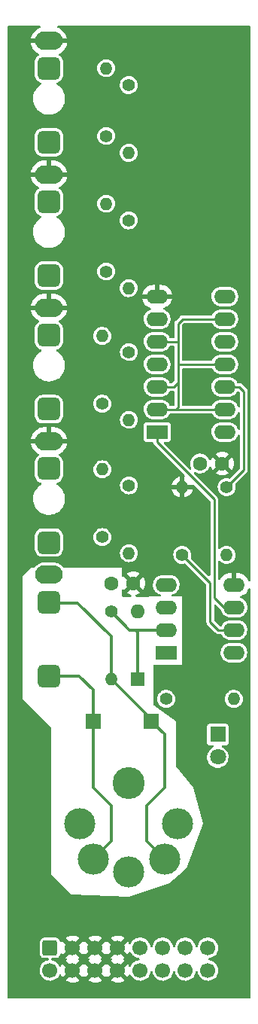
<source format=gbl>
%TF.GenerationSoftware,KiCad,Pcbnew,(6.0.1)*%
%TF.CreationDate,2022-10-18T10:19:05-04:00*%
%TF.ProjectId,ER-MIDI-THRU,45522d4d-4944-4492-9d54-4852552e6b69,1*%
%TF.SameCoordinates,Original*%
%TF.FileFunction,Copper,L2,Bot*%
%TF.FilePolarity,Positive*%
%FSLAX46Y46*%
G04 Gerber Fmt 4.6, Leading zero omitted, Abs format (unit mm)*
G04 Created by KiCad (PCBNEW (6.0.1)) date 2022-10-18 10:19:05*
%MOMM*%
%LPD*%
G01*
G04 APERTURE LIST*
G04 Aperture macros list*
%AMRoundRect*
0 Rectangle with rounded corners*
0 $1 Rounding radius*
0 $2 $3 $4 $5 $6 $7 $8 $9 X,Y pos of 4 corners*
0 Add a 4 corners polygon primitive as box body*
4,1,4,$2,$3,$4,$5,$6,$7,$8,$9,$2,$3,0*
0 Add four circle primitives for the rounded corners*
1,1,$1+$1,$2,$3*
1,1,$1+$1,$4,$5*
1,1,$1+$1,$6,$7*
1,1,$1+$1,$8,$9*
0 Add four rect primitives between the rounded corners*
20,1,$1+$1,$2,$3,$4,$5,0*
20,1,$1+$1,$4,$5,$6,$7,0*
20,1,$1+$1,$6,$7,$8,$9,0*
20,1,$1+$1,$8,$9,$2,$3,0*%
G04 Aperture macros list end*
%TA.AperFunction,ComponentPad*%
%ADD10R,1.700000X1.700000*%
%TD*%
%TA.AperFunction,ComponentPad*%
%ADD11RoundRect,0.650000X0.650000X0.650000X-0.650000X0.650000X-0.650000X-0.650000X0.650000X-0.650000X0*%
%TD*%
%TA.AperFunction,ComponentPad*%
%ADD12O,3.100000X2.100000*%
%TD*%
%TA.AperFunction,ComponentPad*%
%ADD13O,3.500000X3.500000*%
%TD*%
%TA.AperFunction,ComponentPad*%
%ADD14C,3.500000*%
%TD*%
%TA.AperFunction,ComponentPad*%
%ADD15C,3.600000*%
%TD*%
%TA.AperFunction,ComponentPad*%
%ADD16R,1.800000X1.800000*%
%TD*%
%TA.AperFunction,ComponentPad*%
%ADD17C,1.800000*%
%TD*%
%TA.AperFunction,ComponentPad*%
%ADD18C,1.400000*%
%TD*%
%TA.AperFunction,ComponentPad*%
%ADD19O,1.400000X1.400000*%
%TD*%
%TA.AperFunction,ComponentPad*%
%ADD20R,2.400000X1.600000*%
%TD*%
%TA.AperFunction,ComponentPad*%
%ADD21O,2.400000X1.600000*%
%TD*%
%TA.AperFunction,ComponentPad*%
%ADD22C,1.600000*%
%TD*%
%TA.AperFunction,ComponentPad*%
%ADD23O,1.600000X1.600000*%
%TD*%
%TA.AperFunction,ComponentPad*%
%ADD24R,1.600000X1.600000*%
%TD*%
%TA.AperFunction,ComponentPad*%
%ADD25RoundRect,0.250000X-0.600000X0.600000X-0.600000X-0.600000X0.600000X-0.600000X0.600000X0.600000X0*%
%TD*%
%TA.AperFunction,ComponentPad*%
%ADD26C,1.700000*%
%TD*%
%TA.AperFunction,Conductor*%
%ADD27C,0.304800*%
%TD*%
%TA.AperFunction,Conductor*%
%ADD28C,0.250000*%
%TD*%
G04 APERTURE END LIST*
D10*
%TO.P,J9,1,Pin_1*%
%TO.N,/MIDI_RTN*%
X10000000Y-78500000D03*
%TD*%
D11*
%TO.P,J5,R*%
%TO.N,/MIDI_4_PWR*%
X5000000Y-50120000D03*
D12*
%TO.P,J5,S*%
%TO.N,GND*%
X5000000Y-47020000D03*
D11*
%TO.P,J5,T*%
%TO.N,/MIDI_4_OUT*%
X5000000Y-58420000D03*
%TD*%
%TO.P,J4,R*%
%TO.N,/MIDI_3_PWR*%
X5000000Y-35120000D03*
D12*
%TO.P,J4,S*%
%TO.N,GND*%
X5000000Y-32020000D03*
D11*
%TO.P,J4,T*%
%TO.N,/MIDI_3_OUT*%
X5000000Y-43420000D03*
%TD*%
D13*
%TO.P,J7,1*%
%TO.N,unconnected-(J7-Pad1)*%
X19500000Y-90000000D03*
%TO.P,J7,2*%
%TO.N,/MIDI_GND*%
X14000000Y-95500000D03*
D14*
%TO.P,J7,3*%
%TO.N,unconnected-(J7-Pad3)*%
X8500000Y-90000000D03*
D13*
%TO.P,J7,4*%
%TO.N,/MIDI_IN*%
X18000000Y-94000000D03*
%TO.P,J7,5*%
%TO.N,/MIDI_RTN*%
X10000000Y-94000000D03*
D15*
%TO.P,J7,6*%
%TO.N,N/C*%
X14000000Y-85500000D03*
%TD*%
D16*
%TO.P,D1,1,K*%
%TO.N,Net-(D1-Pad1)*%
X24000000Y-80000000D03*
D17*
%TO.P,D1,2,A*%
%TO.N,+5V*%
X24000000Y-82540000D03*
%TD*%
D11*
%TO.P,J1,R*%
%TO.N,/MIDI_IN*%
X5000000Y-65120000D03*
D12*
%TO.P,J1,S*%
%TO.N,/MIDI_GND*%
X5000000Y-62020000D03*
D11*
%TO.P,J1,T*%
%TO.N,/MIDI_RTN*%
X5000000Y-73420000D03*
%TD*%
%TO.P,J2,R*%
%TO.N,/MIDI_1_PWR*%
X5000000Y-5120000D03*
D12*
%TO.P,J2,S*%
%TO.N,GND*%
X5000000Y-2020000D03*
D11*
%TO.P,J2,T*%
%TO.N,/MIDI_1_OUT*%
X5000000Y-13420000D03*
%TD*%
%TO.P,J3,R*%
%TO.N,/MIDI_2_PWR*%
X5000000Y-20120000D03*
D12*
%TO.P,J3,S*%
%TO.N,GND*%
X5000000Y-17020000D03*
D11*
%TO.P,J3,T*%
%TO.N,/MIDI_2_OUT*%
X5000000Y-28420000D03*
%TD*%
D10*
%TO.P,J8,1,Pin_1*%
%TO.N,/MIDI_IN*%
X16500000Y-78500000D03*
%TD*%
D18*
%TO.P,R8,1*%
%TO.N,+5V*%
X11000000Y-42810000D03*
D19*
%TO.P,R8,2*%
%TO.N,/MIDI_3_PWR*%
X11000000Y-35190000D03*
%TD*%
D18*
%TO.P,R6,1*%
%TO.N,+5V*%
X11430000Y-27940000D03*
D19*
%TO.P,R6,2*%
%TO.N,/MIDI_2_PWR*%
X11430000Y-20320000D03*
%TD*%
D18*
%TO.P,R7,1*%
%TO.N,Net-(R7-Pad1)*%
X13970000Y-22190000D03*
D19*
%TO.P,R7,2*%
%TO.N,/MIDI_2_OUT*%
X13970000Y-29810000D03*
%TD*%
D18*
%TO.P,R4,1*%
%TO.N,+5V*%
X11430000Y-12700000D03*
D19*
%TO.P,R4,2*%
%TO.N,/MIDI_1_PWR*%
X11430000Y-5080000D03*
%TD*%
D20*
%TO.P,U1,1*%
%TO.N,/RXD*%
X17175000Y-46000000D03*
D21*
%TO.P,U1,2*%
%TO.N,/ALLRXD*%
X17175000Y-43460000D03*
%TO.P,U1,3*%
X17175000Y-40920000D03*
%TO.P,U1,4*%
%TO.N,Net-(R11-Pad1)*%
X17175000Y-38380000D03*
%TO.P,U1,5*%
%TO.N,/ALLRXD*%
X17175000Y-35840000D03*
%TO.P,U1,6*%
%TO.N,Net-(R7-Pad1)*%
X17175000Y-33300000D03*
%TO.P,U1,7,GND*%
%TO.N,GND*%
X17175000Y-30760000D03*
%TO.P,U1,8*%
%TO.N,Net-(R5-Pad1)*%
X24795000Y-30760000D03*
%TO.P,U1,9*%
%TO.N,/ALLRXD*%
X24795000Y-33300000D03*
%TO.P,U1,10*%
%TO.N,Net-(R9-Pad1)*%
X24795000Y-35840000D03*
%TO.P,U1,11*%
%TO.N,/ALLRXD*%
X24795000Y-38380000D03*
%TO.P,U1,12*%
%TO.N,Net-(R12-Pad1)*%
X24795000Y-40920000D03*
%TO.P,U1,13*%
%TO.N,/ALLRXD*%
X24795000Y-43460000D03*
%TO.P,U1,14,VCC*%
%TO.N,+5V*%
X24795000Y-46000000D03*
%TD*%
D18*
%TO.P,R11,1*%
%TO.N,Net-(R11-Pad1)*%
X14000000Y-52000000D03*
D19*
%TO.P,R11,2*%
%TO.N,/MIDI_4_OUT*%
X14000000Y-59620000D03*
%TD*%
D22*
%TO.P,C1,1*%
%TO.N,/MIDI_GND*%
X12000000Y-63000000D03*
%TO.P,C1,2*%
%TO.N,GND*%
X14500000Y-63000000D03*
%TD*%
D18*
%TO.P,R5,1*%
%TO.N,Net-(R5-Pad1)*%
X13970000Y-6985000D03*
D19*
%TO.P,R5,2*%
%TO.N,/MIDI_1_OUT*%
X13970000Y-14605000D03*
%TD*%
D18*
%TO.P,R3,1*%
%TO.N,Net-(R3-Pad1)*%
X12000000Y-66190000D03*
D19*
%TO.P,R3,2*%
%TO.N,/MIDI_IN*%
X12000000Y-73810000D03*
%TD*%
D18*
%TO.P,R9,1*%
%TO.N,Net-(R9-Pad1)*%
X14000000Y-37000000D03*
D19*
%TO.P,R9,2*%
%TO.N,/MIDI_3_OUT*%
X14000000Y-44620000D03*
%TD*%
D23*
%TO.P,D2,2,A*%
%TO.N,/MIDI_RTN*%
X15000000Y-66190000D03*
D24*
%TO.P,D2,1,K*%
%TO.N,Net-(R3-Pad1)*%
X15000000Y-73810000D03*
%TD*%
D25*
%TO.P,J6,1,Pin_1*%
%TO.N,unconnected-(J6-Pad1)*%
X5110000Y-103997500D03*
D26*
%TO.P,J6,2,Pin_2*%
%TO.N,unconnected-(J6-Pad2)*%
X5110000Y-106537500D03*
%TO.P,J6,3,Pin_3*%
%TO.N,GND*%
X7650000Y-103997500D03*
%TO.P,J6,4,Pin_4*%
X7650000Y-106537500D03*
%TO.P,J6,5,Pin_5*%
X10190000Y-103997500D03*
%TO.P,J6,6,Pin_6*%
X10190000Y-106537500D03*
%TO.P,J6,7,Pin_7*%
X12730000Y-103997500D03*
%TO.P,J6,8,Pin_8*%
X12730000Y-106537500D03*
%TO.P,J6,9,Pin_9*%
%TO.N,+12V*%
X15270000Y-103997500D03*
%TO.P,J6,10,Pin_10*%
X15270000Y-106537500D03*
%TO.P,J6,11,Pin_11*%
%TO.N,+5V*%
X17810000Y-103997500D03*
%TO.P,J6,12,Pin_12*%
X17810000Y-106537500D03*
%TO.P,J6,13,Pin_13*%
%TO.N,/CV_OUT*%
X20350000Y-103997500D03*
%TO.P,J6,14,Pin_14*%
X20350000Y-106537500D03*
%TO.P,J6,15,Pin_15*%
%TO.N,/GATE_OUT*%
X22890000Y-103997500D03*
%TO.P,J6,16,Pin_16*%
X22890000Y-106537500D03*
%TD*%
D18*
%TO.P,R10,1*%
%TO.N,+5V*%
X11000000Y-57810000D03*
D19*
%TO.P,R10,2*%
%TO.N,/MIDI_4_PWR*%
X11000000Y-50190000D03*
%TD*%
D18*
%TO.P,R12,1*%
%TO.N,Net-(R12-Pad1)*%
X25000000Y-52190000D03*
D19*
%TO.P,R12,2*%
%TO.N,Net-(D1-Pad1)*%
X25000000Y-59810000D03*
%TD*%
D18*
%TO.P,R2,1*%
%TO.N,+5V*%
X18190000Y-76000000D03*
D19*
%TO.P,R2,2*%
%TO.N,/RXD*%
X25810000Y-76000000D03*
%TD*%
D18*
%TO.P,R1,1*%
%TO.N,Net-(R1-Pad1)*%
X20000000Y-59810000D03*
D19*
%TO.P,R1,2*%
%TO.N,GND*%
X20000000Y-52190000D03*
%TD*%
D20*
%TO.P,U2,1,NC*%
%TO.N,unconnected-(U2-Pad1)*%
X18200000Y-70800000D03*
D21*
%TO.P,U2,2,C1*%
%TO.N,Net-(R3-Pad1)*%
X18200000Y-68260000D03*
%TO.P,U2,3,C2*%
%TO.N,/MIDI_RTN*%
X18200000Y-65720000D03*
%TO.P,U2,4,NC*%
%TO.N,unconnected-(U2-Pad4)*%
X18200000Y-63180000D03*
%TO.P,U2,5,GND*%
%TO.N,GND*%
X25820000Y-63180000D03*
%TO.P,U2,6,VO2*%
%TO.N,/RXD*%
X25820000Y-65720000D03*
%TO.P,U2,7,VO1*%
%TO.N,Net-(R1-Pad1)*%
X25820000Y-68260000D03*
%TO.P,U2,8,VCC*%
%TO.N,+5V*%
X25820000Y-70800000D03*
%TD*%
D22*
%TO.P,C2,1*%
%TO.N,+5V*%
X22000000Y-49530000D03*
%TO.P,C2,2*%
%TO.N,GND*%
X24500000Y-49530000D03*
%TD*%
D27*
%TO.N,/MIDI_IN*%
X12000000Y-69000003D02*
X12000000Y-73810000D01*
X8239999Y-65240002D02*
X12000000Y-69000003D01*
%TO.N,Net-(R3-Pad1)*%
X15000000Y-68500000D02*
X14760011Y-68260011D01*
X15000000Y-73810000D02*
X15000000Y-68500000D01*
D28*
X14760011Y-68260011D02*
X14740001Y-68260011D01*
X18199999Y-68260011D02*
X14760011Y-68260011D01*
D27*
%TO.N,/MIDI_IN*%
X12000000Y-73810000D02*
X16500000Y-78310000D01*
X18000000Y-86000006D02*
X18000000Y-79999992D01*
X18000000Y-80000000D02*
X16500000Y-78500000D01*
%TO.N,Net-(R3-Pad1)*%
X14070000Y-68260000D02*
X18200000Y-68260000D01*
X12000000Y-66190000D02*
X14070000Y-68260000D01*
%TO.N,/MIDI_RTN*%
X10000000Y-75000000D02*
X8420000Y-73420000D01*
X10000000Y-86000006D02*
X10000000Y-75000000D01*
X11999999Y-88000002D02*
X10000000Y-86000006D01*
X11999999Y-91999994D02*
X11999999Y-88000002D01*
X10000000Y-93999990D02*
X11999999Y-91999994D01*
X8420000Y-73420000D02*
X5000000Y-73420000D01*
D28*
%TO.N,Net-(R1-Pad1)*%
X24060000Y-68260000D02*
X23150480Y-67350480D01*
X23150480Y-62960480D02*
X20000000Y-59810000D01*
X25820000Y-68260000D02*
X24060000Y-68260000D01*
X23150480Y-67350480D02*
X23150480Y-62960480D01*
D27*
%TO.N,/MIDI_IN*%
X16000001Y-91999994D02*
X16000001Y-88000002D01*
X18000000Y-93999990D02*
X16000001Y-91999994D01*
X16000001Y-88000002D02*
X18000000Y-86000006D01*
X5000000Y-65240002D02*
X8239999Y-65240002D01*
D28*
%TO.N,/RXD*%
X24720000Y-65720000D02*
X23600000Y-64600000D01*
X23600000Y-64600000D02*
X23600000Y-53572000D01*
X25820000Y-65720000D02*
X24720000Y-65720000D01*
X17175000Y-47147000D02*
X17175000Y-46000000D01*
X23600000Y-53572000D02*
X17175000Y-47147000D01*
%TO.N,/ALLRXD*%
X24795000Y-33300000D02*
X20040000Y-33300000D01*
X19024000Y-40920000D02*
X19558000Y-40386000D01*
X24795000Y-38380000D02*
X19584000Y-38380000D01*
X19558000Y-43180000D02*
X19278000Y-43460000D01*
X17175000Y-40920000D02*
X19024000Y-40920000D01*
X17175000Y-43460000D02*
X24795000Y-43460000D01*
X19532000Y-35840000D02*
X17175000Y-35840000D01*
X20040000Y-33300000D02*
X19558000Y-33782000D01*
X19558000Y-35814000D02*
X19532000Y-35840000D01*
X19558000Y-40386000D02*
X19558000Y-33782000D01*
X19558000Y-40386000D02*
X19558000Y-43180000D01*
%TO.N,Net-(R12-Pad1)*%
X24795000Y-40920000D02*
X26442000Y-40920000D01*
X26924000Y-41402000D02*
X26924000Y-50266000D01*
X26442000Y-40920000D02*
X26924000Y-41402000D01*
X26924000Y-50266000D02*
X25000000Y-52190000D01*
%TD*%
%TA.AperFunction,Conductor*%
%TO.N,GND*%
G36*
X4002084Y-324802D02*
G01*
X4048577Y-378458D01*
X4058681Y-448732D01*
X4029187Y-513312D01*
X3983195Y-546784D01*
X3780494Y-632826D01*
X3771552Y-637501D01*
X3567964Y-765707D01*
X3559891Y-771747D01*
X3379415Y-930857D01*
X3372412Y-938109D01*
X3219699Y-1124025D01*
X3213943Y-1132307D01*
X3092920Y-1340246D01*
X3088560Y-1349345D01*
X3002340Y-1573955D01*
X2999491Y-1583637D01*
X2965098Y-1748264D01*
X2966221Y-1762325D01*
X2976328Y-1766000D01*
X7020925Y-1766000D01*
X7035011Y-1761864D01*
X7037060Y-1748886D01*
X7033883Y-1721428D01*
X7031922Y-1711524D01*
X6966413Y-1480025D01*
X6962899Y-1470576D01*
X6861218Y-1252517D01*
X6856239Y-1243753D01*
X6721007Y-1044766D01*
X6714675Y-1036891D01*
X6549379Y-862095D01*
X6541870Y-855334D01*
X6350747Y-709209D01*
X6342268Y-703745D01*
X6130236Y-590055D01*
X6120987Y-586014D01*
X6016205Y-549935D01*
X5958308Y-508845D01*
X5931817Y-442976D01*
X5945142Y-373241D01*
X5994054Y-321781D01*
X6057227Y-304800D01*
X27569200Y-304800D01*
X27637321Y-324802D01*
X27683814Y-378458D01*
X27695200Y-430800D01*
X27695200Y-62680954D01*
X27675198Y-62749075D01*
X27621542Y-62795568D01*
X27551268Y-62805672D01*
X27486688Y-62776178D01*
X27455117Y-62730321D01*
X27453813Y-62730929D01*
X27359414Y-62528489D01*
X27353931Y-62518993D01*
X27228972Y-62340533D01*
X27221916Y-62332125D01*
X27067875Y-62178084D01*
X27059467Y-62171028D01*
X26881007Y-62046069D01*
X26871511Y-62040586D01*
X26674053Y-61948510D01*
X26663761Y-61944764D01*
X26453312Y-61888375D01*
X26442519Y-61886472D01*
X26279830Y-61872238D01*
X26274365Y-61872000D01*
X26092115Y-61872000D01*
X26076876Y-61876475D01*
X26075671Y-61877865D01*
X26074000Y-61885548D01*
X26074000Y-63308000D01*
X26053998Y-63376121D01*
X26000342Y-63422614D01*
X25948000Y-63434000D01*
X25692000Y-63434000D01*
X25623879Y-63413998D01*
X25577386Y-63360342D01*
X25566000Y-63308000D01*
X25566000Y-61890115D01*
X25561525Y-61874876D01*
X25560135Y-61873671D01*
X25552452Y-61872000D01*
X25365635Y-61872000D01*
X25360170Y-61872238D01*
X25197481Y-61886472D01*
X25186688Y-61888375D01*
X24976239Y-61944764D01*
X24965947Y-61948510D01*
X24768489Y-62040586D01*
X24758993Y-62046069D01*
X24580533Y-62171028D01*
X24572125Y-62178084D01*
X24418084Y-62332125D01*
X24411028Y-62340533D01*
X24286069Y-62518993D01*
X24280586Y-62528490D01*
X24270495Y-62550130D01*
X24223577Y-62603415D01*
X24155300Y-62622876D01*
X24087340Y-62602334D01*
X24041274Y-62548311D01*
X24030300Y-62496880D01*
X24030300Y-60566890D01*
X24050302Y-60498769D01*
X24103958Y-60452276D01*
X24174232Y-60442172D01*
X24238812Y-60471666D01*
X24255046Y-60488626D01*
X24269521Y-60506890D01*
X24269524Y-60506893D01*
X24273349Y-60511719D01*
X24278042Y-60515713D01*
X24278043Y-60515714D01*
X24411707Y-60629470D01*
X24423486Y-60639495D01*
X24595582Y-60735677D01*
X24783082Y-60796599D01*
X24978845Y-60819942D01*
X24984980Y-60819470D01*
X24984982Y-60819470D01*
X25169272Y-60805290D01*
X25169277Y-60805289D01*
X25175413Y-60804817D01*
X25181343Y-60803161D01*
X25181345Y-60803161D01*
X25340257Y-60758792D01*
X25365300Y-60751800D01*
X25370800Y-60749022D01*
X25535772Y-60665689D01*
X25535774Y-60665688D01*
X25541273Y-60662910D01*
X25696629Y-60541532D01*
X25825450Y-60392291D01*
X25868666Y-60316218D01*
X25919785Y-60226234D01*
X25919787Y-60226229D01*
X25922831Y-60220871D01*
X25985061Y-60033800D01*
X26009770Y-59838205D01*
X26010164Y-59810000D01*
X25990926Y-59613791D01*
X25933943Y-59425056D01*
X25841387Y-59250984D01*
X25747948Y-59136416D01*
X25720672Y-59102972D01*
X25720670Y-59102970D01*
X25716783Y-59098204D01*
X25564877Y-58972536D01*
X25559460Y-58969607D01*
X25559457Y-58969605D01*
X25396872Y-58881696D01*
X25396868Y-58881694D01*
X25391454Y-58878767D01*
X25385574Y-58876947D01*
X25385572Y-58876946D01*
X25297288Y-58849618D01*
X25203122Y-58820468D01*
X25197004Y-58819825D01*
X25196999Y-58819824D01*
X25013181Y-58800505D01*
X25013179Y-58800505D01*
X25007052Y-58799861D01*
X24924586Y-58807366D01*
X24816853Y-58817170D01*
X24816850Y-58817171D01*
X24810714Y-58817729D01*
X24804808Y-58819467D01*
X24804804Y-58819468D01*
X24663547Y-58861042D01*
X24621586Y-58873392D01*
X24446871Y-58964731D01*
X24442071Y-58968591D01*
X24442070Y-58968591D01*
X24408459Y-58995615D01*
X24293225Y-59088265D01*
X24289267Y-59092982D01*
X24289266Y-59092983D01*
X24252822Y-59136416D01*
X24193713Y-59175742D01*
X24122725Y-59176869D01*
X24062397Y-59139438D01*
X24031883Y-59075334D01*
X24030300Y-59055425D01*
X24030300Y-53605018D01*
X24031173Y-53590207D01*
X24033839Y-53567683D01*
X24034946Y-53558332D01*
X24024889Y-53503264D01*
X24024239Y-53499361D01*
X24017323Y-53453356D01*
X24017323Y-53453355D01*
X24015923Y-53444045D01*
X24012938Y-53437829D01*
X24011699Y-53431044D01*
X23985899Y-53381378D01*
X23984130Y-53377838D01*
X23963990Y-53335896D01*
X23963989Y-53335895D01*
X23959912Y-53327404D01*
X23955229Y-53322338D01*
X23952051Y-53316220D01*
X23947930Y-53311394D01*
X23912428Y-53275892D01*
X23908998Y-53272325D01*
X23889751Y-53251504D01*
X23872081Y-53232388D01*
X23865948Y-53228825D01*
X23860323Y-53223787D01*
X21358527Y-50721991D01*
X21324501Y-50659679D01*
X21329566Y-50588864D01*
X21372113Y-50532028D01*
X21438633Y-50507217D01*
X21497360Y-50517128D01*
X21656980Y-50585706D01*
X21698134Y-50595018D01*
X21849474Y-50629263D01*
X21849479Y-50629264D01*
X21855111Y-50630538D01*
X21860882Y-50630765D01*
X21860884Y-50630765D01*
X21919801Y-50633080D01*
X22058095Y-50638514D01*
X22176121Y-50621401D01*
X22212945Y-50616062D01*
X23778493Y-50616062D01*
X23787789Y-50628077D01*
X23838994Y-50663931D01*
X23848489Y-50669414D01*
X24045947Y-50761490D01*
X24056239Y-50765236D01*
X24266688Y-50821625D01*
X24277481Y-50823528D01*
X24494525Y-50842517D01*
X24505475Y-50842517D01*
X24722519Y-50823528D01*
X24733312Y-50821625D01*
X24943761Y-50765236D01*
X24954053Y-50761490D01*
X25151511Y-50669414D01*
X25161006Y-50663931D01*
X25213048Y-50627491D01*
X25221424Y-50617012D01*
X25214356Y-50603566D01*
X24512812Y-49902022D01*
X24498868Y-49894408D01*
X24497035Y-49894539D01*
X24490420Y-49898790D01*
X23784923Y-50604287D01*
X23778493Y-50616062D01*
X22212945Y-50616062D01*
X22253411Y-50610195D01*
X22253415Y-50610194D01*
X22259133Y-50609365D01*
X22264605Y-50607507D01*
X22264607Y-50607507D01*
X22446028Y-50545922D01*
X22446030Y-50545921D01*
X22451492Y-50544067D01*
X22585251Y-50469159D01*
X22623694Y-50447630D01*
X22623695Y-50447629D01*
X22628731Y-50444809D01*
X22784913Y-50314913D01*
X22853961Y-50231892D01*
X22911118Y-50163169D01*
X22914809Y-50158731D01*
X23014067Y-49981492D01*
X23015920Y-49976032D01*
X23015924Y-49976024D01*
X23021816Y-49958667D01*
X23062655Y-49900592D01*
X23128408Y-49873815D01*
X23198200Y-49886838D01*
X23249872Y-49935526D01*
X23262835Y-49966563D01*
X23264762Y-49973754D01*
X23268510Y-49984053D01*
X23360586Y-50181511D01*
X23366069Y-50191006D01*
X23402509Y-50243048D01*
X23412988Y-50251424D01*
X23426434Y-50244356D01*
X24127978Y-49542812D01*
X24134356Y-49531132D01*
X24864408Y-49531132D01*
X24864539Y-49532965D01*
X24868790Y-49539580D01*
X25574287Y-50245077D01*
X25586062Y-50251507D01*
X25598077Y-50242211D01*
X25633931Y-50191006D01*
X25639414Y-50181511D01*
X25731490Y-49984053D01*
X25735236Y-49973761D01*
X25791625Y-49763312D01*
X25793528Y-49752519D01*
X25812517Y-49535475D01*
X25812517Y-49524525D01*
X25793528Y-49307481D01*
X25791625Y-49296688D01*
X25735236Y-49086239D01*
X25731490Y-49075947D01*
X25639414Y-48878489D01*
X25633931Y-48868994D01*
X25597491Y-48816952D01*
X25587012Y-48808576D01*
X25573566Y-48815644D01*
X24872022Y-49517188D01*
X24864408Y-49531132D01*
X24134356Y-49531132D01*
X24135592Y-49528868D01*
X24135461Y-49527035D01*
X24131210Y-49520420D01*
X23425713Y-48814923D01*
X23413938Y-48808493D01*
X23401923Y-48817789D01*
X23366069Y-48868994D01*
X23360586Y-48878489D01*
X23268510Y-49075947D01*
X23264762Y-49086244D01*
X23263001Y-49092818D01*
X23226051Y-49153442D01*
X23162190Y-49184464D01*
X23091696Y-49176037D01*
X23036948Y-49130834D01*
X23028288Y-49115938D01*
X22949014Y-48955187D01*
X22946460Y-48950008D01*
X22847728Y-48817789D01*
X22828370Y-48791866D01*
X22828369Y-48791865D01*
X22824917Y-48787242D01*
X22806732Y-48770432D01*
X22679986Y-48653269D01*
X22679983Y-48653267D01*
X22675746Y-48649350D01*
X22563365Y-48578443D01*
X22508829Y-48544033D01*
X22508824Y-48544031D01*
X22503945Y-48540952D01*
X22315267Y-48465677D01*
X22201203Y-48442988D01*
X23778576Y-48442988D01*
X23785644Y-48456434D01*
X24487188Y-49157978D01*
X24501132Y-49165592D01*
X24502965Y-49165461D01*
X24509580Y-49161210D01*
X25215077Y-48455713D01*
X25221507Y-48443938D01*
X25212211Y-48431923D01*
X25161006Y-48396069D01*
X25151511Y-48390586D01*
X24954053Y-48298510D01*
X24943761Y-48294764D01*
X24733312Y-48238375D01*
X24722519Y-48236472D01*
X24505475Y-48217483D01*
X24494525Y-48217483D01*
X24277481Y-48236472D01*
X24266688Y-48238375D01*
X24056239Y-48294764D01*
X24045947Y-48298510D01*
X23848489Y-48390586D01*
X23838994Y-48396069D01*
X23786952Y-48432509D01*
X23778576Y-48442988D01*
X22201203Y-48442988D01*
X22116030Y-48426046D01*
X22110255Y-48425970D01*
X22110251Y-48425970D01*
X22008762Y-48424642D01*
X21912908Y-48423387D01*
X21907211Y-48424366D01*
X21907210Y-48424366D01*
X21718399Y-48456810D01*
X21712702Y-48457789D01*
X21522118Y-48528099D01*
X21347538Y-48631963D01*
X21194809Y-48765902D01*
X21069046Y-48925432D01*
X21066357Y-48930543D01*
X21066355Y-48930546D01*
X21057662Y-48947069D01*
X20974461Y-49105208D01*
X20914222Y-49299211D01*
X20890345Y-49500943D01*
X20903631Y-49703648D01*
X20905052Y-49709244D01*
X20905053Y-49709249D01*
X20930884Y-49810956D01*
X20953635Y-49900537D01*
X20956052Y-49905780D01*
X21014528Y-50032625D01*
X21024883Y-50102863D01*
X20995620Y-50167548D01*
X20936031Y-50206145D01*
X20865035Y-50206398D01*
X20811007Y-50174471D01*
X17956931Y-47320395D01*
X17922905Y-47258083D01*
X17927970Y-47187268D01*
X17970517Y-47130432D01*
X18037037Y-47105621D01*
X18046026Y-47105300D01*
X18420358Y-47105300D01*
X18431252Y-47104004D01*
X18437593Y-47103250D01*
X18437596Y-47103249D01*
X18446978Y-47102133D01*
X18550919Y-47055964D01*
X18618755Y-46988009D01*
X18623052Y-46983705D01*
X18623053Y-46983703D01*
X18631270Y-46975472D01*
X18677258Y-46871451D01*
X18680300Y-46845358D01*
X18680300Y-45154642D01*
X18679004Y-45143748D01*
X18678250Y-45137407D01*
X18678249Y-45137404D01*
X18677133Y-45128022D01*
X18630964Y-45024081D01*
X18590814Y-44984002D01*
X18558705Y-44951948D01*
X18558703Y-44951947D01*
X18550472Y-44943730D01*
X18446451Y-44897742D01*
X18420358Y-44894700D01*
X15929642Y-44894700D01*
X15918748Y-44895996D01*
X15912407Y-44896750D01*
X15912404Y-44896751D01*
X15903022Y-44897867D01*
X15799081Y-44944036D01*
X15784544Y-44958599D01*
X15726948Y-45016295D01*
X15726947Y-45016297D01*
X15718730Y-45024528D01*
X15672742Y-45128549D01*
X15669700Y-45154642D01*
X15669700Y-46845358D01*
X15670996Y-46856252D01*
X15671685Y-46862040D01*
X15672867Y-46871978D01*
X15719036Y-46975919D01*
X15759186Y-47015998D01*
X15791295Y-47048052D01*
X15791297Y-47048053D01*
X15799528Y-47056270D01*
X15903549Y-47102258D01*
X15929642Y-47105300D01*
X16624870Y-47105300D01*
X16692991Y-47125302D01*
X16739484Y-47178958D01*
X16748821Y-47208669D01*
X16750112Y-47215740D01*
X16750761Y-47219639D01*
X16756541Y-47258083D01*
X16759077Y-47274955D01*
X16762062Y-47281171D01*
X16763301Y-47287956D01*
X16784350Y-47328476D01*
X16789100Y-47337619D01*
X16790869Y-47341159D01*
X16815088Y-47391596D01*
X16819771Y-47396662D01*
X16822949Y-47402780D01*
X16827070Y-47407606D01*
X16862572Y-47443108D01*
X16866001Y-47446674D01*
X16902919Y-47486612D01*
X16909052Y-47490175D01*
X16914677Y-47495213D01*
X20252886Y-50833422D01*
X20286912Y-50895734D01*
X20281847Y-50966549D01*
X20271348Y-50979901D01*
X20254000Y-51020412D01*
X20254000Y-51917885D01*
X20258475Y-51933124D01*
X20259865Y-51934329D01*
X20267548Y-51936000D01*
X21164439Y-51936000D01*
X21193004Y-51927613D01*
X21230311Y-51903637D01*
X21301308Y-51903638D01*
X21354903Y-51935439D01*
X23132795Y-53713331D01*
X23166821Y-53775643D01*
X23169700Y-53802426D01*
X23169700Y-62066974D01*
X23149698Y-62135095D01*
X23096042Y-62181588D01*
X23025768Y-62191692D01*
X22961188Y-62162198D01*
X22954605Y-62156069D01*
X21001964Y-60203428D01*
X20967938Y-60141116D01*
X20971501Y-60074563D01*
X20985061Y-60033800D01*
X21009770Y-59838205D01*
X21010164Y-59810000D01*
X20990926Y-59613791D01*
X20933943Y-59425056D01*
X20841387Y-59250984D01*
X20747948Y-59136416D01*
X20720672Y-59102972D01*
X20720670Y-59102970D01*
X20716783Y-59098204D01*
X20564877Y-58972536D01*
X20559460Y-58969607D01*
X20559457Y-58969605D01*
X20396872Y-58881696D01*
X20396868Y-58881694D01*
X20391454Y-58878767D01*
X20385574Y-58876947D01*
X20385572Y-58876946D01*
X20297288Y-58849618D01*
X20203122Y-58820468D01*
X20197004Y-58819825D01*
X20196999Y-58819824D01*
X20013181Y-58800505D01*
X20013179Y-58800505D01*
X20007052Y-58799861D01*
X19924586Y-58807366D01*
X19816853Y-58817170D01*
X19816850Y-58817171D01*
X19810714Y-58817729D01*
X19804808Y-58819467D01*
X19804804Y-58819468D01*
X19663547Y-58861042D01*
X19621586Y-58873392D01*
X19446871Y-58964731D01*
X19442071Y-58968591D01*
X19442070Y-58968591D01*
X19408459Y-58995615D01*
X19293225Y-59088265D01*
X19166500Y-59239291D01*
X19163536Y-59244683D01*
X19163533Y-59244687D01*
X19086362Y-59385063D01*
X19071523Y-59412054D01*
X19069662Y-59417921D01*
X19069661Y-59417923D01*
X19066910Y-59426597D01*
X19011911Y-59599975D01*
X18989934Y-59795896D01*
X18991414Y-59813523D01*
X19003994Y-59963317D01*
X19006432Y-59992354D01*
X19008131Y-59998279D01*
X19057957Y-60172045D01*
X19060773Y-60181866D01*
X19063592Y-60187351D01*
X19148072Y-60351732D01*
X19148075Y-60351737D01*
X19150890Y-60357214D01*
X19273349Y-60511719D01*
X19278042Y-60515713D01*
X19278043Y-60515714D01*
X19411707Y-60629470D01*
X19423486Y-60639495D01*
X19595582Y-60735677D01*
X19783082Y-60796599D01*
X19978845Y-60819942D01*
X19984980Y-60819470D01*
X19984982Y-60819470D01*
X20169271Y-60805290D01*
X20169275Y-60805289D01*
X20175413Y-60804817D01*
X20269340Y-60778592D01*
X20340330Y-60779538D01*
X20392319Y-60810855D01*
X22683275Y-63101811D01*
X22717301Y-63164123D01*
X22720180Y-63190906D01*
X22720180Y-67317462D01*
X22719307Y-67332270D01*
X22715534Y-67364148D01*
X22717226Y-67373412D01*
X22717226Y-67373413D01*
X22725591Y-67419213D01*
X22726241Y-67423119D01*
X22731856Y-67460466D01*
X22734557Y-67478435D01*
X22737542Y-67484651D01*
X22738781Y-67491436D01*
X22761146Y-67534489D01*
X22764580Y-67541099D01*
X22766349Y-67544639D01*
X22790568Y-67595076D01*
X22795251Y-67600142D01*
X22798429Y-67606260D01*
X22802550Y-67611086D01*
X22838052Y-67646588D01*
X22841481Y-67650154D01*
X22878399Y-67690092D01*
X22884532Y-67693655D01*
X22890157Y-67698693D01*
X23732383Y-68540919D01*
X23742238Y-68552008D01*
X23762112Y-68577218D01*
X23808197Y-68609070D01*
X23811365Y-68611334D01*
X23856376Y-68644580D01*
X23862883Y-68646865D01*
X23868556Y-68650786D01*
X23909868Y-68663851D01*
X23921908Y-68667659D01*
X23925661Y-68668911D01*
X23969577Y-68684333D01*
X23969579Y-68684333D01*
X23978460Y-68687452D01*
X23985352Y-68687723D01*
X23991926Y-68689802D01*
X23998253Y-68690300D01*
X24048451Y-68690300D01*
X24053400Y-68690397D01*
X24107752Y-68692533D01*
X24114608Y-68690715D01*
X24122153Y-68690300D01*
X24320327Y-68690300D01*
X24388448Y-68710302D01*
X24435027Y-68764148D01*
X24454977Y-68808025D01*
X24457460Y-68813485D01*
X24579487Y-68985511D01*
X24731842Y-69131359D01*
X24909027Y-69245766D01*
X24914593Y-69248009D01*
X25099081Y-69322360D01*
X25099084Y-69322361D01*
X25104650Y-69324604D01*
X25208326Y-69344851D01*
X25307205Y-69364161D01*
X25307208Y-69364161D01*
X25311651Y-69365029D01*
X25317192Y-69365300D01*
X26272699Y-69365300D01*
X26429958Y-69350296D01*
X26632340Y-69290924D01*
X26726336Y-69242513D01*
X26814513Y-69197099D01*
X26814516Y-69197097D01*
X26819844Y-69194353D01*
X26985704Y-69064068D01*
X26989636Y-69059537D01*
X26989639Y-69059534D01*
X27120004Y-68909301D01*
X27123935Y-68904771D01*
X27126935Y-68899585D01*
X27126938Y-68899581D01*
X27226544Y-68727404D01*
X27229550Y-68722208D01*
X27298738Y-68522968D01*
X27329002Y-68314239D01*
X27319251Y-68103553D01*
X27269836Y-67898513D01*
X27182540Y-67706515D01*
X27060513Y-67534489D01*
X26908158Y-67388641D01*
X26730973Y-67274234D01*
X26625730Y-67231820D01*
X26540919Y-67197640D01*
X26540916Y-67197639D01*
X26535350Y-67195396D01*
X26431674Y-67175149D01*
X26332795Y-67155839D01*
X26332792Y-67155839D01*
X26328349Y-67154971D01*
X26322808Y-67154700D01*
X25367301Y-67154700D01*
X25210042Y-67169704D01*
X25007660Y-67229076D01*
X25002333Y-67231820D01*
X25002332Y-67231820D01*
X24825487Y-67322901D01*
X24825484Y-67322903D01*
X24820156Y-67325647D01*
X24654296Y-67455932D01*
X24650364Y-67460463D01*
X24650361Y-67460466D01*
X24581888Y-67539375D01*
X24516065Y-67615229D01*
X24513065Y-67620415D01*
X24513062Y-67620419D01*
X24428382Y-67766795D01*
X24376957Y-67815744D01*
X24319318Y-67829700D01*
X24290426Y-67829700D01*
X24222305Y-67809698D01*
X24201331Y-67792795D01*
X23617685Y-67209149D01*
X23583659Y-67146837D01*
X23580780Y-67120054D01*
X23580780Y-65493506D01*
X23600782Y-65425385D01*
X23654438Y-65378892D01*
X23724712Y-65368788D01*
X23789292Y-65398282D01*
X23795875Y-65404411D01*
X24312440Y-65920976D01*
X24345838Y-65980549D01*
X24370164Y-66081487D01*
X24457460Y-66273485D01*
X24579487Y-66445511D01*
X24731842Y-66591359D01*
X24909027Y-66705766D01*
X24914593Y-66708009D01*
X25099081Y-66782360D01*
X25099084Y-66782361D01*
X25104650Y-66784604D01*
X25208326Y-66804851D01*
X25307205Y-66824161D01*
X25307208Y-66824161D01*
X25311651Y-66825029D01*
X25317192Y-66825300D01*
X26272699Y-66825300D01*
X26429958Y-66810296D01*
X26632340Y-66750924D01*
X26726336Y-66702513D01*
X26814513Y-66657099D01*
X26814516Y-66657097D01*
X26819844Y-66654353D01*
X26985704Y-66524068D01*
X26989636Y-66519537D01*
X26989639Y-66519534D01*
X27120004Y-66369301D01*
X27123935Y-66364771D01*
X27126935Y-66359585D01*
X27126938Y-66359581D01*
X27226544Y-66187404D01*
X27229550Y-66182208D01*
X27298738Y-65982968D01*
X27307727Y-65920976D01*
X27328141Y-65780179D01*
X27328141Y-65780176D01*
X27329002Y-65774239D01*
X27319251Y-65563553D01*
X27285953Y-65425385D01*
X27271242Y-65364346D01*
X27271241Y-65364344D01*
X27269836Y-65358513D01*
X27182540Y-65166515D01*
X27060513Y-64994489D01*
X26908158Y-64848641D01*
X26730973Y-64734234D01*
X26578480Y-64672778D01*
X26522774Y-64628763D01*
X26499707Y-64561618D01*
X26516604Y-64492661D01*
X26568099Y-64443786D01*
X26592967Y-64434205D01*
X26663761Y-64415236D01*
X26674053Y-64411490D01*
X26871511Y-64319414D01*
X26881007Y-64313931D01*
X27059467Y-64188972D01*
X27067875Y-64181916D01*
X27221916Y-64027875D01*
X27228972Y-64019467D01*
X27353931Y-63841007D01*
X27359414Y-63831511D01*
X27453813Y-63629071D01*
X27455341Y-63629783D01*
X27492893Y-63578780D01*
X27559214Y-63553442D01*
X27628706Y-63567983D01*
X27679305Y-63617785D01*
X27695200Y-63679046D01*
X27695200Y-109569200D01*
X27675198Y-109637321D01*
X27621542Y-109683814D01*
X27569200Y-109695200D01*
X430800Y-109695200D01*
X362679Y-109675198D01*
X316186Y-109621542D01*
X304800Y-109569200D01*
X304800Y-106507128D01*
X3950149Y-106507128D01*
X3964036Y-106719003D01*
X4016301Y-106924799D01*
X4105195Y-107117624D01*
X4227740Y-107291021D01*
X4379832Y-107439183D01*
X4384628Y-107442388D01*
X4384631Y-107442390D01*
X4455886Y-107490001D01*
X4556377Y-107557147D01*
X4561685Y-107559428D01*
X4561686Y-107559428D01*
X4746160Y-107638684D01*
X4746163Y-107638685D01*
X4751463Y-107640962D01*
X4757092Y-107642236D01*
X4757093Y-107642236D01*
X4952921Y-107686548D01*
X4952924Y-107686548D01*
X4958557Y-107687823D01*
X4964328Y-107688050D01*
X4964330Y-107688050D01*
X5029086Y-107690594D01*
X5170723Y-107696159D01*
X5275789Y-107680925D01*
X5375141Y-107666520D01*
X5375146Y-107666519D01*
X5380855Y-107665691D01*
X5386319Y-107663836D01*
X5386324Y-107663835D01*
X5390690Y-107662353D01*
X6889977Y-107662353D01*
X6895258Y-107669407D01*
X7056756Y-107763779D01*
X7066042Y-107768229D01*
X7265001Y-107844203D01*
X7274899Y-107847079D01*
X7483595Y-107889538D01*
X7493823Y-107890757D01*
X7706650Y-107898562D01*
X7716936Y-107898095D01*
X7928185Y-107871034D01*
X7938262Y-107868892D01*
X8142255Y-107807691D01*
X8151842Y-107803933D01*
X8343098Y-107710238D01*
X8351944Y-107704965D01*
X8399247Y-107671223D01*
X8406211Y-107662353D01*
X9429977Y-107662353D01*
X9435258Y-107669407D01*
X9596756Y-107763779D01*
X9606042Y-107768229D01*
X9805001Y-107844203D01*
X9814899Y-107847079D01*
X10023595Y-107889538D01*
X10033823Y-107890757D01*
X10246650Y-107898562D01*
X10256936Y-107898095D01*
X10468185Y-107871034D01*
X10478262Y-107868892D01*
X10682255Y-107807691D01*
X10691842Y-107803933D01*
X10883098Y-107710238D01*
X10891944Y-107704965D01*
X10939247Y-107671223D01*
X10946211Y-107662353D01*
X11969977Y-107662353D01*
X11975258Y-107669407D01*
X12136756Y-107763779D01*
X12146042Y-107768229D01*
X12345001Y-107844203D01*
X12354899Y-107847079D01*
X12563595Y-107889538D01*
X12573823Y-107890757D01*
X12786650Y-107898562D01*
X12796936Y-107898095D01*
X13008185Y-107871034D01*
X13018262Y-107868892D01*
X13222255Y-107807691D01*
X13231842Y-107803933D01*
X13423098Y-107710238D01*
X13431944Y-107704965D01*
X13479247Y-107671223D01*
X13487648Y-107660523D01*
X13480660Y-107647370D01*
X12742812Y-106909522D01*
X12728868Y-106901908D01*
X12727035Y-106902039D01*
X12720420Y-106906290D01*
X11976737Y-107649973D01*
X11969977Y-107662353D01*
X10946211Y-107662353D01*
X10947648Y-107660523D01*
X10940660Y-107647370D01*
X10202812Y-106909522D01*
X10188868Y-106901908D01*
X10187035Y-106902039D01*
X10180420Y-106906290D01*
X9436737Y-107649973D01*
X9429977Y-107662353D01*
X8406211Y-107662353D01*
X8407648Y-107660523D01*
X8400660Y-107647370D01*
X7662812Y-106909522D01*
X7648868Y-106901908D01*
X7647035Y-106902039D01*
X7640420Y-106906290D01*
X6896737Y-107649973D01*
X6889977Y-107662353D01*
X5390690Y-107662353D01*
X5576448Y-107599296D01*
X5581916Y-107597440D01*
X5767172Y-107493692D01*
X5930420Y-107357920D01*
X6066192Y-107194672D01*
X6161243Y-107024947D01*
X6211978Y-106975286D01*
X6281510Y-106960938D01*
X6347760Y-106986460D01*
X6387919Y-107039110D01*
X6431770Y-107147103D01*
X6436413Y-107156294D01*
X6516460Y-107286920D01*
X6526916Y-107296380D01*
X6535694Y-107292596D01*
X7277978Y-106550312D01*
X7284356Y-106538632D01*
X8014408Y-106538632D01*
X8014539Y-106540465D01*
X8018790Y-106547080D01*
X8760474Y-107288764D01*
X8772484Y-107295323D01*
X8784223Y-107286355D01*
X8818022Y-107239319D01*
X8819149Y-107240129D01*
X8866659Y-107196381D01*
X8936596Y-107184161D01*
X9002038Y-107211691D01*
X9029870Y-107243529D01*
X9056459Y-107286919D01*
X9066916Y-107296380D01*
X9075694Y-107292596D01*
X9817978Y-106550312D01*
X9824356Y-106538632D01*
X10554408Y-106538632D01*
X10554539Y-106540465D01*
X10558790Y-106547080D01*
X11300474Y-107288764D01*
X11312484Y-107295323D01*
X11324223Y-107286355D01*
X11358022Y-107239319D01*
X11359149Y-107240129D01*
X11406659Y-107196381D01*
X11476596Y-107184161D01*
X11542038Y-107211691D01*
X11569870Y-107243529D01*
X11596459Y-107286919D01*
X11606916Y-107296380D01*
X11615694Y-107292596D01*
X12357978Y-106550312D01*
X12364356Y-106538632D01*
X13094408Y-106538632D01*
X13094539Y-106540465D01*
X13098790Y-106547080D01*
X13840474Y-107288764D01*
X13852484Y-107295323D01*
X13864223Y-107286355D01*
X13895004Y-107243519D01*
X13900315Y-107234680D01*
X13994673Y-107043760D01*
X13995578Y-107041476D01*
X13996191Y-107040691D01*
X13996964Y-107039126D01*
X13997287Y-107039286D01*
X14039253Y-106985503D01*
X14106256Y-106962027D01*
X14175314Y-106978503D01*
X14227155Y-107035109D01*
X14265195Y-107117624D01*
X14387740Y-107291021D01*
X14539832Y-107439183D01*
X14544628Y-107442388D01*
X14544631Y-107442390D01*
X14615886Y-107490001D01*
X14716377Y-107557147D01*
X14721685Y-107559428D01*
X14721686Y-107559428D01*
X14906160Y-107638684D01*
X14906163Y-107638685D01*
X14911463Y-107640962D01*
X14917092Y-107642236D01*
X14917093Y-107642236D01*
X15112921Y-107686548D01*
X15112924Y-107686548D01*
X15118557Y-107687823D01*
X15124328Y-107688050D01*
X15124330Y-107688050D01*
X15189086Y-107690594D01*
X15330723Y-107696159D01*
X15435789Y-107680925D01*
X15535141Y-107666520D01*
X15535146Y-107666519D01*
X15540855Y-107665691D01*
X15546319Y-107663836D01*
X15546324Y-107663835D01*
X15736448Y-107599296D01*
X15741916Y-107597440D01*
X15927172Y-107493692D01*
X16090420Y-107357920D01*
X16226192Y-107194672D01*
X16329940Y-107009416D01*
X16360565Y-106919199D01*
X16396335Y-106813824D01*
X16396336Y-106813819D01*
X16398191Y-106808355D01*
X16399019Y-106802646D01*
X16399020Y-106802641D01*
X16410334Y-106724605D01*
X16413287Y-106704238D01*
X16442857Y-106639693D01*
X16502628Y-106601381D01*
X16573625Y-106601465D01*
X16633305Y-106639920D01*
X16662722Y-106704536D01*
X16663565Y-106712647D01*
X16663658Y-106713233D01*
X16664036Y-106719003D01*
X16716301Y-106924799D01*
X16805195Y-107117624D01*
X16927740Y-107291021D01*
X17079832Y-107439183D01*
X17084628Y-107442388D01*
X17084631Y-107442390D01*
X17155886Y-107490001D01*
X17256377Y-107557147D01*
X17261685Y-107559428D01*
X17261686Y-107559428D01*
X17446160Y-107638684D01*
X17446163Y-107638685D01*
X17451463Y-107640962D01*
X17457092Y-107642236D01*
X17457093Y-107642236D01*
X17652921Y-107686548D01*
X17652924Y-107686548D01*
X17658557Y-107687823D01*
X17664328Y-107688050D01*
X17664330Y-107688050D01*
X17729086Y-107690594D01*
X17870723Y-107696159D01*
X17975789Y-107680925D01*
X18075141Y-107666520D01*
X18075146Y-107666519D01*
X18080855Y-107665691D01*
X18086319Y-107663836D01*
X18086324Y-107663835D01*
X18276448Y-107599296D01*
X18281916Y-107597440D01*
X18467172Y-107493692D01*
X18630420Y-107357920D01*
X18766192Y-107194672D01*
X18869940Y-107009416D01*
X18900565Y-106919199D01*
X18936335Y-106813824D01*
X18936336Y-106813819D01*
X18938191Y-106808355D01*
X18939019Y-106802646D01*
X18939020Y-106802641D01*
X18950334Y-106724605D01*
X18953287Y-106704238D01*
X18982857Y-106639693D01*
X19042628Y-106601381D01*
X19113625Y-106601465D01*
X19173305Y-106639920D01*
X19202722Y-106704536D01*
X19203565Y-106712647D01*
X19203658Y-106713233D01*
X19204036Y-106719003D01*
X19256301Y-106924799D01*
X19345195Y-107117624D01*
X19467740Y-107291021D01*
X19619832Y-107439183D01*
X19624628Y-107442388D01*
X19624631Y-107442390D01*
X19695886Y-107490001D01*
X19796377Y-107557147D01*
X19801685Y-107559428D01*
X19801686Y-107559428D01*
X19986160Y-107638684D01*
X19986163Y-107638685D01*
X19991463Y-107640962D01*
X19997092Y-107642236D01*
X19997093Y-107642236D01*
X20192921Y-107686548D01*
X20192924Y-107686548D01*
X20198557Y-107687823D01*
X20204328Y-107688050D01*
X20204330Y-107688050D01*
X20269086Y-107690594D01*
X20410723Y-107696159D01*
X20515789Y-107680925D01*
X20615141Y-107666520D01*
X20615146Y-107666519D01*
X20620855Y-107665691D01*
X20626319Y-107663836D01*
X20626324Y-107663835D01*
X20816448Y-107599296D01*
X20821916Y-107597440D01*
X21007172Y-107493692D01*
X21170420Y-107357920D01*
X21306192Y-107194672D01*
X21409940Y-107009416D01*
X21440565Y-106919199D01*
X21476335Y-106813824D01*
X21476336Y-106813819D01*
X21478191Y-106808355D01*
X21479019Y-106802646D01*
X21479020Y-106802641D01*
X21490334Y-106724605D01*
X21493287Y-106704238D01*
X21522857Y-106639693D01*
X21582628Y-106601381D01*
X21653625Y-106601465D01*
X21713305Y-106639920D01*
X21742722Y-106704536D01*
X21743565Y-106712647D01*
X21743658Y-106713233D01*
X21744036Y-106719003D01*
X21796301Y-106924799D01*
X21885195Y-107117624D01*
X22007740Y-107291021D01*
X22159832Y-107439183D01*
X22164628Y-107442388D01*
X22164631Y-107442390D01*
X22235886Y-107490001D01*
X22336377Y-107557147D01*
X22341685Y-107559428D01*
X22341686Y-107559428D01*
X22526160Y-107638684D01*
X22526163Y-107638685D01*
X22531463Y-107640962D01*
X22537092Y-107642236D01*
X22537093Y-107642236D01*
X22732921Y-107686548D01*
X22732924Y-107686548D01*
X22738557Y-107687823D01*
X22744328Y-107688050D01*
X22744330Y-107688050D01*
X22809086Y-107690594D01*
X22950723Y-107696159D01*
X23055789Y-107680925D01*
X23155141Y-107666520D01*
X23155146Y-107666519D01*
X23160855Y-107665691D01*
X23166319Y-107663836D01*
X23166324Y-107663835D01*
X23356448Y-107599296D01*
X23361916Y-107597440D01*
X23547172Y-107493692D01*
X23710420Y-107357920D01*
X23846192Y-107194672D01*
X23949940Y-107009416D01*
X23980565Y-106919199D01*
X24016335Y-106813824D01*
X24016336Y-106813819D01*
X24018191Y-106808355D01*
X24019019Y-106802646D01*
X24019020Y-106802641D01*
X24048126Y-106601897D01*
X24048659Y-106598223D01*
X24050249Y-106537500D01*
X24030821Y-106326061D01*
X23973186Y-106121704D01*
X23879275Y-105931272D01*
X23752233Y-105761142D01*
X23596315Y-105617013D01*
X23416742Y-105503711D01*
X23383068Y-105490276D01*
X23356096Y-105479515D01*
X23219529Y-105425030D01*
X23213861Y-105423903D01*
X23213859Y-105423902D01*
X23043567Y-105390029D01*
X22980657Y-105357122D01*
X22945525Y-105295427D01*
X22949325Y-105224532D01*
X22990851Y-105166946D01*
X23050066Y-105141755D01*
X23160855Y-105125691D01*
X23166319Y-105123836D01*
X23166324Y-105123835D01*
X23356448Y-105059296D01*
X23361916Y-105057440D01*
X23547172Y-104953692D01*
X23710420Y-104817920D01*
X23846192Y-104654672D01*
X23949940Y-104469416D01*
X23980565Y-104379199D01*
X24016335Y-104273824D01*
X24016336Y-104273819D01*
X24018191Y-104268355D01*
X24019019Y-104262646D01*
X24019020Y-104262641D01*
X24048126Y-104061897D01*
X24048659Y-104058223D01*
X24050249Y-103997500D01*
X24030821Y-103786061D01*
X23973186Y-103581704D01*
X23879275Y-103391272D01*
X23807725Y-103295455D01*
X23755686Y-103225766D01*
X23755685Y-103225765D01*
X23752233Y-103221142D01*
X23596315Y-103077013D01*
X23416742Y-102963711D01*
X23383068Y-102950276D01*
X23293054Y-102914364D01*
X23219529Y-102885030D01*
X23213861Y-102883903D01*
X23213859Y-102883902D01*
X23016946Y-102844734D01*
X23016944Y-102844734D01*
X23011279Y-102843607D01*
X23005504Y-102843531D01*
X23005500Y-102843531D01*
X22899283Y-102842141D01*
X22798968Y-102840828D01*
X22793271Y-102841807D01*
X22793270Y-102841807D01*
X22595395Y-102875808D01*
X22595392Y-102875809D01*
X22589705Y-102876786D01*
X22390500Y-102950276D01*
X22208023Y-103058839D01*
X22048385Y-103198837D01*
X22044818Y-103203362D01*
X22044813Y-103203367D01*
X21922663Y-103358314D01*
X21916933Y-103365583D01*
X21914245Y-103370692D01*
X21820759Y-103548380D01*
X21820757Y-103548385D01*
X21818070Y-103553492D01*
X21755105Y-103756271D01*
X21754426Y-103762010D01*
X21745690Y-103835821D01*
X21717820Y-103901119D01*
X21659072Y-103940983D01*
X21588097Y-103942758D01*
X21527430Y-103905879D01*
X21496333Y-103842055D01*
X21495092Y-103832541D01*
X21491350Y-103791815D01*
X21491349Y-103791812D01*
X21490821Y-103786061D01*
X21433186Y-103581704D01*
X21339275Y-103391272D01*
X21267725Y-103295455D01*
X21215686Y-103225766D01*
X21215685Y-103225765D01*
X21212233Y-103221142D01*
X21056315Y-103077013D01*
X20876742Y-102963711D01*
X20843068Y-102950276D01*
X20753054Y-102914364D01*
X20679529Y-102885030D01*
X20673861Y-102883903D01*
X20673859Y-102883902D01*
X20476946Y-102844734D01*
X20476944Y-102844734D01*
X20471279Y-102843607D01*
X20465504Y-102843531D01*
X20465500Y-102843531D01*
X20359283Y-102842141D01*
X20258968Y-102840828D01*
X20253271Y-102841807D01*
X20253270Y-102841807D01*
X20055395Y-102875808D01*
X20055392Y-102875809D01*
X20049705Y-102876786D01*
X19850500Y-102950276D01*
X19668023Y-103058839D01*
X19508385Y-103198837D01*
X19504818Y-103203362D01*
X19504813Y-103203367D01*
X19382663Y-103358314D01*
X19376933Y-103365583D01*
X19374245Y-103370692D01*
X19280759Y-103548380D01*
X19280757Y-103548385D01*
X19278070Y-103553492D01*
X19215105Y-103756271D01*
X19214426Y-103762010D01*
X19205690Y-103835821D01*
X19177820Y-103901119D01*
X19119072Y-103940983D01*
X19048097Y-103942758D01*
X18987430Y-103905879D01*
X18956333Y-103842055D01*
X18955092Y-103832541D01*
X18951350Y-103791815D01*
X18951349Y-103791812D01*
X18950821Y-103786061D01*
X18893186Y-103581704D01*
X18799275Y-103391272D01*
X18727725Y-103295455D01*
X18675686Y-103225766D01*
X18675685Y-103225765D01*
X18672233Y-103221142D01*
X18516315Y-103077013D01*
X18336742Y-102963711D01*
X18303068Y-102950276D01*
X18213054Y-102914364D01*
X18139529Y-102885030D01*
X18133861Y-102883903D01*
X18133859Y-102883902D01*
X17936946Y-102844734D01*
X17936944Y-102844734D01*
X17931279Y-102843607D01*
X17925504Y-102843531D01*
X17925500Y-102843531D01*
X17819283Y-102842141D01*
X17718968Y-102840828D01*
X17713271Y-102841807D01*
X17713270Y-102841807D01*
X17515395Y-102875808D01*
X17515392Y-102875809D01*
X17509705Y-102876786D01*
X17310500Y-102950276D01*
X17128023Y-103058839D01*
X16968385Y-103198837D01*
X16964818Y-103203362D01*
X16964813Y-103203367D01*
X16842663Y-103358314D01*
X16836933Y-103365583D01*
X16834245Y-103370692D01*
X16740759Y-103548380D01*
X16740757Y-103548385D01*
X16738070Y-103553492D01*
X16675105Y-103756271D01*
X16674426Y-103762010D01*
X16665690Y-103835821D01*
X16637820Y-103901119D01*
X16579072Y-103940983D01*
X16508097Y-103942758D01*
X16447430Y-103905879D01*
X16416333Y-103842055D01*
X16415092Y-103832541D01*
X16411350Y-103791815D01*
X16411349Y-103791812D01*
X16410821Y-103786061D01*
X16353186Y-103581704D01*
X16259275Y-103391272D01*
X16187725Y-103295455D01*
X16135686Y-103225766D01*
X16135685Y-103225765D01*
X16132233Y-103221142D01*
X15976315Y-103077013D01*
X15796742Y-102963711D01*
X15763068Y-102950276D01*
X15673054Y-102914364D01*
X15599529Y-102885030D01*
X15593861Y-102883903D01*
X15593859Y-102883902D01*
X15396946Y-102844734D01*
X15396944Y-102844734D01*
X15391279Y-102843607D01*
X15385504Y-102843531D01*
X15385500Y-102843531D01*
X15279283Y-102842141D01*
X15178968Y-102840828D01*
X15173271Y-102841807D01*
X15173270Y-102841807D01*
X14975395Y-102875808D01*
X14975392Y-102875809D01*
X14969705Y-102876786D01*
X14770500Y-102950276D01*
X14588023Y-103058839D01*
X14428385Y-103198837D01*
X14424818Y-103203362D01*
X14424813Y-103203367D01*
X14302663Y-103358314D01*
X14296933Y-103365583D01*
X14294245Y-103370692D01*
X14221702Y-103508574D01*
X14172282Y-103559547D01*
X14103150Y-103575710D01*
X14036254Y-103551931D01*
X13994643Y-103500149D01*
X13932972Y-103358314D01*
X13928105Y-103349239D01*
X13863063Y-103248697D01*
X13852377Y-103239495D01*
X13842812Y-103243898D01*
X13102022Y-103984688D01*
X13094408Y-103998632D01*
X13094539Y-104000465D01*
X13098790Y-104007080D01*
X13840474Y-104748764D01*
X13852484Y-104755323D01*
X13864223Y-104746355D01*
X13895004Y-104703519D01*
X13900315Y-104694680D01*
X13994673Y-104503760D01*
X13995578Y-104501476D01*
X13996191Y-104500691D01*
X13996964Y-104499126D01*
X13997287Y-104499286D01*
X14039253Y-104445503D01*
X14106256Y-104422027D01*
X14175314Y-104438503D01*
X14227155Y-104495109D01*
X14265195Y-104577624D01*
X14387740Y-104751021D01*
X14460202Y-104821611D01*
X14512608Y-104872662D01*
X14539832Y-104899183D01*
X14544628Y-104902388D01*
X14544631Y-104902390D01*
X14615886Y-104950001D01*
X14716377Y-105017147D01*
X14721685Y-105019428D01*
X14721686Y-105019428D01*
X14906160Y-105098684D01*
X14906163Y-105098685D01*
X14911463Y-105100962D01*
X14917092Y-105102236D01*
X14917093Y-105102236D01*
X15112087Y-105146359D01*
X15174114Y-105180902D01*
X15207618Y-105243496D01*
X15201964Y-105314267D01*
X15158945Y-105370746D01*
X15105617Y-105393432D01*
X14975395Y-105415808D01*
X14975392Y-105415809D01*
X14969705Y-105416786D01*
X14770500Y-105490276D01*
X14588023Y-105598839D01*
X14428385Y-105738837D01*
X14424818Y-105743362D01*
X14424813Y-105743367D01*
X14308276Y-105891194D01*
X14296933Y-105905583D01*
X14294245Y-105910692D01*
X14221702Y-106048574D01*
X14172282Y-106099547D01*
X14103150Y-106115710D01*
X14036254Y-106091931D01*
X13994643Y-106040149D01*
X13932972Y-105898314D01*
X13928105Y-105889239D01*
X13863063Y-105788697D01*
X13852377Y-105779495D01*
X13842812Y-105783898D01*
X13102022Y-106524688D01*
X13094408Y-106538632D01*
X12364356Y-106538632D01*
X12365592Y-106536368D01*
X12365461Y-106534535D01*
X12361210Y-106527920D01*
X11619849Y-105786559D01*
X11608313Y-105780259D01*
X11596028Y-105789884D01*
X11563192Y-105838020D01*
X11508281Y-105883023D01*
X11437756Y-105891194D01*
X11374009Y-105859940D01*
X11353311Y-105835455D01*
X11323062Y-105788697D01*
X11312377Y-105779495D01*
X11302812Y-105783898D01*
X10562022Y-106524688D01*
X10554408Y-106538632D01*
X9824356Y-106538632D01*
X9825592Y-106536368D01*
X9825461Y-106534535D01*
X9821210Y-106527920D01*
X9079849Y-105786559D01*
X9068313Y-105780259D01*
X9056028Y-105789884D01*
X9023192Y-105838020D01*
X8968281Y-105883023D01*
X8897756Y-105891194D01*
X8834009Y-105859940D01*
X8813311Y-105835455D01*
X8783062Y-105788697D01*
X8772377Y-105779495D01*
X8762812Y-105783898D01*
X8022022Y-106524688D01*
X8014408Y-106538632D01*
X7284356Y-106538632D01*
X7285592Y-106536368D01*
X7285461Y-106534535D01*
X7281210Y-106527920D01*
X6539849Y-105786559D01*
X6528313Y-105780259D01*
X6516031Y-105789882D01*
X6468089Y-105860162D01*
X6463004Y-105869113D01*
X6382628Y-106042269D01*
X6335804Y-106095636D01*
X6267560Y-106115217D01*
X6199565Y-106094793D01*
X6155334Y-106044948D01*
X6101829Y-105936451D01*
X6099275Y-105931272D01*
X5972233Y-105761142D01*
X5816315Y-105617013D01*
X5636742Y-105503711D01*
X5603068Y-105490276D01*
X5576096Y-105479515D01*
X5439529Y-105425030D01*
X5433861Y-105423903D01*
X5433859Y-105423902D01*
X5328675Y-105402980D01*
X5325653Y-105402379D01*
X5262743Y-105369472D01*
X5227611Y-105307777D01*
X5231411Y-105236882D01*
X5272936Y-105179296D01*
X5339003Y-105153302D01*
X5350234Y-105152800D01*
X5753144Y-105152800D01*
X5843703Y-105141841D01*
X5851231Y-105138861D01*
X5851233Y-105138860D01*
X5892925Y-105122353D01*
X6889977Y-105122353D01*
X6895258Y-105129407D01*
X6942479Y-105157001D01*
X6991203Y-105208639D01*
X7004274Y-105278422D01*
X6977543Y-105344194D01*
X6937087Y-105377553D01*
X6928466Y-105382041D01*
X6919734Y-105387539D01*
X6899677Y-105402599D01*
X6891223Y-105413927D01*
X6897968Y-105426258D01*
X7637188Y-106165478D01*
X7651132Y-106173092D01*
X7652965Y-106172961D01*
X7659580Y-106168710D01*
X8403389Y-105424901D01*
X8410410Y-105412044D01*
X8403611Y-105402713D01*
X8399559Y-105400021D01*
X8362116Y-105379352D01*
X8312145Y-105328920D01*
X8297373Y-105259477D01*
X8322489Y-105193072D01*
X8349840Y-105166465D01*
X8399247Y-105131223D01*
X8406211Y-105122353D01*
X9429977Y-105122353D01*
X9435258Y-105129407D01*
X9482479Y-105157001D01*
X9531203Y-105208639D01*
X9544274Y-105278422D01*
X9517543Y-105344194D01*
X9477087Y-105377553D01*
X9468466Y-105382041D01*
X9459734Y-105387539D01*
X9439677Y-105402599D01*
X9431223Y-105413927D01*
X9437968Y-105426258D01*
X10177188Y-106165478D01*
X10191132Y-106173092D01*
X10192965Y-106172961D01*
X10199580Y-106168710D01*
X10943389Y-105424901D01*
X10950410Y-105412044D01*
X10943611Y-105402713D01*
X10939559Y-105400021D01*
X10902116Y-105379352D01*
X10852145Y-105328920D01*
X10837373Y-105259477D01*
X10862489Y-105193072D01*
X10889840Y-105166465D01*
X10939247Y-105131223D01*
X10946211Y-105122353D01*
X11969977Y-105122353D01*
X11975258Y-105129407D01*
X12022479Y-105157001D01*
X12071203Y-105208639D01*
X12084274Y-105278422D01*
X12057543Y-105344194D01*
X12017087Y-105377553D01*
X12008466Y-105382041D01*
X11999734Y-105387539D01*
X11979677Y-105402599D01*
X11971223Y-105413927D01*
X11977968Y-105426258D01*
X12717188Y-106165478D01*
X12731132Y-106173092D01*
X12732965Y-106172961D01*
X12739580Y-106168710D01*
X13483389Y-105424901D01*
X13490410Y-105412044D01*
X13483611Y-105402713D01*
X13479559Y-105400021D01*
X13442116Y-105379352D01*
X13392145Y-105328920D01*
X13377373Y-105259477D01*
X13402489Y-105193072D01*
X13429840Y-105166465D01*
X13479247Y-105131223D01*
X13487648Y-105120523D01*
X13480660Y-105107370D01*
X12742812Y-104369522D01*
X12728868Y-104361908D01*
X12727035Y-104362039D01*
X12720420Y-104366290D01*
X11976737Y-105109973D01*
X11969977Y-105122353D01*
X10946211Y-105122353D01*
X10947648Y-105120523D01*
X10940660Y-105107370D01*
X10202812Y-104369522D01*
X10188868Y-104361908D01*
X10187035Y-104362039D01*
X10180420Y-104366290D01*
X9436737Y-105109973D01*
X9429977Y-105122353D01*
X8406211Y-105122353D01*
X8407648Y-105120523D01*
X8400660Y-105107370D01*
X7662812Y-104369522D01*
X7648868Y-104361908D01*
X7647035Y-104362039D01*
X7640420Y-104366290D01*
X6896737Y-105109973D01*
X6889977Y-105122353D01*
X5892925Y-105122353D01*
X5943735Y-105102236D01*
X5985162Y-105085834D01*
X6106348Y-104993848D01*
X6198334Y-104872662D01*
X6254341Y-104731203D01*
X6254882Y-104726731D01*
X6290207Y-104667030D01*
X6353656Y-104635175D01*
X6424255Y-104642679D01*
X6479589Y-104687161D01*
X6483609Y-104693312D01*
X6516459Y-104746919D01*
X6526916Y-104756380D01*
X6535694Y-104752596D01*
X7277978Y-104010312D01*
X7284356Y-103998632D01*
X8014408Y-103998632D01*
X8014539Y-104000465D01*
X8018790Y-104007080D01*
X8760474Y-104748764D01*
X8772484Y-104755323D01*
X8784223Y-104746355D01*
X8818022Y-104699319D01*
X8819149Y-104700129D01*
X8866659Y-104656381D01*
X8936596Y-104644161D01*
X9002038Y-104671691D01*
X9029870Y-104703529D01*
X9056459Y-104746919D01*
X9066916Y-104756380D01*
X9075694Y-104752596D01*
X9817978Y-104010312D01*
X9824356Y-103998632D01*
X10554408Y-103998632D01*
X10554539Y-104000465D01*
X10558790Y-104007080D01*
X11300474Y-104748764D01*
X11312484Y-104755323D01*
X11324223Y-104746355D01*
X11358022Y-104699319D01*
X11359149Y-104700129D01*
X11406659Y-104656381D01*
X11476596Y-104644161D01*
X11542038Y-104671691D01*
X11569870Y-104703529D01*
X11596459Y-104746919D01*
X11606916Y-104756380D01*
X11615694Y-104752596D01*
X12357978Y-104010312D01*
X12365592Y-103996368D01*
X12365461Y-103994535D01*
X12361210Y-103987920D01*
X11619849Y-103246559D01*
X11608313Y-103240259D01*
X11596028Y-103249884D01*
X11563192Y-103298020D01*
X11508281Y-103343023D01*
X11437756Y-103351194D01*
X11374009Y-103319940D01*
X11353311Y-103295455D01*
X11323062Y-103248697D01*
X11312377Y-103239495D01*
X11302812Y-103243898D01*
X10562022Y-103984688D01*
X10554408Y-103998632D01*
X9824356Y-103998632D01*
X9825592Y-103996368D01*
X9825461Y-103994535D01*
X9821210Y-103987920D01*
X9079849Y-103246559D01*
X9068313Y-103240259D01*
X9056028Y-103249884D01*
X9023192Y-103298020D01*
X8968281Y-103343023D01*
X8897756Y-103351194D01*
X8834009Y-103319940D01*
X8813311Y-103295455D01*
X8783062Y-103248697D01*
X8772377Y-103239495D01*
X8762812Y-103243898D01*
X8022022Y-103984688D01*
X8014408Y-103998632D01*
X7284356Y-103998632D01*
X7285592Y-103996368D01*
X7285461Y-103994535D01*
X7281210Y-103987920D01*
X6539849Y-103246559D01*
X6528313Y-103240259D01*
X6516031Y-103249882D01*
X6479424Y-103303546D01*
X6424513Y-103348549D01*
X6353988Y-103356721D01*
X6290241Y-103325466D01*
X6254591Y-103265862D01*
X6254341Y-103263797D01*
X6198334Y-103122338D01*
X6106348Y-103001152D01*
X5985162Y-102909166D01*
X5903379Y-102876786D01*
X5896158Y-102873927D01*
X6891223Y-102873927D01*
X6897968Y-102886258D01*
X7637188Y-103625478D01*
X7651132Y-103633092D01*
X7652965Y-103632961D01*
X7659580Y-103628710D01*
X8403389Y-102884901D01*
X8409382Y-102873927D01*
X9431223Y-102873927D01*
X9437968Y-102886258D01*
X10177188Y-103625478D01*
X10191132Y-103633092D01*
X10192965Y-103632961D01*
X10199580Y-103628710D01*
X10943389Y-102884901D01*
X10949382Y-102873927D01*
X11971223Y-102873927D01*
X11977968Y-102886258D01*
X12717188Y-103625478D01*
X12731132Y-103633092D01*
X12732965Y-103632961D01*
X12739580Y-103628710D01*
X13483389Y-102884901D01*
X13490410Y-102872044D01*
X13483611Y-102862713D01*
X13479554Y-102860018D01*
X13293117Y-102757099D01*
X13283705Y-102752869D01*
X13082959Y-102681780D01*
X13072989Y-102679146D01*
X12863327Y-102641801D01*
X12853073Y-102640831D01*
X12640116Y-102638228D01*
X12629832Y-102638948D01*
X12419321Y-102671161D01*
X12409293Y-102673550D01*
X12206868Y-102739712D01*
X12197359Y-102743709D01*
X12008466Y-102842040D01*
X11999734Y-102847539D01*
X11979677Y-102862599D01*
X11971223Y-102873927D01*
X10949382Y-102873927D01*
X10950410Y-102872044D01*
X10943611Y-102862713D01*
X10939554Y-102860018D01*
X10753117Y-102757099D01*
X10743705Y-102752869D01*
X10542959Y-102681780D01*
X10532989Y-102679146D01*
X10323327Y-102641801D01*
X10313073Y-102640831D01*
X10100116Y-102638228D01*
X10089832Y-102638948D01*
X9879321Y-102671161D01*
X9869293Y-102673550D01*
X9666868Y-102739712D01*
X9657359Y-102743709D01*
X9468466Y-102842040D01*
X9459734Y-102847539D01*
X9439677Y-102862599D01*
X9431223Y-102873927D01*
X8409382Y-102873927D01*
X8410410Y-102872044D01*
X8403611Y-102862713D01*
X8399554Y-102860018D01*
X8213117Y-102757099D01*
X8203705Y-102752869D01*
X8002959Y-102681780D01*
X7992989Y-102679146D01*
X7783327Y-102641801D01*
X7773073Y-102640831D01*
X7560116Y-102638228D01*
X7549832Y-102638948D01*
X7339321Y-102671161D01*
X7329293Y-102673550D01*
X7126868Y-102739712D01*
X7117359Y-102743709D01*
X6928466Y-102842040D01*
X6919734Y-102847539D01*
X6899677Y-102862599D01*
X6891223Y-102873927D01*
X5896158Y-102873927D01*
X5851233Y-102856140D01*
X5851231Y-102856139D01*
X5843703Y-102853159D01*
X5753144Y-102842200D01*
X4466856Y-102842200D01*
X4376297Y-102853159D01*
X4368769Y-102856139D01*
X4368767Y-102856140D01*
X4316621Y-102876786D01*
X4234838Y-102909166D01*
X4113652Y-103001152D01*
X4021666Y-103122338D01*
X4018502Y-103130330D01*
X3984098Y-103217226D01*
X3965659Y-103263797D01*
X3954700Y-103354356D01*
X3954700Y-104640644D01*
X3965659Y-104731203D01*
X3968639Y-104738731D01*
X3968640Y-104738733D01*
X3975627Y-104756380D01*
X4021666Y-104872662D01*
X4113652Y-104993848D01*
X4234838Y-105085834D01*
X4276265Y-105102236D01*
X4368767Y-105138860D01*
X4368769Y-105138861D01*
X4376297Y-105141841D01*
X4466856Y-105152800D01*
X4868713Y-105152800D01*
X4936834Y-105172802D01*
X4983327Y-105226458D01*
X4993431Y-105296732D01*
X4963937Y-105361312D01*
X4904211Y-105399696D01*
X4890051Y-105402980D01*
X4815395Y-105415808D01*
X4815392Y-105415809D01*
X4809705Y-105416786D01*
X4610500Y-105490276D01*
X4428023Y-105598839D01*
X4268385Y-105738837D01*
X4264818Y-105743362D01*
X4264813Y-105743367D01*
X4148276Y-105891194D01*
X4136933Y-105905583D01*
X4134245Y-105910692D01*
X4040759Y-106088380D01*
X4040757Y-106088385D01*
X4038070Y-106093492D01*
X3975105Y-106296271D01*
X3950149Y-106507128D01*
X304800Y-106507128D01*
X304800Y-76000000D01*
X2000000Y-76000000D01*
X5213095Y-79213095D01*
X5247121Y-79275407D01*
X5250000Y-79302190D01*
X5250000Y-95750000D01*
X7500000Y-98000000D01*
X7511456Y-98000441D01*
X7511457Y-98000441D01*
X13988631Y-98249563D01*
X13988632Y-98249563D01*
X14000000Y-98250000D01*
X18500000Y-96750000D01*
X19634252Y-95757530D01*
X20488153Y-95010366D01*
X20500000Y-95000000D01*
X22352000Y-90000000D01*
X21250000Y-86000000D01*
X19331587Y-83600505D01*
X19304671Y-83534808D01*
X19304000Y-83521823D01*
X19304000Y-82508314D01*
X22789951Y-82508314D01*
X22804439Y-82729358D01*
X22858966Y-82944061D01*
X22861385Y-82949308D01*
X22949288Y-83139986D01*
X22949291Y-83139991D01*
X22951707Y-83145232D01*
X22955038Y-83149945D01*
X22955039Y-83149947D01*
X23008516Y-83225614D01*
X23079556Y-83326133D01*
X23238230Y-83480707D01*
X23243026Y-83483912D01*
X23243029Y-83483914D01*
X23319198Y-83534808D01*
X23422416Y-83603776D01*
X23427719Y-83606054D01*
X23427722Y-83606056D01*
X23507193Y-83640199D01*
X23625946Y-83691220D01*
X23842003Y-83740108D01*
X23847777Y-83740335D01*
X23847778Y-83740335D01*
X23890387Y-83742009D01*
X24063351Y-83748805D01*
X24172964Y-83732912D01*
X24276863Y-83717848D01*
X24276868Y-83717847D01*
X24282577Y-83717019D01*
X24288041Y-83715164D01*
X24288046Y-83715163D01*
X24486868Y-83647672D01*
X24486873Y-83647670D01*
X24492340Y-83645814D01*
X24563333Y-83606056D01*
X24680567Y-83540402D01*
X24680571Y-83540399D01*
X24685614Y-83537575D01*
X24855927Y-83395927D01*
X24997575Y-83225614D01*
X25000399Y-83220571D01*
X25000402Y-83220567D01*
X25102990Y-83037383D01*
X25102991Y-83037381D01*
X25105814Y-83032340D01*
X25107670Y-83026873D01*
X25107672Y-83026868D01*
X25175163Y-82828046D01*
X25175164Y-82828041D01*
X25177019Y-82822577D01*
X25177847Y-82816868D01*
X25177848Y-82816863D01*
X25208272Y-82607025D01*
X25208805Y-82603351D01*
X25210464Y-82540000D01*
X25190195Y-82319410D01*
X25188627Y-82313850D01*
X25131633Y-82111767D01*
X25131632Y-82111765D01*
X25130065Y-82106208D01*
X25115551Y-82076775D01*
X25034645Y-81912715D01*
X25032090Y-81907534D01*
X24899550Y-81730041D01*
X24736884Y-81579674D01*
X24687886Y-81548759D01*
X24554423Y-81464550D01*
X24554418Y-81464548D01*
X24549539Y-81461469D01*
X24516606Y-81448330D01*
X24460746Y-81404509D01*
X24437446Y-81337445D01*
X24454102Y-81268430D01*
X24505426Y-81219375D01*
X24563296Y-81205300D01*
X24945358Y-81205300D01*
X24956252Y-81204004D01*
X24962593Y-81203250D01*
X24962596Y-81203249D01*
X24971978Y-81202133D01*
X25075919Y-81155964D01*
X25115998Y-81115814D01*
X25148052Y-81083705D01*
X25148053Y-81083703D01*
X25156270Y-81075472D01*
X25202258Y-80971451D01*
X25205300Y-80945358D01*
X25205300Y-79054642D01*
X25204004Y-79043748D01*
X25203250Y-79037407D01*
X25203249Y-79037404D01*
X25202133Y-79028022D01*
X25155964Y-78924081D01*
X25115814Y-78884002D01*
X25083705Y-78851948D01*
X25083703Y-78851947D01*
X25075472Y-78843730D01*
X24971451Y-78797742D01*
X24945358Y-78794700D01*
X23054642Y-78794700D01*
X23043748Y-78795996D01*
X23037407Y-78796750D01*
X23037404Y-78796751D01*
X23028022Y-78797867D01*
X22924081Y-78844036D01*
X22884002Y-78884186D01*
X22851948Y-78916295D01*
X22851947Y-78916297D01*
X22843730Y-78924528D01*
X22797742Y-79028549D01*
X22794700Y-79054642D01*
X22794700Y-80945358D01*
X22795996Y-80956252D01*
X22796685Y-80962040D01*
X22797867Y-80971978D01*
X22844036Y-81075919D01*
X22884186Y-81115998D01*
X22916295Y-81148052D01*
X22916297Y-81148053D01*
X22924528Y-81156270D01*
X23028549Y-81202258D01*
X23054642Y-81205300D01*
X23430954Y-81205300D01*
X23499075Y-81225302D01*
X23545568Y-81278958D01*
X23555672Y-81349232D01*
X23526178Y-81413812D01*
X23485200Y-81445025D01*
X23484301Y-81445454D01*
X23478882Y-81447453D01*
X23422710Y-81480872D01*
X23293475Y-81557758D01*
X23293472Y-81557760D01*
X23288507Y-81560714D01*
X23121960Y-81706772D01*
X22984819Y-81880734D01*
X22881677Y-82076775D01*
X22815988Y-82288330D01*
X22789951Y-82508314D01*
X19304000Y-82508314D01*
X19304000Y-78500000D01*
X17171208Y-76995290D01*
X16817363Y-76745648D01*
X16773232Y-76690034D01*
X16764000Y-76642692D01*
X16764000Y-75985896D01*
X17179934Y-75985896D01*
X17196432Y-76182354D01*
X17250773Y-76371866D01*
X17253592Y-76377351D01*
X17338072Y-76541732D01*
X17338075Y-76541737D01*
X17340890Y-76547214D01*
X17463349Y-76701719D01*
X17468042Y-76705713D01*
X17468043Y-76705714D01*
X17514966Y-76745648D01*
X17613486Y-76829495D01*
X17785582Y-76925677D01*
X17973082Y-76986599D01*
X18168845Y-77009942D01*
X18174980Y-77009470D01*
X18174982Y-77009470D01*
X18359272Y-76995290D01*
X18359277Y-76995289D01*
X18365413Y-76994817D01*
X18371343Y-76993161D01*
X18371345Y-76993161D01*
X18460357Y-76968308D01*
X18555300Y-76941800D01*
X18583449Y-76927581D01*
X18725772Y-76855689D01*
X18725774Y-76855688D01*
X18731273Y-76852910D01*
X18886629Y-76731532D01*
X19015450Y-76582291D01*
X19058666Y-76506218D01*
X19109785Y-76416234D01*
X19109787Y-76416229D01*
X19112831Y-76410871D01*
X19175061Y-76223800D01*
X19199770Y-76028205D01*
X19200164Y-76000000D01*
X19198781Y-75985896D01*
X24799934Y-75985896D01*
X24816432Y-76182354D01*
X24870773Y-76371866D01*
X24873592Y-76377351D01*
X24958072Y-76541732D01*
X24958075Y-76541737D01*
X24960890Y-76547214D01*
X25083349Y-76701719D01*
X25088042Y-76705713D01*
X25088043Y-76705714D01*
X25134966Y-76745648D01*
X25233486Y-76829495D01*
X25405582Y-76925677D01*
X25593082Y-76986599D01*
X25788845Y-77009942D01*
X25794980Y-77009470D01*
X25794982Y-77009470D01*
X25979272Y-76995290D01*
X25979277Y-76995289D01*
X25985413Y-76994817D01*
X25991343Y-76993161D01*
X25991345Y-76993161D01*
X26080357Y-76968308D01*
X26175300Y-76941800D01*
X26203449Y-76927581D01*
X26345772Y-76855689D01*
X26345774Y-76855688D01*
X26351273Y-76852910D01*
X26506629Y-76731532D01*
X26635450Y-76582291D01*
X26678666Y-76506218D01*
X26729785Y-76416234D01*
X26729787Y-76416229D01*
X26732831Y-76410871D01*
X26795061Y-76223800D01*
X26819770Y-76028205D01*
X26820164Y-76000000D01*
X26800926Y-75803791D01*
X26743943Y-75615056D01*
X26651387Y-75440984D01*
X26526783Y-75288204D01*
X26374877Y-75162536D01*
X26369460Y-75159607D01*
X26369457Y-75159605D01*
X26206872Y-75071696D01*
X26206868Y-75071694D01*
X26201454Y-75068767D01*
X26195574Y-75066947D01*
X26195572Y-75066946D01*
X26107288Y-75039617D01*
X26013122Y-75010468D01*
X26007004Y-75009825D01*
X26006999Y-75009824D01*
X25823181Y-74990505D01*
X25823179Y-74990505D01*
X25817052Y-74989861D01*
X25734586Y-74997366D01*
X25626853Y-75007170D01*
X25626850Y-75007171D01*
X25620714Y-75007729D01*
X25614808Y-75009467D01*
X25614804Y-75009468D01*
X25473547Y-75051042D01*
X25431586Y-75063392D01*
X25256871Y-75154731D01*
X25252071Y-75158591D01*
X25252070Y-75158591D01*
X25218459Y-75185615D01*
X25103225Y-75278265D01*
X24976500Y-75429291D01*
X24973536Y-75434683D01*
X24973533Y-75434687D01*
X24896362Y-75575063D01*
X24881523Y-75602054D01*
X24879662Y-75607921D01*
X24879661Y-75607923D01*
X24877399Y-75615056D01*
X24821911Y-75789975D01*
X24799934Y-75985896D01*
X19198781Y-75985896D01*
X19180926Y-75803791D01*
X19123943Y-75615056D01*
X19031387Y-75440984D01*
X18906783Y-75288204D01*
X18754877Y-75162536D01*
X18749460Y-75159607D01*
X18749457Y-75159605D01*
X18586872Y-75071696D01*
X18586868Y-75071694D01*
X18581454Y-75068767D01*
X18575574Y-75066947D01*
X18575572Y-75066946D01*
X18487288Y-75039617D01*
X18393122Y-75010468D01*
X18387004Y-75009825D01*
X18386999Y-75009824D01*
X18203181Y-74990505D01*
X18203179Y-74990505D01*
X18197052Y-74989861D01*
X18114586Y-74997366D01*
X18006853Y-75007170D01*
X18006850Y-75007171D01*
X18000714Y-75007729D01*
X17994808Y-75009467D01*
X17994804Y-75009468D01*
X17853547Y-75051042D01*
X17811586Y-75063392D01*
X17636871Y-75154731D01*
X17632071Y-75158591D01*
X17632070Y-75158591D01*
X17598459Y-75185615D01*
X17483225Y-75278265D01*
X17356500Y-75429291D01*
X17353536Y-75434683D01*
X17353533Y-75434687D01*
X17276362Y-75575063D01*
X17261523Y-75602054D01*
X17259662Y-75607921D01*
X17259661Y-75607923D01*
X17257399Y-75615056D01*
X17201911Y-75789975D01*
X17179934Y-75985896D01*
X16764000Y-75985896D01*
X16764000Y-72262000D01*
X16784002Y-72193879D01*
X16837658Y-72147386D01*
X16890000Y-72136000D01*
X20000000Y-72136000D01*
X19999977Y-71890866D01*
X19999867Y-70745761D01*
X24310998Y-70745761D01*
X24320749Y-70956447D01*
X24370164Y-71161487D01*
X24457460Y-71353485D01*
X24579487Y-71525511D01*
X24731842Y-71671359D01*
X24909027Y-71785766D01*
X24914593Y-71788009D01*
X25099081Y-71862360D01*
X25099084Y-71862361D01*
X25104650Y-71864604D01*
X25208326Y-71884851D01*
X25307205Y-71904161D01*
X25307208Y-71904161D01*
X25311651Y-71905029D01*
X25317192Y-71905300D01*
X26272699Y-71905300D01*
X26429958Y-71890296D01*
X26632340Y-71830924D01*
X26726336Y-71782513D01*
X26814513Y-71737099D01*
X26814516Y-71737097D01*
X26819844Y-71734353D01*
X26985704Y-71604068D01*
X26989636Y-71599537D01*
X26989639Y-71599534D01*
X27120004Y-71449301D01*
X27123935Y-71444771D01*
X27126935Y-71439585D01*
X27126938Y-71439581D01*
X27226544Y-71267404D01*
X27229550Y-71262208D01*
X27298738Y-71062968D01*
X27329002Y-70854239D01*
X27319251Y-70643553D01*
X27293580Y-70537032D01*
X27271242Y-70444346D01*
X27271241Y-70444344D01*
X27269836Y-70438513D01*
X27182540Y-70246515D01*
X27060513Y-70074489D01*
X26908158Y-69928641D01*
X26730973Y-69814234D01*
X26625730Y-69771820D01*
X26540919Y-69737640D01*
X26540916Y-69737639D01*
X26535350Y-69735396D01*
X26403791Y-69709704D01*
X26332795Y-69695839D01*
X26332792Y-69695839D01*
X26328349Y-69694971D01*
X26322808Y-69694700D01*
X25367301Y-69694700D01*
X25210042Y-69709704D01*
X25007660Y-69769076D01*
X25002333Y-69771820D01*
X25002332Y-69771820D01*
X24825487Y-69862901D01*
X24825484Y-69862903D01*
X24820156Y-69865647D01*
X24654296Y-69995932D01*
X24650364Y-70000463D01*
X24650361Y-70000466D01*
X24581888Y-70079375D01*
X24516065Y-70155229D01*
X24513065Y-70160415D01*
X24513062Y-70160419D01*
X24466082Y-70241628D01*
X24410450Y-70337792D01*
X24341262Y-70537032D01*
X24310998Y-70745761D01*
X19999867Y-70745761D01*
X19999266Y-64518120D01*
X19999266Y-64518119D01*
X19999264Y-64500002D01*
X19985629Y-64500042D01*
X19985628Y-64500042D01*
X19678932Y-64500945D01*
X18893319Y-64503259D01*
X18825141Y-64483458D01*
X18778490Y-64429940D01*
X18768179Y-64359696D01*
X18797482Y-64295028D01*
X18857479Y-64256355D01*
X18893611Y-64245755D01*
X19012340Y-64210924D01*
X19017668Y-64208180D01*
X19194513Y-64117099D01*
X19194516Y-64117097D01*
X19199844Y-64114353D01*
X19365704Y-63984068D01*
X19369636Y-63979537D01*
X19369639Y-63979534D01*
X19500004Y-63829301D01*
X19503935Y-63824771D01*
X19506935Y-63819585D01*
X19506938Y-63819581D01*
X19606544Y-63647404D01*
X19609550Y-63642208D01*
X19678738Y-63442968D01*
X19680039Y-63434000D01*
X19708141Y-63240179D01*
X19708141Y-63240176D01*
X19709002Y-63234239D01*
X19699251Y-63023553D01*
X19696663Y-63012812D01*
X19651242Y-62824346D01*
X19651241Y-62824344D01*
X19649836Y-62818513D01*
X19630588Y-62776178D01*
X19565020Y-62631970D01*
X19562540Y-62626515D01*
X19440513Y-62454489D01*
X19288158Y-62308641D01*
X19110973Y-62194234D01*
X19005730Y-62151820D01*
X18920919Y-62117640D01*
X18920916Y-62117639D01*
X18915350Y-62115396D01*
X18783791Y-62089704D01*
X18712795Y-62075839D01*
X18712792Y-62075839D01*
X18708349Y-62074971D01*
X18702808Y-62074700D01*
X17747301Y-62074700D01*
X17590042Y-62089704D01*
X17387660Y-62149076D01*
X17382333Y-62151820D01*
X17382332Y-62151820D01*
X17205487Y-62242901D01*
X17205484Y-62242903D01*
X17200156Y-62245647D01*
X17034296Y-62375932D01*
X17030364Y-62380463D01*
X17030361Y-62380466D01*
X16961888Y-62459375D01*
X16896065Y-62535229D01*
X16893065Y-62540415D01*
X16893062Y-62540419D01*
X16838004Y-62635592D01*
X16790450Y-62717792D01*
X16721262Y-62917032D01*
X16720402Y-62922965D01*
X16720401Y-62922968D01*
X16691859Y-63119821D01*
X16690998Y-63125761D01*
X16700749Y-63336447D01*
X16750164Y-63541487D01*
X16752646Y-63546945D01*
X16752647Y-63546949D01*
X16789986Y-63629071D01*
X16837460Y-63733485D01*
X16959487Y-63905511D01*
X17111842Y-64051359D01*
X17289027Y-64165766D01*
X17346609Y-64188972D01*
X17479081Y-64242360D01*
X17479084Y-64242361D01*
X17484650Y-64244604D01*
X17490538Y-64245754D01*
X17490542Y-64245755D01*
X17525053Y-64252494D01*
X17551287Y-64257617D01*
X17614311Y-64290304D01*
X17649658Y-64351876D01*
X17646106Y-64422784D01*
X17604782Y-64480515D01*
X17538806Y-64506739D01*
X17527508Y-64507280D01*
X14856557Y-64515145D01*
X14788378Y-64495344D01*
X14741727Y-64441826D01*
X14731416Y-64371582D01*
X14760719Y-64306914D01*
X14823575Y-64267439D01*
X14943761Y-64235236D01*
X14954053Y-64231490D01*
X15151511Y-64139414D01*
X15161006Y-64133931D01*
X15213048Y-64097491D01*
X15221424Y-64087012D01*
X15214356Y-64073566D01*
X14512812Y-63372022D01*
X14498868Y-63364408D01*
X14497035Y-63364539D01*
X14490420Y-63368790D01*
X13784923Y-64074287D01*
X13778493Y-64086062D01*
X13787789Y-64098077D01*
X13838994Y-64133931D01*
X13848489Y-64139414D01*
X14045947Y-64231490D01*
X14056239Y-64235236D01*
X14184168Y-64269514D01*
X14244791Y-64306466D01*
X14275812Y-64370326D01*
X14267384Y-64440821D01*
X14222181Y-64495568D01*
X14151928Y-64517220D01*
X13658098Y-64518674D01*
X13333662Y-64519630D01*
X13265484Y-64499829D01*
X13218833Y-64446311D01*
X13207292Y-64393603D01*
X13207312Y-64306466D01*
X13207420Y-63819101D01*
X13227437Y-63750985D01*
X13281103Y-63704504D01*
X13351379Y-63694415D01*
X13412090Y-63720707D01*
X13412987Y-63721424D01*
X13426434Y-63714356D01*
X14127978Y-63012812D01*
X14134356Y-63001132D01*
X14864408Y-63001132D01*
X14864539Y-63002965D01*
X14868790Y-63009580D01*
X15574287Y-63715077D01*
X15586062Y-63721507D01*
X15598077Y-63712211D01*
X15633931Y-63661006D01*
X15639414Y-63651511D01*
X15731490Y-63454053D01*
X15735236Y-63443761D01*
X15791625Y-63233312D01*
X15793528Y-63222519D01*
X15812517Y-63005475D01*
X15812517Y-62994525D01*
X15793528Y-62777481D01*
X15791625Y-62766688D01*
X15735236Y-62556239D01*
X15731490Y-62545947D01*
X15639414Y-62348489D01*
X15633931Y-62338994D01*
X15597491Y-62286952D01*
X15587012Y-62278576D01*
X15573566Y-62285644D01*
X14872022Y-62987188D01*
X14864408Y-63001132D01*
X14134356Y-63001132D01*
X14135592Y-62998868D01*
X14135461Y-62997035D01*
X14131210Y-62990420D01*
X13425713Y-62284923D01*
X13413938Y-62278493D01*
X13410885Y-62280855D01*
X13344767Y-62306718D01*
X13275162Y-62292730D01*
X13224170Y-62243331D01*
X13207785Y-62181170D01*
X13207845Y-61912988D01*
X13778576Y-61912988D01*
X13785644Y-61926434D01*
X14487188Y-62627978D01*
X14501132Y-62635592D01*
X14502965Y-62635461D01*
X14509580Y-62631210D01*
X15215077Y-61925713D01*
X15221507Y-61913938D01*
X15212211Y-61901923D01*
X15161006Y-61866069D01*
X15151511Y-61860586D01*
X14954053Y-61768510D01*
X14943761Y-61764764D01*
X14733312Y-61708375D01*
X14722519Y-61706472D01*
X14505475Y-61687483D01*
X14494525Y-61687483D01*
X14277481Y-61706472D01*
X14266688Y-61708375D01*
X14056239Y-61764764D01*
X14045947Y-61768510D01*
X13848489Y-61860586D01*
X13838994Y-61866069D01*
X13786952Y-61902509D01*
X13778576Y-61912988D01*
X13207845Y-61912988D01*
X13207996Y-61232117D01*
X13208000Y-61214000D01*
X13194334Y-61214048D01*
X13194333Y-61214048D01*
X6672989Y-61237047D01*
X6604799Y-61217286D01*
X6577383Y-61193632D01*
X6448284Y-61044858D01*
X6444158Y-61041475D01*
X6444153Y-61041470D01*
X6274554Y-60902409D01*
X6270426Y-60899024D01*
X6265790Y-60896385D01*
X6265787Y-60896383D01*
X6075182Y-60787884D01*
X6070539Y-60785241D01*
X5854338Y-60706764D01*
X5849089Y-60705815D01*
X5849086Y-60705814D01*
X5632090Y-60666575D01*
X5632083Y-60666574D01*
X5628006Y-60665837D01*
X5608669Y-60664925D01*
X5605385Y-60664770D01*
X5605379Y-60664770D01*
X5603898Y-60664700D01*
X4442252Y-60664700D01*
X4270821Y-60679246D01*
X4265657Y-60680586D01*
X4265653Y-60680587D01*
X4053359Y-60735688D01*
X4053354Y-60735690D01*
X4048194Y-60737029D01*
X4043328Y-60739221D01*
X3843348Y-60829305D01*
X3843345Y-60829306D01*
X3838487Y-60831495D01*
X3647693Y-60959945D01*
X3481270Y-61118704D01*
X3478085Y-61122984D01*
X3478083Y-61122987D01*
X3422214Y-61198079D01*
X3365503Y-61240793D01*
X3321568Y-61248866D01*
X3018116Y-61249936D01*
X3000000Y-61250000D01*
X2000000Y-62250000D01*
X2000000Y-76000000D01*
X304800Y-76000000D01*
X304800Y-57714795D01*
X3394700Y-57714795D01*
X3394701Y-59125204D01*
X3394950Y-59127991D01*
X3394950Y-59127998D01*
X3404416Y-59234069D01*
X3404949Y-59240042D01*
X3406601Y-59245802D01*
X3406601Y-59245804D01*
X3409648Y-59256430D01*
X3458443Y-59426597D01*
X3548357Y-59598586D01*
X3671017Y-59748983D01*
X3821414Y-59871643D01*
X3993403Y-59961557D01*
X4179958Y-60015051D01*
X4210090Y-60017740D01*
X4292002Y-60025051D01*
X4292008Y-60025051D01*
X4294795Y-60025300D01*
X5000000Y-60025300D01*
X5705204Y-60025299D01*
X5707991Y-60025050D01*
X5707998Y-60025050D01*
X5814071Y-60015584D01*
X5814073Y-60015584D01*
X5820042Y-60015051D01*
X5825802Y-60013399D01*
X5825804Y-60013399D01*
X6000459Y-59963317D01*
X6006597Y-59961557D01*
X6178586Y-59871643D01*
X6328983Y-59748983D01*
X6445681Y-59605896D01*
X12989934Y-59605896D01*
X12991414Y-59623523D01*
X13005890Y-59795896D01*
X13006432Y-59802354D01*
X13008131Y-59808279D01*
X13052587Y-59963317D01*
X13060773Y-59991866D01*
X13063592Y-59997351D01*
X13148072Y-60161732D01*
X13148075Y-60161737D01*
X13150890Y-60167214D01*
X13273349Y-60321719D01*
X13278042Y-60325713D01*
X13278043Y-60325714D01*
X13302896Y-60346865D01*
X13423486Y-60449495D01*
X13595582Y-60545677D01*
X13783082Y-60606599D01*
X13978845Y-60629942D01*
X13984980Y-60629470D01*
X13984982Y-60629470D01*
X14169272Y-60615290D01*
X14169277Y-60615289D01*
X14175413Y-60614817D01*
X14181343Y-60613161D01*
X14181345Y-60613161D01*
X14270356Y-60588309D01*
X14365300Y-60561800D01*
X14393449Y-60547581D01*
X14535772Y-60475689D01*
X14535774Y-60475688D01*
X14541273Y-60472910D01*
X14696629Y-60351532D01*
X14809412Y-60220871D01*
X14821421Y-60206959D01*
X14821422Y-60206957D01*
X14825450Y-60202291D01*
X14917843Y-60039652D01*
X14919785Y-60036234D01*
X14919787Y-60036229D01*
X14922831Y-60030871D01*
X14985061Y-59843800D01*
X15009770Y-59648205D01*
X15010164Y-59620000D01*
X14990926Y-59423791D01*
X14933943Y-59235056D01*
X14875534Y-59125205D01*
X14844283Y-59066430D01*
X14844281Y-59066428D01*
X14841387Y-59060984D01*
X14716783Y-58908204D01*
X14564877Y-58782536D01*
X14559460Y-58779607D01*
X14559457Y-58779605D01*
X14396872Y-58691696D01*
X14396868Y-58691694D01*
X14391454Y-58688767D01*
X14385574Y-58686947D01*
X14385572Y-58686946D01*
X14295668Y-58659116D01*
X14203122Y-58630468D01*
X14197004Y-58629825D01*
X14196999Y-58629824D01*
X14013181Y-58610505D01*
X14013179Y-58610505D01*
X14007052Y-58609861D01*
X13924586Y-58617366D01*
X13816853Y-58627170D01*
X13816850Y-58627171D01*
X13810714Y-58627729D01*
X13804808Y-58629467D01*
X13804804Y-58629468D01*
X13704069Y-58659116D01*
X13621586Y-58683392D01*
X13446871Y-58774731D01*
X13442071Y-58778591D01*
X13442070Y-58778591D01*
X13422041Y-58794695D01*
X13293225Y-58898265D01*
X13166500Y-59049291D01*
X13163536Y-59054683D01*
X13163533Y-59054687D01*
X13118603Y-59136416D01*
X13071523Y-59222054D01*
X13069662Y-59227921D01*
X13069661Y-59227923D01*
X13063989Y-59245805D01*
X13011911Y-59409975D01*
X12989934Y-59605896D01*
X6445681Y-59605896D01*
X6451643Y-59598586D01*
X6541557Y-59426597D01*
X6595051Y-59240042D01*
X6604030Y-59139438D01*
X6605051Y-59127998D01*
X6605051Y-59127992D01*
X6605300Y-59125205D01*
X6605299Y-57795896D01*
X9989934Y-57795896D01*
X10006432Y-57992354D01*
X10060773Y-58181866D01*
X10063592Y-58187351D01*
X10148072Y-58351732D01*
X10148075Y-58351737D01*
X10150890Y-58357214D01*
X10273349Y-58511719D01*
X10278042Y-58515713D01*
X10278043Y-58515714D01*
X10412123Y-58629824D01*
X10423486Y-58639495D01*
X10595582Y-58735677D01*
X10783082Y-58796599D01*
X10978845Y-58819942D01*
X10984980Y-58819470D01*
X10984982Y-58819470D01*
X11169272Y-58805290D01*
X11169277Y-58805289D01*
X11175413Y-58804817D01*
X11181343Y-58803161D01*
X11181345Y-58803161D01*
X11293392Y-58771877D01*
X11365300Y-58751800D01*
X11393449Y-58737581D01*
X11535772Y-58665689D01*
X11535774Y-58665688D01*
X11541273Y-58662910D01*
X11696629Y-58541532D01*
X11825450Y-58392291D01*
X11868666Y-58316218D01*
X11919785Y-58226234D01*
X11919787Y-58226229D01*
X11922831Y-58220871D01*
X11985061Y-58033800D01*
X12009770Y-57838205D01*
X12010164Y-57810000D01*
X11990926Y-57613791D01*
X11933943Y-57425056D01*
X11841387Y-57250984D01*
X11716783Y-57098204D01*
X11564877Y-56972536D01*
X11559460Y-56969607D01*
X11559457Y-56969605D01*
X11396872Y-56881696D01*
X11396868Y-56881694D01*
X11391454Y-56878767D01*
X11385574Y-56876947D01*
X11385572Y-56876946D01*
X11297288Y-56849617D01*
X11203122Y-56820468D01*
X11197004Y-56819825D01*
X11196999Y-56819824D01*
X11013181Y-56800505D01*
X11013179Y-56800505D01*
X11007052Y-56799861D01*
X10924586Y-56807366D01*
X10816853Y-56817170D01*
X10816850Y-56817171D01*
X10810714Y-56817729D01*
X10804808Y-56819467D01*
X10804804Y-56819468D01*
X10663547Y-56861042D01*
X10621586Y-56873392D01*
X10446871Y-56964731D01*
X10442071Y-56968591D01*
X10442070Y-56968591D01*
X10408459Y-56995615D01*
X10293225Y-57088265D01*
X10166500Y-57239291D01*
X10163536Y-57244683D01*
X10163533Y-57244687D01*
X10086362Y-57385063D01*
X10071523Y-57412054D01*
X10069662Y-57417921D01*
X10069661Y-57417923D01*
X10067399Y-57425056D01*
X10011911Y-57599975D01*
X9989934Y-57795896D01*
X6605299Y-57795896D01*
X6605299Y-57714796D01*
X6596286Y-57613791D01*
X6595584Y-57605929D01*
X6595584Y-57605927D01*
X6595051Y-57599958D01*
X6593399Y-57594195D01*
X6543317Y-57419541D01*
X6541557Y-57413403D01*
X6451643Y-57241414D01*
X6328983Y-57091017D01*
X6178586Y-56968357D01*
X6006597Y-56878443D01*
X5820042Y-56824949D01*
X5769834Y-56820468D01*
X5707998Y-56814949D01*
X5707992Y-56814949D01*
X5705205Y-56814700D01*
X5702403Y-56814700D01*
X5000001Y-56814701D01*
X4294796Y-56814701D01*
X4292009Y-56814950D01*
X4292002Y-56814950D01*
X4185929Y-56824416D01*
X4185927Y-56824416D01*
X4179958Y-56824949D01*
X4174198Y-56826601D01*
X4174196Y-56826601D01*
X4174193Y-56826602D01*
X3993403Y-56878443D01*
X3821414Y-56968357D01*
X3671017Y-57091017D01*
X3548357Y-57241414D01*
X3458443Y-57413403D01*
X3404949Y-57599958D01*
X3394700Y-57714795D01*
X304800Y-57714795D01*
X304800Y-47291114D01*
X2962940Y-47291114D01*
X2966117Y-47318572D01*
X2968078Y-47328476D01*
X3033587Y-47559975D01*
X3037101Y-47569424D01*
X3138782Y-47787483D01*
X3143761Y-47796247D01*
X3278993Y-47995234D01*
X3285325Y-48003109D01*
X3450621Y-48177905D01*
X3458130Y-48184666D01*
X3649253Y-48330791D01*
X3657732Y-48336255D01*
X3842416Y-48435281D01*
X3892999Y-48485099D01*
X3908619Y-48554356D01*
X3884316Y-48621063D01*
X3841250Y-48657987D01*
X3821414Y-48668357D01*
X3671017Y-48791017D01*
X3548357Y-48941414D01*
X3458443Y-49113403D01*
X3404949Y-49299958D01*
X3404416Y-49305929D01*
X3404416Y-49305931D01*
X3400257Y-49352536D01*
X3394700Y-49414795D01*
X3394701Y-50825204D01*
X3394950Y-50827991D01*
X3394950Y-50827998D01*
X3400993Y-50895714D01*
X3404949Y-50940042D01*
X3406601Y-50945802D01*
X3406601Y-50945804D01*
X3440319Y-51063392D01*
X3458443Y-51126597D01*
X3548357Y-51298586D01*
X3671017Y-51448983D01*
X3821414Y-51571643D01*
X3993403Y-51661557D01*
X4090381Y-51689365D01*
X4150349Y-51727369D01*
X4180251Y-51791762D01*
X4170593Y-51862098D01*
X4124442Y-51916048D01*
X4123410Y-51916669D01*
X4122562Y-51917060D01*
X4120349Y-51918511D01*
X3902139Y-52061575D01*
X3902134Y-52061579D01*
X3898226Y-52064141D01*
X3698095Y-52242765D01*
X3526564Y-52449008D01*
X3387402Y-52678340D01*
X3283666Y-52925723D01*
X3217635Y-53185721D01*
X3190759Y-53452623D01*
X3191532Y-53468713D01*
X3203629Y-53720567D01*
X3255963Y-53983664D01*
X3346610Y-54236137D01*
X3473579Y-54472438D01*
X3476374Y-54476182D01*
X3476376Y-54476184D01*
X3631289Y-54683638D01*
X3631294Y-54683644D01*
X3634081Y-54687376D01*
X3637390Y-54690656D01*
X3637395Y-54690662D01*
X3821272Y-54872941D01*
X3824589Y-54876229D01*
X3828351Y-54878987D01*
X3828354Y-54878990D01*
X3947931Y-54966667D01*
X4040920Y-55034849D01*
X4045063Y-55037029D01*
X4045065Y-55037030D01*
X4274170Y-55157568D01*
X4274175Y-55157570D01*
X4278320Y-55159751D01*
X4531574Y-55248191D01*
X4795118Y-55298227D01*
X4922410Y-55303228D01*
X5058495Y-55308575D01*
X5058500Y-55308575D01*
X5063163Y-55308758D01*
X5167277Y-55297356D01*
X5325168Y-55280065D01*
X5325174Y-55280064D01*
X5329821Y-55279555D01*
X5454806Y-55246649D01*
X5584710Y-55212448D01*
X5584712Y-55212447D01*
X5589233Y-55211257D01*
X5593530Y-55209411D01*
X5831407Y-55107211D01*
X5831409Y-55107210D01*
X5835701Y-55105366D01*
X5954127Y-55032082D01*
X6059837Y-54966667D01*
X6059841Y-54966664D01*
X6063810Y-54964208D01*
X6268548Y-54790884D01*
X6291163Y-54765096D01*
X6442337Y-54592717D01*
X6442341Y-54592712D01*
X6445419Y-54589202D01*
X6590537Y-54363591D01*
X6700713Y-54119009D01*
X6737645Y-53988059D01*
X6772258Y-53865332D01*
X6772259Y-53865329D01*
X6773528Y-53860828D01*
X6790788Y-53725152D01*
X6806983Y-53597852D01*
X6806983Y-53597846D01*
X6807381Y-53594721D01*
X6807500Y-53590207D01*
X6809778Y-53503160D01*
X6809861Y-53500000D01*
X6804505Y-53427925D01*
X6790327Y-53237138D01*
X6790326Y-53237134D01*
X6789981Y-53232486D01*
X6730779Y-52970848D01*
X6714993Y-52930255D01*
X6635247Y-52725188D01*
X6635246Y-52725186D01*
X6633554Y-52720835D01*
X6500443Y-52487939D01*
X6394869Y-52354019D01*
X6337261Y-52280944D01*
X6337258Y-52280941D01*
X6334369Y-52277276D01*
X6138982Y-52093474D01*
X5983909Y-51985896D01*
X12989934Y-51985896D01*
X12991414Y-52003523D01*
X13005890Y-52175896D01*
X13006432Y-52182354D01*
X13008131Y-52188279D01*
X13055656Y-52354019D01*
X13060773Y-52371866D01*
X13063592Y-52377351D01*
X13148072Y-52541732D01*
X13148075Y-52541737D01*
X13150890Y-52547214D01*
X13273349Y-52701719D01*
X13278042Y-52705713D01*
X13278043Y-52705714D01*
X13302896Y-52726865D01*
X13423486Y-52829495D01*
X13595582Y-52925677D01*
X13783082Y-52986599D01*
X13978845Y-53009942D01*
X13984980Y-53009470D01*
X13984982Y-53009470D01*
X14169272Y-52995290D01*
X14169277Y-52995289D01*
X14175413Y-52994817D01*
X14181343Y-52993161D01*
X14181345Y-52993161D01*
X14282414Y-52964942D01*
X14365300Y-52941800D01*
X14370800Y-52939022D01*
X14535772Y-52855689D01*
X14535774Y-52855688D01*
X14541273Y-52852910D01*
X14696629Y-52731532D01*
X14810662Y-52599423D01*
X14821421Y-52586959D01*
X14821422Y-52586957D01*
X14825450Y-52582291D01*
X14896315Y-52457548D01*
X14896898Y-52456522D01*
X18820801Y-52456522D01*
X18859092Y-52599423D01*
X18862842Y-52609727D01*
X18947521Y-52791323D01*
X18952998Y-52800811D01*
X19067925Y-52964942D01*
X19074981Y-52973350D01*
X19216650Y-53115019D01*
X19225058Y-53122075D01*
X19389189Y-53237002D01*
X19398677Y-53242479D01*
X19580273Y-53327158D01*
X19590577Y-53330908D01*
X19728503Y-53367866D01*
X19742599Y-53367530D01*
X19746000Y-53359588D01*
X19746000Y-53354439D01*
X20254000Y-53354439D01*
X20257973Y-53367970D01*
X20266522Y-53369199D01*
X20409423Y-53330908D01*
X20419727Y-53327158D01*
X20601323Y-53242479D01*
X20610811Y-53237002D01*
X20774942Y-53122075D01*
X20783350Y-53115019D01*
X20925019Y-52973350D01*
X20932075Y-52964942D01*
X21047002Y-52800811D01*
X21052479Y-52791323D01*
X21137158Y-52609727D01*
X21140908Y-52599423D01*
X21177866Y-52461497D01*
X21177530Y-52447401D01*
X21169588Y-52444000D01*
X20272115Y-52444000D01*
X20256876Y-52448475D01*
X20255671Y-52449865D01*
X20254000Y-52457548D01*
X20254000Y-53354439D01*
X19746000Y-53354439D01*
X19746000Y-52462115D01*
X19741525Y-52446876D01*
X19740135Y-52445671D01*
X19732452Y-52444000D01*
X18835561Y-52444000D01*
X18822030Y-52447973D01*
X18820801Y-52456522D01*
X14896898Y-52456522D01*
X14919785Y-52416234D01*
X14919787Y-52416229D01*
X14922831Y-52410871D01*
X14985061Y-52223800D01*
X15009770Y-52028205D01*
X15010164Y-52000000D01*
X15002173Y-51918503D01*
X18822134Y-51918503D01*
X18822470Y-51932599D01*
X18830412Y-51936000D01*
X19727885Y-51936000D01*
X19743124Y-51931525D01*
X19744329Y-51930135D01*
X19746000Y-51922452D01*
X19746000Y-51025561D01*
X19742027Y-51012030D01*
X19733478Y-51010801D01*
X19590577Y-51049092D01*
X19580273Y-51052842D01*
X19398677Y-51137521D01*
X19389189Y-51142998D01*
X19225058Y-51257925D01*
X19216650Y-51264981D01*
X19074981Y-51406650D01*
X19067925Y-51415058D01*
X18952998Y-51579189D01*
X18947521Y-51588677D01*
X18862842Y-51770273D01*
X18859092Y-51780577D01*
X18822134Y-51918503D01*
X15002173Y-51918503D01*
X14990926Y-51803791D01*
X14933943Y-51615056D01*
X14841387Y-51440984D01*
X14729285Y-51303533D01*
X14720672Y-51292972D01*
X14720670Y-51292970D01*
X14716783Y-51288204D01*
X14564877Y-51162536D01*
X14559460Y-51159607D01*
X14559457Y-51159605D01*
X14396872Y-51071696D01*
X14396868Y-51071694D01*
X14391454Y-51068767D01*
X14385574Y-51066947D01*
X14385572Y-51066946D01*
X14251879Y-51025561D01*
X14203122Y-51010468D01*
X14197004Y-51009825D01*
X14196999Y-51009824D01*
X14013181Y-50990505D01*
X14013179Y-50990505D01*
X14007052Y-50989861D01*
X13924586Y-50997366D01*
X13816853Y-51007170D01*
X13816850Y-51007171D01*
X13810714Y-51007729D01*
X13804808Y-51009467D01*
X13804804Y-51009468D01*
X13704069Y-51039116D01*
X13621586Y-51063392D01*
X13446871Y-51154731D01*
X13442071Y-51158591D01*
X13442070Y-51158591D01*
X13422041Y-51174695D01*
X13293225Y-51278265D01*
X13166500Y-51429291D01*
X13163536Y-51434683D01*
X13163533Y-51434687D01*
X13090460Y-51567608D01*
X13071523Y-51602054D01*
X13069662Y-51607921D01*
X13069661Y-51607923D01*
X13018161Y-51770273D01*
X13011911Y-51789975D01*
X12989934Y-51985896D01*
X5983909Y-51985896D01*
X5975080Y-51979771D01*
X5922416Y-51943236D01*
X5922413Y-51943234D01*
X5918574Y-51940571D01*
X5885657Y-51924338D01*
X5833409Y-51876270D01*
X5815443Y-51807585D01*
X5837462Y-51740089D01*
X5892477Y-51695213D01*
X5906650Y-51690216D01*
X6006597Y-51661557D01*
X6178586Y-51571643D01*
X6328983Y-51448983D01*
X6451643Y-51298586D01*
X6541557Y-51126597D01*
X6595051Y-50940042D01*
X6605300Y-50825205D01*
X6605300Y-50175896D01*
X9989934Y-50175896D01*
X9992784Y-50209830D01*
X10004638Y-50350987D01*
X10006432Y-50372354D01*
X10008131Y-50378279D01*
X10048152Y-50517850D01*
X10060773Y-50561866D01*
X10063592Y-50567351D01*
X10148072Y-50731732D01*
X10148075Y-50731737D01*
X10150890Y-50737214D01*
X10273349Y-50891719D01*
X10278042Y-50895713D01*
X10278043Y-50895714D01*
X10414715Y-51012030D01*
X10423486Y-51019495D01*
X10595582Y-51115677D01*
X10783082Y-51176599D01*
X10978845Y-51199942D01*
X10984980Y-51199470D01*
X10984982Y-51199470D01*
X11169272Y-51185290D01*
X11169277Y-51185289D01*
X11175413Y-51184817D01*
X11181343Y-51183161D01*
X11181345Y-51183161D01*
X11293392Y-51151877D01*
X11365300Y-51131800D01*
X11370800Y-51129022D01*
X11535772Y-51045689D01*
X11535774Y-51045688D01*
X11541273Y-51042910D01*
X11696629Y-50921532D01*
X11782195Y-50822403D01*
X11821421Y-50776959D01*
X11821422Y-50776957D01*
X11825450Y-50772291D01*
X11913662Y-50617012D01*
X11919785Y-50606234D01*
X11919787Y-50606229D01*
X11922831Y-50600871D01*
X11985061Y-50413800D01*
X12009770Y-50218205D01*
X12010164Y-50190000D01*
X11990926Y-49993791D01*
X11933943Y-49805056D01*
X11911747Y-49763312D01*
X11844283Y-49636430D01*
X11844281Y-49636428D01*
X11841387Y-49630984D01*
X11759027Y-49530000D01*
X11720672Y-49482972D01*
X11720670Y-49482970D01*
X11716783Y-49478204D01*
X11564877Y-49352536D01*
X11559460Y-49349607D01*
X11559457Y-49349605D01*
X11396872Y-49261696D01*
X11396868Y-49261694D01*
X11391454Y-49258767D01*
X11385574Y-49256947D01*
X11385572Y-49256946D01*
X11297288Y-49229618D01*
X11203122Y-49200468D01*
X11197004Y-49199825D01*
X11196999Y-49199824D01*
X11013181Y-49180505D01*
X11013179Y-49180505D01*
X11007052Y-49179861D01*
X10924586Y-49187366D01*
X10816853Y-49197170D01*
X10816850Y-49197171D01*
X10810714Y-49197729D01*
X10804808Y-49199467D01*
X10804804Y-49199468D01*
X10663547Y-49241042D01*
X10621586Y-49253392D01*
X10446871Y-49344731D01*
X10442071Y-49348591D01*
X10442070Y-49348591D01*
X10408459Y-49375615D01*
X10293225Y-49468265D01*
X10166500Y-49619291D01*
X10163536Y-49624683D01*
X10163533Y-49624687D01*
X10123295Y-49697881D01*
X10071523Y-49792054D01*
X10069662Y-49797921D01*
X10069661Y-49797923D01*
X10016166Y-49966563D01*
X10011911Y-49979975D01*
X9989934Y-50175896D01*
X6605300Y-50175896D01*
X6605299Y-49414796D01*
X6600094Y-49356462D01*
X6595584Y-49305929D01*
X6595584Y-49305927D01*
X6595051Y-49299958D01*
X6593399Y-49294195D01*
X6543317Y-49119541D01*
X6541557Y-49113403D01*
X6451643Y-48941414D01*
X6328983Y-48791017D01*
X6178586Y-48668357D01*
X6157423Y-48657293D01*
X6106320Y-48608008D01*
X6089976Y-48538918D01*
X6113579Y-48471960D01*
X6166564Y-48429648D01*
X6219499Y-48407178D01*
X6228448Y-48402499D01*
X6432036Y-48274293D01*
X6440109Y-48268253D01*
X6620585Y-48109143D01*
X6627588Y-48101891D01*
X6780301Y-47915975D01*
X6786057Y-47907693D01*
X6907080Y-47699754D01*
X6911440Y-47690655D01*
X6997660Y-47466045D01*
X7000509Y-47456363D01*
X7034902Y-47291736D01*
X7033779Y-47277675D01*
X7023672Y-47274000D01*
X2979075Y-47274000D01*
X2964989Y-47278136D01*
X2962940Y-47291114D01*
X304800Y-47291114D01*
X304800Y-46748264D01*
X2965098Y-46748264D01*
X2966221Y-46762325D01*
X2976328Y-46766000D01*
X4727885Y-46766000D01*
X4743124Y-46761525D01*
X4744329Y-46760135D01*
X4746000Y-46752452D01*
X4746000Y-46747885D01*
X5254000Y-46747885D01*
X5258475Y-46763124D01*
X5259865Y-46764329D01*
X5267548Y-46766000D01*
X7020925Y-46766000D01*
X7035011Y-46761864D01*
X7037060Y-46748886D01*
X7033883Y-46721428D01*
X7031922Y-46711524D01*
X6966413Y-46480025D01*
X6962899Y-46470576D01*
X6861218Y-46252517D01*
X6856239Y-46243753D01*
X6721007Y-46044766D01*
X6714675Y-46036891D01*
X6549379Y-45862095D01*
X6541870Y-45855334D01*
X6350747Y-45709209D01*
X6342268Y-45703745D01*
X6130236Y-45590055D01*
X6120984Y-45586013D01*
X5893507Y-45507687D01*
X5883731Y-45505176D01*
X5645572Y-45464039D01*
X5637705Y-45463184D01*
X5613047Y-45462064D01*
X5610214Y-45462000D01*
X5272115Y-45462000D01*
X5256876Y-45466475D01*
X5255671Y-45467865D01*
X5254000Y-45475548D01*
X5254000Y-46747885D01*
X4746000Y-46747885D01*
X4746000Y-45480115D01*
X4741525Y-45464876D01*
X4740135Y-45463671D01*
X4732452Y-45462000D01*
X4439518Y-45462000D01*
X4434486Y-45462202D01*
X4255137Y-45476632D01*
X4245184Y-45478244D01*
X4011533Y-45535634D01*
X4001963Y-45538817D01*
X3780494Y-45632826D01*
X3771552Y-45637501D01*
X3567964Y-45765707D01*
X3559891Y-45771747D01*
X3379415Y-45930857D01*
X3372412Y-45938109D01*
X3219699Y-46124025D01*
X3213943Y-46132307D01*
X3092920Y-46340246D01*
X3088560Y-46349345D01*
X3002340Y-46573955D01*
X2999491Y-46583637D01*
X2965098Y-46748264D01*
X304800Y-46748264D01*
X304800Y-42714795D01*
X3394700Y-42714795D01*
X3394701Y-44125204D01*
X3394950Y-44127991D01*
X3394950Y-44127998D01*
X3404416Y-44234069D01*
X3404949Y-44240042D01*
X3406601Y-44245802D01*
X3406601Y-44245804D01*
X3410538Y-44259534D01*
X3458443Y-44426597D01*
X3548357Y-44598586D01*
X3671017Y-44748983D01*
X3821414Y-44871643D01*
X3993403Y-44961557D01*
X4179958Y-45015051D01*
X4193897Y-45016295D01*
X4292002Y-45025051D01*
X4292008Y-45025051D01*
X4294795Y-45025300D01*
X5000000Y-45025300D01*
X5705204Y-45025299D01*
X5707991Y-45025050D01*
X5707998Y-45025050D01*
X5814071Y-45015584D01*
X5814073Y-45015584D01*
X5820042Y-45015051D01*
X5825802Y-45013399D01*
X5825804Y-45013399D01*
X6000459Y-44963317D01*
X6006597Y-44961557D01*
X6178586Y-44871643D01*
X6328983Y-44748983D01*
X6445681Y-44605896D01*
X12989934Y-44605896D01*
X13006432Y-44802354D01*
X13008131Y-44808279D01*
X13053755Y-44967390D01*
X13060773Y-44991866D01*
X13063592Y-44997351D01*
X13148072Y-45161732D01*
X13148075Y-45161737D01*
X13150890Y-45167214D01*
X13273349Y-45321719D01*
X13278042Y-45325713D01*
X13278043Y-45325714D01*
X13318822Y-45360419D01*
X13423486Y-45449495D01*
X13595582Y-45545677D01*
X13783082Y-45606599D01*
X13978845Y-45629942D01*
X13984980Y-45629470D01*
X13984982Y-45629470D01*
X14169272Y-45615290D01*
X14169277Y-45615289D01*
X14175413Y-45614817D01*
X14181343Y-45613161D01*
X14181345Y-45613161D01*
X14278578Y-45586013D01*
X14365300Y-45561800D01*
X14393449Y-45547581D01*
X14535772Y-45475689D01*
X14535774Y-45475688D01*
X14541273Y-45472910D01*
X14696629Y-45351532D01*
X14825450Y-45202291D01*
X14872549Y-45119382D01*
X14919785Y-45036234D01*
X14919787Y-45036229D01*
X14922831Y-45030871D01*
X14985061Y-44843800D01*
X15009770Y-44648205D01*
X15010164Y-44620000D01*
X14990926Y-44423791D01*
X14933943Y-44235056D01*
X14907599Y-44185511D01*
X14844283Y-44066430D01*
X14844281Y-44066428D01*
X14841387Y-44060984D01*
X14732442Y-43927404D01*
X14720672Y-43912972D01*
X14720670Y-43912970D01*
X14716783Y-43908204D01*
X14564877Y-43782536D01*
X14559460Y-43779607D01*
X14559457Y-43779605D01*
X14396872Y-43691696D01*
X14396868Y-43691694D01*
X14391454Y-43688767D01*
X14385574Y-43686947D01*
X14385572Y-43686946D01*
X14295668Y-43659116D01*
X14203122Y-43630468D01*
X14197004Y-43629825D01*
X14196999Y-43629824D01*
X14013181Y-43610505D01*
X14013179Y-43610505D01*
X14007052Y-43609861D01*
X13924586Y-43617366D01*
X13816853Y-43627170D01*
X13816850Y-43627171D01*
X13810714Y-43627729D01*
X13804808Y-43629467D01*
X13804804Y-43629468D01*
X13704069Y-43659116D01*
X13621586Y-43683392D01*
X13446871Y-43774731D01*
X13442071Y-43778591D01*
X13442070Y-43778591D01*
X13422041Y-43794695D01*
X13293225Y-43898265D01*
X13166500Y-44049291D01*
X13163536Y-44054683D01*
X13163533Y-44054687D01*
X13094299Y-44180625D01*
X13071523Y-44222054D01*
X13069662Y-44227921D01*
X13069661Y-44227923D01*
X13015996Y-44397099D01*
X13011911Y-44409975D01*
X12989934Y-44605896D01*
X6445681Y-44605896D01*
X6451643Y-44598586D01*
X6541557Y-44426597D01*
X6595051Y-44240042D01*
X6605300Y-44125205D01*
X6605299Y-42795896D01*
X9989934Y-42795896D01*
X9991177Y-42810699D01*
X10004286Y-42966795D01*
X10006432Y-42992354D01*
X10008131Y-42998279D01*
X10048382Y-43138652D01*
X10060773Y-43181866D01*
X10063592Y-43187351D01*
X10148072Y-43351732D01*
X10148075Y-43351737D01*
X10150890Y-43357214D01*
X10273349Y-43511719D01*
X10278042Y-43515713D01*
X10278043Y-43515714D01*
X10412123Y-43629824D01*
X10423486Y-43639495D01*
X10595582Y-43735677D01*
X10783082Y-43796599D01*
X10978845Y-43819942D01*
X10984980Y-43819470D01*
X10984982Y-43819470D01*
X11169272Y-43805290D01*
X11169277Y-43805289D01*
X11175413Y-43804817D01*
X11181343Y-43803161D01*
X11181345Y-43803161D01*
X11293392Y-43771877D01*
X11365300Y-43751800D01*
X11393449Y-43737581D01*
X11535772Y-43665689D01*
X11535774Y-43665688D01*
X11541273Y-43662910D01*
X11696629Y-43541532D01*
X11813823Y-43405761D01*
X15665998Y-43405761D01*
X15675749Y-43616447D01*
X15677153Y-43622272D01*
X15721147Y-43804817D01*
X15725164Y-43821487D01*
X15812460Y-44013485D01*
X15934487Y-44185511D01*
X16086842Y-44331359D01*
X16264027Y-44445766D01*
X16269593Y-44448009D01*
X16454081Y-44522360D01*
X16454084Y-44522361D01*
X16459650Y-44524604D01*
X16563326Y-44544851D01*
X16662205Y-44564161D01*
X16662208Y-44564161D01*
X16666651Y-44565029D01*
X16672192Y-44565300D01*
X17627699Y-44565300D01*
X17784958Y-44550296D01*
X17987340Y-44490924D01*
X18105779Y-44429924D01*
X18169513Y-44397099D01*
X18169516Y-44397097D01*
X18174844Y-44394353D01*
X18340704Y-44264068D01*
X18344636Y-44259537D01*
X18344639Y-44259534D01*
X18475004Y-44109301D01*
X18478935Y-44104771D01*
X18481935Y-44099585D01*
X18481938Y-44099581D01*
X18566618Y-43953205D01*
X18618043Y-43904256D01*
X18675682Y-43890300D01*
X19244982Y-43890300D01*
X19259790Y-43891173D01*
X19291668Y-43894946D01*
X19305884Y-43892350D01*
X19328519Y-43890300D01*
X23295327Y-43890300D01*
X23363448Y-43910302D01*
X23410027Y-43964148D01*
X23429977Y-44008025D01*
X23432460Y-44013485D01*
X23554487Y-44185511D01*
X23706842Y-44331359D01*
X23884027Y-44445766D01*
X23889593Y-44448009D01*
X24074081Y-44522360D01*
X24074084Y-44522361D01*
X24079650Y-44524604D01*
X24183326Y-44544851D01*
X24282205Y-44564161D01*
X24282208Y-44564161D01*
X24286651Y-44565029D01*
X24292192Y-44565300D01*
X25247699Y-44565300D01*
X25404958Y-44550296D01*
X25607340Y-44490924D01*
X25725779Y-44429924D01*
X25789513Y-44397099D01*
X25789516Y-44397097D01*
X25794844Y-44394353D01*
X25960704Y-44264068D01*
X25964636Y-44259537D01*
X25964639Y-44259534D01*
X26095004Y-44109301D01*
X26098935Y-44104771D01*
X26101935Y-44099585D01*
X26101938Y-44099581D01*
X26201544Y-43927404D01*
X26204550Y-43922208D01*
X26248672Y-43795150D01*
X26289914Y-43737360D01*
X26355852Y-43711041D01*
X26425552Y-43724549D01*
X26476884Y-43773596D01*
X26493700Y-43836483D01*
X26493700Y-45610531D01*
X26473698Y-45678652D01*
X26420042Y-45725145D01*
X26349768Y-45735249D01*
X26285188Y-45705755D01*
X26250734Y-45649138D01*
X26248193Y-45650013D01*
X26246242Y-45644345D01*
X26244836Y-45638513D01*
X26242251Y-45632826D01*
X26171233Y-45476632D01*
X26157540Y-45446515D01*
X26035513Y-45274489D01*
X25883158Y-45128641D01*
X25705973Y-45014234D01*
X25600730Y-44971820D01*
X25515919Y-44937640D01*
X25515916Y-44937639D01*
X25510350Y-44935396D01*
X25378791Y-44909704D01*
X25307795Y-44895839D01*
X25307792Y-44895839D01*
X25303349Y-44894971D01*
X25297808Y-44894700D01*
X24342301Y-44894700D01*
X24185042Y-44909704D01*
X23982660Y-44969076D01*
X23977333Y-44971820D01*
X23977332Y-44971820D01*
X23800487Y-45062901D01*
X23800484Y-45062903D01*
X23795156Y-45065647D01*
X23629296Y-45195932D01*
X23625364Y-45200463D01*
X23625361Y-45200466D01*
X23516677Y-45325714D01*
X23491065Y-45355229D01*
X23488065Y-45360415D01*
X23488062Y-45360419D01*
X23425180Y-45469116D01*
X23385450Y-45537792D01*
X23316262Y-45737032D01*
X23315402Y-45742965D01*
X23315401Y-45742968D01*
X23300817Y-45843553D01*
X23285998Y-45945761D01*
X23295749Y-46156447D01*
X23345164Y-46361487D01*
X23432460Y-46553485D01*
X23554487Y-46725511D01*
X23706842Y-46871359D01*
X23884027Y-46985766D01*
X23889593Y-46988009D01*
X24074081Y-47062360D01*
X24074084Y-47062361D01*
X24079650Y-47064604D01*
X24183326Y-47084851D01*
X24282205Y-47104161D01*
X24282208Y-47104161D01*
X24286651Y-47105029D01*
X24292192Y-47105300D01*
X25247699Y-47105300D01*
X25404958Y-47090296D01*
X25607340Y-47030924D01*
X25698179Y-46984139D01*
X25789513Y-46937099D01*
X25789516Y-46937097D01*
X25794844Y-46934353D01*
X25960704Y-46804068D01*
X25964636Y-46799537D01*
X25964639Y-46799534D01*
X26095004Y-46649301D01*
X26098935Y-46644771D01*
X26101935Y-46639585D01*
X26101938Y-46639581D01*
X26201544Y-46467404D01*
X26204550Y-46462208D01*
X26248672Y-46335150D01*
X26289914Y-46277360D01*
X26355852Y-46251041D01*
X26425552Y-46264549D01*
X26476884Y-46313596D01*
X26493700Y-46376483D01*
X26493700Y-50035574D01*
X26473698Y-50103695D01*
X26456795Y-50124669D01*
X25392696Y-51188768D01*
X25330384Y-51222794D01*
X25266342Y-51220038D01*
X25203122Y-51200468D01*
X25197000Y-51199825D01*
X25196997Y-51199824D01*
X25013181Y-51180505D01*
X25013179Y-51180505D01*
X25007052Y-51179861D01*
X24924586Y-51187366D01*
X24816853Y-51197170D01*
X24816850Y-51197171D01*
X24810714Y-51197729D01*
X24804808Y-51199467D01*
X24804804Y-51199468D01*
X24663547Y-51241042D01*
X24621586Y-51253392D01*
X24446871Y-51344731D01*
X24293225Y-51468265D01*
X24166500Y-51619291D01*
X24163536Y-51624683D01*
X24163533Y-51624687D01*
X24086362Y-51765063D01*
X24071523Y-51792054D01*
X24069662Y-51797921D01*
X24069661Y-51797923D01*
X24024411Y-51940571D01*
X24011911Y-51979975D01*
X23989934Y-52175896D01*
X24006432Y-52372354D01*
X24008131Y-52378279D01*
X24057957Y-52552045D01*
X24060773Y-52561866D01*
X24063592Y-52567351D01*
X24148072Y-52731732D01*
X24148075Y-52731737D01*
X24150890Y-52737214D01*
X24273349Y-52891719D01*
X24278042Y-52895713D01*
X24278043Y-52895714D01*
X24411707Y-53009470D01*
X24423486Y-53019495D01*
X24595582Y-53115677D01*
X24783082Y-53176599D01*
X24978845Y-53199942D01*
X24984980Y-53199470D01*
X24984982Y-53199470D01*
X25169272Y-53185290D01*
X25169277Y-53185289D01*
X25175413Y-53184817D01*
X25181343Y-53183161D01*
X25181345Y-53183161D01*
X25270357Y-53158308D01*
X25365300Y-53131800D01*
X25370800Y-53129022D01*
X25535772Y-53045689D01*
X25535774Y-53045688D01*
X25541273Y-53042910D01*
X25696629Y-52921532D01*
X25825450Y-52772291D01*
X25881093Y-52674343D01*
X25919785Y-52606234D01*
X25919787Y-52606229D01*
X25922831Y-52600871D01*
X25985061Y-52413800D01*
X26009770Y-52218205D01*
X26010164Y-52190000D01*
X25990926Y-51993791D01*
X25984982Y-51974104D01*
X25969546Y-51922976D01*
X25969005Y-51851981D01*
X26001073Y-51797463D01*
X27204919Y-50593617D01*
X27216008Y-50583762D01*
X27233821Y-50569719D01*
X27241218Y-50563888D01*
X27273070Y-50517803D01*
X27275338Y-50514630D01*
X27302982Y-50477203D01*
X27308580Y-50469624D01*
X27310865Y-50463117D01*
X27314786Y-50457444D01*
X27331656Y-50404100D01*
X27332910Y-50400343D01*
X27348330Y-50356433D01*
X27348331Y-50356429D01*
X27351452Y-50347541D01*
X27351723Y-50340648D01*
X27353802Y-50334074D01*
X27354300Y-50327747D01*
X27354300Y-50277533D01*
X27354397Y-50272586D01*
X27355506Y-50244356D01*
X27356532Y-50218248D01*
X27354715Y-50211395D01*
X27354300Y-50203855D01*
X27354300Y-41435018D01*
X27355173Y-41420207D01*
X27357839Y-41397683D01*
X27358946Y-41388332D01*
X27348889Y-41333264D01*
X27348239Y-41329361D01*
X27341323Y-41283356D01*
X27341323Y-41283355D01*
X27339923Y-41274045D01*
X27336938Y-41267829D01*
X27335699Y-41261044D01*
X27309895Y-41211369D01*
X27308126Y-41207829D01*
X27283912Y-41157404D01*
X27279231Y-41152340D01*
X27276052Y-41146220D01*
X27271930Y-41141394D01*
X27236428Y-41105892D01*
X27232998Y-41102325D01*
X27214461Y-41082272D01*
X27196081Y-41062388D01*
X27189948Y-41058825D01*
X27184323Y-41053787D01*
X26769617Y-40639081D01*
X26759762Y-40627992D01*
X26745719Y-40610179D01*
X26739888Y-40602782D01*
X26693803Y-40570930D01*
X26690630Y-40568662D01*
X26653203Y-40541018D01*
X26645624Y-40535420D01*
X26639117Y-40533135D01*
X26633444Y-40529214D01*
X26580100Y-40512344D01*
X26576343Y-40511090D01*
X26532433Y-40495670D01*
X26532429Y-40495669D01*
X26523541Y-40492548D01*
X26516648Y-40492277D01*
X26510074Y-40490198D01*
X26503747Y-40489700D01*
X26453533Y-40489700D01*
X26448586Y-40489603D01*
X26394248Y-40487468D01*
X26387395Y-40489285D01*
X26379855Y-40489700D01*
X26294673Y-40489700D01*
X26226552Y-40469698D01*
X26179973Y-40415852D01*
X26160023Y-40371975D01*
X26160021Y-40371971D01*
X26157540Y-40366515D01*
X26035513Y-40194489D01*
X25883158Y-40048641D01*
X25705973Y-39934234D01*
X25600730Y-39891820D01*
X25515919Y-39857640D01*
X25515916Y-39857639D01*
X25510350Y-39855396D01*
X25378791Y-39829704D01*
X25307795Y-39815839D01*
X25307792Y-39815839D01*
X25303349Y-39814971D01*
X25297808Y-39814700D01*
X24342301Y-39814700D01*
X24185042Y-39829704D01*
X23982660Y-39889076D01*
X23977333Y-39891820D01*
X23977332Y-39891820D01*
X23800487Y-39982901D01*
X23800484Y-39982903D01*
X23795156Y-39985647D01*
X23629296Y-40115932D01*
X23625364Y-40120463D01*
X23625361Y-40120466D01*
X23535784Y-40223695D01*
X23491065Y-40275229D01*
X23488065Y-40280415D01*
X23488062Y-40280419D01*
X23409713Y-40415852D01*
X23385450Y-40457792D01*
X23316262Y-40657032D01*
X23285998Y-40865761D01*
X23295749Y-41076447D01*
X23297153Y-41082272D01*
X23342349Y-41269805D01*
X23345164Y-41281487D01*
X23347646Y-41286945D01*
X23347647Y-41286949D01*
X23378564Y-41354946D01*
X23432460Y-41473485D01*
X23554487Y-41645511D01*
X23706842Y-41791359D01*
X23884027Y-41905766D01*
X23889593Y-41908009D01*
X24074081Y-41982360D01*
X24074084Y-41982361D01*
X24079650Y-41984604D01*
X24183326Y-42004851D01*
X24282205Y-42024161D01*
X24282208Y-42024161D01*
X24286651Y-42025029D01*
X24292192Y-42025300D01*
X25247699Y-42025300D01*
X25404958Y-42010296D01*
X25607340Y-41950924D01*
X25701336Y-41902513D01*
X25789513Y-41857099D01*
X25789516Y-41857097D01*
X25794844Y-41854353D01*
X25960704Y-41724068D01*
X25964636Y-41719537D01*
X25964639Y-41719534D01*
X26095004Y-41569301D01*
X26098935Y-41564771D01*
X26101935Y-41559585D01*
X26101938Y-41559581D01*
X26155793Y-41466488D01*
X26207218Y-41417539D01*
X26276943Y-41404164D01*
X26342831Y-41430608D01*
X26353952Y-41440488D01*
X26456795Y-41543331D01*
X26490821Y-41605643D01*
X26493700Y-41632426D01*
X26493700Y-43070531D01*
X26473698Y-43138652D01*
X26420042Y-43185145D01*
X26349768Y-43195249D01*
X26285188Y-43165755D01*
X26250734Y-43109138D01*
X26248193Y-43110013D01*
X26246242Y-43104345D01*
X26244836Y-43098513D01*
X26232114Y-43070531D01*
X26184948Y-42966795D01*
X26157540Y-42906515D01*
X26035513Y-42734489D01*
X25883158Y-42588641D01*
X25705973Y-42474234D01*
X25598586Y-42430956D01*
X25515919Y-42397640D01*
X25515916Y-42397639D01*
X25510350Y-42395396D01*
X25378791Y-42369704D01*
X25307795Y-42355839D01*
X25307792Y-42355839D01*
X25303349Y-42354971D01*
X25297808Y-42354700D01*
X24342301Y-42354700D01*
X24185042Y-42369704D01*
X23982660Y-42429076D01*
X23977333Y-42431820D01*
X23977332Y-42431820D01*
X23800487Y-42522901D01*
X23800484Y-42522903D01*
X23795156Y-42525647D01*
X23629296Y-42655932D01*
X23625364Y-42660463D01*
X23625361Y-42660466D01*
X23556888Y-42739375D01*
X23491065Y-42815229D01*
X23488065Y-42820415D01*
X23488062Y-42820419D01*
X23403382Y-42966795D01*
X23351957Y-43015744D01*
X23294318Y-43029700D01*
X20114300Y-43029700D01*
X20046179Y-43009698D01*
X19999686Y-42956042D01*
X19988300Y-42903700D01*
X19988300Y-40397533D01*
X19988397Y-40392586D01*
X19990162Y-40347657D01*
X19990532Y-40338248D01*
X19988715Y-40331395D01*
X19988300Y-40323855D01*
X19988300Y-38936300D01*
X20008302Y-38868179D01*
X20061958Y-38821686D01*
X20114300Y-38810300D01*
X23295327Y-38810300D01*
X23363448Y-38830302D01*
X23410027Y-38884148D01*
X23429977Y-38928025D01*
X23432460Y-38933485D01*
X23554487Y-39105511D01*
X23706842Y-39251359D01*
X23884027Y-39365766D01*
X23889593Y-39368009D01*
X24074081Y-39442360D01*
X24074084Y-39442361D01*
X24079650Y-39444604D01*
X24183326Y-39464851D01*
X24282205Y-39484161D01*
X24282208Y-39484161D01*
X24286651Y-39485029D01*
X24292192Y-39485300D01*
X25247699Y-39485300D01*
X25404958Y-39470296D01*
X25607340Y-39410924D01*
X25707516Y-39359330D01*
X25789513Y-39317099D01*
X25789516Y-39317097D01*
X25794844Y-39314353D01*
X25960704Y-39184068D01*
X25964636Y-39179537D01*
X25964639Y-39179534D01*
X26095004Y-39029301D01*
X26098935Y-39024771D01*
X26101935Y-39019585D01*
X26101938Y-39019581D01*
X26201544Y-38847404D01*
X26204550Y-38842208D01*
X26273738Y-38642968D01*
X26280280Y-38597852D01*
X26303141Y-38440179D01*
X26303141Y-38440176D01*
X26304002Y-38434239D01*
X26294251Y-38223553D01*
X26285134Y-38185721D01*
X26246242Y-38024346D01*
X26246241Y-38024344D01*
X26244836Y-38018513D01*
X26240725Y-38009470D01*
X26184948Y-37886795D01*
X26157540Y-37826515D01*
X26051679Y-37677279D01*
X26038979Y-37659375D01*
X26038978Y-37659374D01*
X26035513Y-37654489D01*
X25883158Y-37508641D01*
X25705973Y-37394234D01*
X25635764Y-37365939D01*
X25515919Y-37317640D01*
X25515916Y-37317639D01*
X25510350Y-37315396D01*
X25378791Y-37289704D01*
X25307795Y-37275839D01*
X25307792Y-37275839D01*
X25303349Y-37274971D01*
X25297808Y-37274700D01*
X24342301Y-37274700D01*
X24185042Y-37289704D01*
X23982660Y-37349076D01*
X23977333Y-37351820D01*
X23977332Y-37351820D01*
X23800487Y-37442901D01*
X23800484Y-37442903D01*
X23795156Y-37445647D01*
X23629296Y-37575932D01*
X23625364Y-37580463D01*
X23625361Y-37580466D01*
X23516677Y-37705714D01*
X23491065Y-37735229D01*
X23488065Y-37740415D01*
X23488062Y-37740419D01*
X23403382Y-37886795D01*
X23351957Y-37935744D01*
X23294318Y-37949700D01*
X20114300Y-37949700D01*
X20046179Y-37929698D01*
X19999686Y-37876042D01*
X19988300Y-37823700D01*
X19988300Y-35825549D01*
X19988397Y-35820601D01*
X19989766Y-35785761D01*
X23285998Y-35785761D01*
X23295749Y-35996447D01*
X23297153Y-36002272D01*
X23341147Y-36184817D01*
X23345164Y-36201487D01*
X23432460Y-36393485D01*
X23554487Y-36565511D01*
X23706842Y-36711359D01*
X23884027Y-36825766D01*
X23889593Y-36828009D01*
X24074081Y-36902360D01*
X24074084Y-36902361D01*
X24079650Y-36904604D01*
X24180705Y-36924339D01*
X24282205Y-36944161D01*
X24282208Y-36944161D01*
X24286651Y-36945029D01*
X24292192Y-36945300D01*
X25247699Y-36945300D01*
X25404958Y-36930296D01*
X25607340Y-36870924D01*
X25701336Y-36822513D01*
X25789513Y-36777099D01*
X25789516Y-36777097D01*
X25794844Y-36774353D01*
X25960704Y-36644068D01*
X25964636Y-36639537D01*
X25964639Y-36639534D01*
X26095004Y-36489301D01*
X26098935Y-36484771D01*
X26101935Y-36479585D01*
X26101938Y-36479581D01*
X26201544Y-36307404D01*
X26204550Y-36302208D01*
X26273738Y-36102968D01*
X26278273Y-36071696D01*
X26303141Y-35900179D01*
X26303141Y-35900176D01*
X26304002Y-35894239D01*
X26294251Y-35683553D01*
X26274325Y-35600871D01*
X26246242Y-35484346D01*
X26246241Y-35484344D01*
X26244836Y-35478513D01*
X26199263Y-35378279D01*
X26179972Y-35335852D01*
X26157540Y-35286515D01*
X26035513Y-35114489D01*
X25883158Y-34968641D01*
X25705973Y-34854234D01*
X25598586Y-34810956D01*
X25515919Y-34777640D01*
X25515916Y-34777639D01*
X25510350Y-34775396D01*
X25378791Y-34749704D01*
X25307795Y-34735839D01*
X25307792Y-34735839D01*
X25303349Y-34734971D01*
X25297808Y-34734700D01*
X24342301Y-34734700D01*
X24185042Y-34749704D01*
X23982660Y-34809076D01*
X23977333Y-34811820D01*
X23977332Y-34811820D01*
X23800487Y-34902901D01*
X23800484Y-34902903D01*
X23795156Y-34905647D01*
X23629296Y-35035932D01*
X23625364Y-35040463D01*
X23625361Y-35040466D01*
X23556888Y-35119375D01*
X23491065Y-35195229D01*
X23488065Y-35200415D01*
X23488062Y-35200419D01*
X23441082Y-35281628D01*
X23385450Y-35377792D01*
X23316262Y-35577032D01*
X23315402Y-35582965D01*
X23315401Y-35582968D01*
X23288827Y-35766248D01*
X23285998Y-35785761D01*
X19989766Y-35785761D01*
X19990533Y-35766248D01*
X19988715Y-35759392D01*
X19988300Y-35751847D01*
X19988300Y-34012426D01*
X20008302Y-33944305D01*
X20025205Y-33923331D01*
X20181331Y-33767205D01*
X20243643Y-33733179D01*
X20270426Y-33730300D01*
X23295327Y-33730300D01*
X23363448Y-33750302D01*
X23410027Y-33804148D01*
X23428213Y-33844145D01*
X23432460Y-33853485D01*
X23554487Y-34025511D01*
X23706842Y-34171359D01*
X23884027Y-34285766D01*
X23889593Y-34288009D01*
X24074081Y-34362360D01*
X24074084Y-34362361D01*
X24079650Y-34364604D01*
X24183326Y-34384851D01*
X24282205Y-34404161D01*
X24282208Y-34404161D01*
X24286651Y-34405029D01*
X24292192Y-34405300D01*
X25247699Y-34405300D01*
X25404958Y-34390296D01*
X25607340Y-34330924D01*
X25701336Y-34282513D01*
X25789513Y-34237099D01*
X25789516Y-34237097D01*
X25794844Y-34234353D01*
X25960704Y-34104068D01*
X25964636Y-34099537D01*
X25964639Y-34099534D01*
X26095004Y-33949301D01*
X26098935Y-33944771D01*
X26101935Y-33939585D01*
X26101938Y-33939581D01*
X26196910Y-33775414D01*
X26204550Y-33762208D01*
X26273738Y-33562968D01*
X26278030Y-33533370D01*
X26303141Y-33360179D01*
X26303141Y-33360176D01*
X26304002Y-33354239D01*
X26294251Y-33143553D01*
X26284211Y-33101891D01*
X26246242Y-32944346D01*
X26246241Y-32944344D01*
X26244836Y-32938513D01*
X26234152Y-32915013D01*
X26160020Y-32751970D01*
X26157540Y-32746515D01*
X26035513Y-32574489D01*
X25883158Y-32428641D01*
X25705973Y-32314234D01*
X25600730Y-32271820D01*
X25515919Y-32237640D01*
X25515916Y-32237639D01*
X25510350Y-32235396D01*
X25378791Y-32209704D01*
X25307795Y-32195839D01*
X25307792Y-32195839D01*
X25303349Y-32194971D01*
X25297808Y-32194700D01*
X24342301Y-32194700D01*
X24185042Y-32209704D01*
X23982660Y-32269076D01*
X23977333Y-32271820D01*
X23977332Y-32271820D01*
X23800487Y-32362901D01*
X23800484Y-32362903D01*
X23795156Y-32365647D01*
X23629296Y-32495932D01*
X23625364Y-32500463D01*
X23625361Y-32500466D01*
X23556888Y-32579375D01*
X23491065Y-32655229D01*
X23488065Y-32660415D01*
X23488062Y-32660419D01*
X23403382Y-32806795D01*
X23351957Y-32855744D01*
X23294318Y-32869700D01*
X20073018Y-32869700D01*
X20058210Y-32868827D01*
X20026332Y-32865054D01*
X20017068Y-32866746D01*
X20017067Y-32866746D01*
X19971267Y-32875111D01*
X19967361Y-32875761D01*
X19921356Y-32882677D01*
X19921355Y-32882677D01*
X19912045Y-32884077D01*
X19905829Y-32887062D01*
X19899044Y-32888301D01*
X19890686Y-32892643D01*
X19890685Y-32892643D01*
X19849369Y-32914105D01*
X19845829Y-32915874D01*
X19795404Y-32940088D01*
X19790340Y-32944769D01*
X19784220Y-32947948D01*
X19779394Y-32952070D01*
X19743892Y-32987572D01*
X19740326Y-32991001D01*
X19700388Y-33027919D01*
X19696825Y-33034052D01*
X19691787Y-33039677D01*
X19277081Y-33454383D01*
X19265992Y-33464238D01*
X19240782Y-33484112D01*
X19208930Y-33530197D01*
X19206666Y-33533365D01*
X19173420Y-33578376D01*
X19171135Y-33584883D01*
X19167214Y-33590556D01*
X19164374Y-33599537D01*
X19150344Y-33643900D01*
X19149090Y-33647657D01*
X19133670Y-33691567D01*
X19133669Y-33691571D01*
X19130548Y-33700459D01*
X19130277Y-33707352D01*
X19128198Y-33713926D01*
X19127700Y-33720253D01*
X19127700Y-33770467D01*
X19127603Y-33775414D01*
X19125468Y-33829752D01*
X19127285Y-33836605D01*
X19127700Y-33844145D01*
X19127700Y-35283700D01*
X19107698Y-35351821D01*
X19054042Y-35398314D01*
X19001700Y-35409700D01*
X18674673Y-35409700D01*
X18606552Y-35389698D01*
X18559973Y-35335852D01*
X18540023Y-35291975D01*
X18540020Y-35291970D01*
X18537540Y-35286515D01*
X18415513Y-35114489D01*
X18263158Y-34968641D01*
X18085973Y-34854234D01*
X17978586Y-34810956D01*
X17895919Y-34777640D01*
X17895916Y-34777639D01*
X17890350Y-34775396D01*
X17758791Y-34749704D01*
X17687795Y-34735839D01*
X17687792Y-34735839D01*
X17683349Y-34734971D01*
X17677808Y-34734700D01*
X16722301Y-34734700D01*
X16565042Y-34749704D01*
X16362660Y-34809076D01*
X16357333Y-34811820D01*
X16357332Y-34811820D01*
X16180487Y-34902901D01*
X16180484Y-34902903D01*
X16175156Y-34905647D01*
X16009296Y-35035932D01*
X16005364Y-35040463D01*
X16005361Y-35040466D01*
X15936888Y-35119375D01*
X15871065Y-35195229D01*
X15868065Y-35200415D01*
X15868062Y-35200419D01*
X15821082Y-35281628D01*
X15765450Y-35377792D01*
X15696262Y-35577032D01*
X15695402Y-35582965D01*
X15695401Y-35582968D01*
X15668827Y-35766248D01*
X15665998Y-35785761D01*
X15675749Y-35996447D01*
X15677153Y-36002272D01*
X15721147Y-36184817D01*
X15725164Y-36201487D01*
X15812460Y-36393485D01*
X15934487Y-36565511D01*
X16086842Y-36711359D01*
X16264027Y-36825766D01*
X16269593Y-36828009D01*
X16454081Y-36902360D01*
X16454084Y-36902361D01*
X16459650Y-36904604D01*
X16560705Y-36924339D01*
X16662205Y-36944161D01*
X16662208Y-36944161D01*
X16666651Y-36945029D01*
X16672192Y-36945300D01*
X17627699Y-36945300D01*
X17784958Y-36930296D01*
X17987340Y-36870924D01*
X18081336Y-36822513D01*
X18169513Y-36777099D01*
X18169516Y-36777097D01*
X18174844Y-36774353D01*
X18340704Y-36644068D01*
X18344636Y-36639537D01*
X18344639Y-36639534D01*
X18475004Y-36489301D01*
X18478935Y-36484771D01*
X18481935Y-36479585D01*
X18481938Y-36479581D01*
X18566618Y-36333205D01*
X18618043Y-36284256D01*
X18675682Y-36270300D01*
X19001700Y-36270300D01*
X19069821Y-36290302D01*
X19116314Y-36343958D01*
X19127700Y-36396300D01*
X19127700Y-40155574D01*
X19107698Y-40223695D01*
X19090795Y-40244669D01*
X18882669Y-40452795D01*
X18820357Y-40486821D01*
X18793574Y-40489700D01*
X18674673Y-40489700D01*
X18606552Y-40469698D01*
X18559973Y-40415852D01*
X18540023Y-40371975D01*
X18540021Y-40371971D01*
X18537540Y-40366515D01*
X18415513Y-40194489D01*
X18263158Y-40048641D01*
X18085973Y-39934234D01*
X17980730Y-39891820D01*
X17895919Y-39857640D01*
X17895916Y-39857639D01*
X17890350Y-39855396D01*
X17758791Y-39829704D01*
X17687795Y-39815839D01*
X17687792Y-39815839D01*
X17683349Y-39814971D01*
X17677808Y-39814700D01*
X16722301Y-39814700D01*
X16565042Y-39829704D01*
X16362660Y-39889076D01*
X16357333Y-39891820D01*
X16357332Y-39891820D01*
X16180487Y-39982901D01*
X16180484Y-39982903D01*
X16175156Y-39985647D01*
X16009296Y-40115932D01*
X16005364Y-40120463D01*
X16005361Y-40120466D01*
X15915784Y-40223695D01*
X15871065Y-40275229D01*
X15868065Y-40280415D01*
X15868062Y-40280419D01*
X15789713Y-40415852D01*
X15765450Y-40457792D01*
X15696262Y-40657032D01*
X15665998Y-40865761D01*
X15675749Y-41076447D01*
X15677153Y-41082272D01*
X15722349Y-41269805D01*
X15725164Y-41281487D01*
X15727646Y-41286945D01*
X15727647Y-41286949D01*
X15758564Y-41354946D01*
X15812460Y-41473485D01*
X15934487Y-41645511D01*
X16086842Y-41791359D01*
X16264027Y-41905766D01*
X16269593Y-41908009D01*
X16454081Y-41982360D01*
X16454084Y-41982361D01*
X16459650Y-41984604D01*
X16563326Y-42004851D01*
X16662205Y-42024161D01*
X16662208Y-42024161D01*
X16666651Y-42025029D01*
X16672192Y-42025300D01*
X17627699Y-42025300D01*
X17784958Y-42010296D01*
X17987340Y-41950924D01*
X18081336Y-41902513D01*
X18169513Y-41857099D01*
X18169516Y-41857097D01*
X18174844Y-41854353D01*
X18340704Y-41724068D01*
X18344636Y-41719537D01*
X18344639Y-41719534D01*
X18475004Y-41569301D01*
X18478935Y-41564771D01*
X18481935Y-41559585D01*
X18481938Y-41559581D01*
X18566618Y-41413205D01*
X18618043Y-41364256D01*
X18675682Y-41350300D01*
X18990982Y-41350300D01*
X19005797Y-41351174D01*
X19016515Y-41352443D01*
X19081811Y-41380316D01*
X19121673Y-41439066D01*
X19127700Y-41477569D01*
X19127700Y-42903700D01*
X19107698Y-42971821D01*
X19054042Y-43018314D01*
X19001700Y-43029700D01*
X18674673Y-43029700D01*
X18606552Y-43009698D01*
X18559973Y-42955852D01*
X18540023Y-42911975D01*
X18540020Y-42911970D01*
X18537540Y-42906515D01*
X18415513Y-42734489D01*
X18263158Y-42588641D01*
X18085973Y-42474234D01*
X17978586Y-42430956D01*
X17895919Y-42397640D01*
X17895916Y-42397639D01*
X17890350Y-42395396D01*
X17758791Y-42369704D01*
X17687795Y-42355839D01*
X17687792Y-42355839D01*
X17683349Y-42354971D01*
X17677808Y-42354700D01*
X16722301Y-42354700D01*
X16565042Y-42369704D01*
X16362660Y-42429076D01*
X16357333Y-42431820D01*
X16357332Y-42431820D01*
X16180487Y-42522901D01*
X16180484Y-42522903D01*
X16175156Y-42525647D01*
X16009296Y-42655932D01*
X16005364Y-42660463D01*
X16005361Y-42660466D01*
X15936888Y-42739375D01*
X15871065Y-42815229D01*
X15868065Y-42820415D01*
X15868062Y-42820419D01*
X15821082Y-42901628D01*
X15765450Y-42997792D01*
X15696262Y-43197032D01*
X15695402Y-43202965D01*
X15695401Y-43202968D01*
X15673037Y-43357214D01*
X15665998Y-43405761D01*
X11813823Y-43405761D01*
X11821421Y-43396959D01*
X11821422Y-43396957D01*
X11825450Y-43392291D01*
X11875861Y-43303553D01*
X11919785Y-43226234D01*
X11919787Y-43226229D01*
X11922831Y-43220871D01*
X11985061Y-43033800D01*
X12009770Y-42838205D01*
X12009972Y-42823767D01*
X12010115Y-42813523D01*
X12010115Y-42813519D01*
X12010164Y-42810000D01*
X11990926Y-42613791D01*
X11933943Y-42425056D01*
X11919366Y-42397640D01*
X11844283Y-42256430D01*
X11844281Y-42256428D01*
X11841387Y-42250984D01*
X11716783Y-42098204D01*
X11564877Y-41972536D01*
X11559460Y-41969607D01*
X11559457Y-41969605D01*
X11396872Y-41881696D01*
X11396868Y-41881694D01*
X11391454Y-41878767D01*
X11385574Y-41876947D01*
X11385572Y-41876946D01*
X11297288Y-41849617D01*
X11203122Y-41820468D01*
X11197004Y-41819825D01*
X11196999Y-41819824D01*
X11013181Y-41800505D01*
X11013179Y-41800505D01*
X11007052Y-41799861D01*
X10924586Y-41807366D01*
X10816853Y-41817170D01*
X10816850Y-41817171D01*
X10810714Y-41817729D01*
X10804808Y-41819467D01*
X10804804Y-41819468D01*
X10686275Y-41854353D01*
X10621586Y-41873392D01*
X10446871Y-41964731D01*
X10442071Y-41968591D01*
X10442070Y-41968591D01*
X10424945Y-41982360D01*
X10293225Y-42088265D01*
X10166500Y-42239291D01*
X10163536Y-42244683D01*
X10163533Y-42244687D01*
X10086362Y-42385063D01*
X10071523Y-42412054D01*
X10069662Y-42417921D01*
X10069661Y-42417923D01*
X10016538Y-42585390D01*
X10011911Y-42599975D01*
X9989934Y-42795896D01*
X6605299Y-42795896D01*
X6605299Y-42714796D01*
X6599716Y-42652226D01*
X6595584Y-42605929D01*
X6595584Y-42605927D01*
X6595051Y-42599958D01*
X6593399Y-42594195D01*
X6543317Y-42419541D01*
X6541557Y-42413403D01*
X6451643Y-42241414D01*
X6328983Y-42091017D01*
X6178586Y-41968357D01*
X6006597Y-41878443D01*
X5820042Y-41824949D01*
X5769834Y-41820468D01*
X5707998Y-41814949D01*
X5707992Y-41814949D01*
X5705205Y-41814700D01*
X5702403Y-41814700D01*
X5000001Y-41814701D01*
X4294796Y-41814701D01*
X4292009Y-41814950D01*
X4292002Y-41814950D01*
X4185929Y-41824416D01*
X4185927Y-41824416D01*
X4179958Y-41824949D01*
X4174198Y-41826601D01*
X4174196Y-41826601D01*
X4077414Y-41854353D01*
X3993403Y-41878443D01*
X3821414Y-41968357D01*
X3671017Y-42091017D01*
X3548357Y-42241414D01*
X3458443Y-42413403D01*
X3404949Y-42599958D01*
X3394700Y-42714795D01*
X304800Y-42714795D01*
X304800Y-32291114D01*
X2962940Y-32291114D01*
X2966117Y-32318572D01*
X2968078Y-32328476D01*
X3033587Y-32559975D01*
X3037101Y-32569424D01*
X3138782Y-32787483D01*
X3143761Y-32796247D01*
X3278993Y-32995234D01*
X3285325Y-33003109D01*
X3450621Y-33177905D01*
X3458130Y-33184666D01*
X3649253Y-33330791D01*
X3657732Y-33336255D01*
X3842416Y-33435281D01*
X3892999Y-33485099D01*
X3908619Y-33554356D01*
X3884316Y-33621063D01*
X3841250Y-33657987D01*
X3821414Y-33668357D01*
X3671017Y-33791017D01*
X3548357Y-33941414D01*
X3458443Y-34113403D01*
X3404949Y-34299958D01*
X3404416Y-34305929D01*
X3404416Y-34305931D01*
X3395572Y-34405029D01*
X3394700Y-34414795D01*
X3394701Y-35825204D01*
X3394950Y-35827991D01*
X3394950Y-35827998D01*
X3402881Y-35916865D01*
X3404949Y-35940042D01*
X3406601Y-35945802D01*
X3406601Y-35945804D01*
X3440319Y-36063392D01*
X3458443Y-36126597D01*
X3548357Y-36298586D01*
X3671017Y-36448983D01*
X3821414Y-36571643D01*
X3993403Y-36661557D01*
X4090381Y-36689365D01*
X4150349Y-36727369D01*
X4180251Y-36791762D01*
X4170593Y-36862098D01*
X4124442Y-36916048D01*
X4123410Y-36916669D01*
X4122562Y-36917060D01*
X4120349Y-36918511D01*
X3902139Y-37061575D01*
X3902134Y-37061579D01*
X3898226Y-37064141D01*
X3698095Y-37242765D01*
X3526564Y-37449008D01*
X3524139Y-37453005D01*
X3404389Y-37650347D01*
X3387402Y-37678340D01*
X3283666Y-37925723D01*
X3217635Y-38185721D01*
X3190759Y-38452623D01*
X3191532Y-38468713D01*
X3203629Y-38720567D01*
X3255963Y-38983664D01*
X3346610Y-39236137D01*
X3473579Y-39472438D01*
X3476374Y-39476182D01*
X3476376Y-39476184D01*
X3631289Y-39683638D01*
X3631294Y-39683644D01*
X3634081Y-39687376D01*
X3637390Y-39690656D01*
X3637395Y-39690662D01*
X3777081Y-39829134D01*
X3824589Y-39876229D01*
X3828351Y-39878987D01*
X3828354Y-39878990D01*
X3978868Y-39989351D01*
X4040920Y-40034849D01*
X4045063Y-40037029D01*
X4045065Y-40037030D01*
X4274170Y-40157568D01*
X4274175Y-40157570D01*
X4278320Y-40159751D01*
X4282743Y-40161296D01*
X4282744Y-40161296D01*
X4521489Y-40244669D01*
X4531574Y-40248191D01*
X4795118Y-40298227D01*
X4922410Y-40303228D01*
X5058495Y-40308575D01*
X5058500Y-40308575D01*
X5063163Y-40308758D01*
X5167277Y-40297356D01*
X5325168Y-40280065D01*
X5325174Y-40280064D01*
X5329821Y-40279555D01*
X5346252Y-40275229D01*
X5584710Y-40212448D01*
X5584712Y-40212447D01*
X5589233Y-40211257D01*
X5628262Y-40194489D01*
X5831407Y-40107211D01*
X5831409Y-40107210D01*
X5835701Y-40105366D01*
X5954127Y-40032082D01*
X6059837Y-39966667D01*
X6059841Y-39966664D01*
X6063810Y-39964208D01*
X6240338Y-39814766D01*
X6264982Y-39793903D01*
X6264983Y-39793902D01*
X6268548Y-39790884D01*
X6291163Y-39765096D01*
X6442337Y-39592717D01*
X6442341Y-39592712D01*
X6445419Y-39589202D01*
X6590537Y-39363591D01*
X6700713Y-39119009D01*
X6706751Y-39097600D01*
X6772258Y-38865332D01*
X6772259Y-38865329D01*
X6773528Y-38860828D01*
X6790788Y-38725152D01*
X6806983Y-38597852D01*
X6806983Y-38597846D01*
X6807381Y-38594721D01*
X6809861Y-38500000D01*
X6805994Y-38447969D01*
X6796913Y-38325761D01*
X15665998Y-38325761D01*
X15675749Y-38536447D01*
X15725164Y-38741487D01*
X15812460Y-38933485D01*
X15934487Y-39105511D01*
X16086842Y-39251359D01*
X16264027Y-39365766D01*
X16269593Y-39368009D01*
X16454081Y-39442360D01*
X16454084Y-39442361D01*
X16459650Y-39444604D01*
X16563326Y-39464851D01*
X16662205Y-39484161D01*
X16662208Y-39484161D01*
X16666651Y-39485029D01*
X16672192Y-39485300D01*
X17627699Y-39485300D01*
X17784958Y-39470296D01*
X17987340Y-39410924D01*
X18087516Y-39359330D01*
X18169513Y-39317099D01*
X18169516Y-39317097D01*
X18174844Y-39314353D01*
X18340704Y-39184068D01*
X18344636Y-39179537D01*
X18344639Y-39179534D01*
X18475004Y-39029301D01*
X18478935Y-39024771D01*
X18481935Y-39019585D01*
X18481938Y-39019581D01*
X18581544Y-38847404D01*
X18584550Y-38842208D01*
X18653738Y-38642968D01*
X18660280Y-38597852D01*
X18683141Y-38440179D01*
X18683141Y-38440176D01*
X18684002Y-38434239D01*
X18674251Y-38223553D01*
X18665134Y-38185721D01*
X18626242Y-38024346D01*
X18626241Y-38024344D01*
X18624836Y-38018513D01*
X18620725Y-38009470D01*
X18564948Y-37886795D01*
X18537540Y-37826515D01*
X18431679Y-37677279D01*
X18418979Y-37659375D01*
X18418978Y-37659374D01*
X18415513Y-37654489D01*
X18263158Y-37508641D01*
X18085973Y-37394234D01*
X18015764Y-37365939D01*
X17895919Y-37317640D01*
X17895916Y-37317639D01*
X17890350Y-37315396D01*
X17758791Y-37289704D01*
X17687795Y-37275839D01*
X17687792Y-37275839D01*
X17683349Y-37274971D01*
X17677808Y-37274700D01*
X16722301Y-37274700D01*
X16565042Y-37289704D01*
X16362660Y-37349076D01*
X16357333Y-37351820D01*
X16357332Y-37351820D01*
X16180487Y-37442901D01*
X16180484Y-37442903D01*
X16175156Y-37445647D01*
X16009296Y-37575932D01*
X16005364Y-37580463D01*
X16005361Y-37580466D01*
X15896677Y-37705714D01*
X15871065Y-37735229D01*
X15868065Y-37740415D01*
X15868062Y-37740419D01*
X15821082Y-37821628D01*
X15765450Y-37917792D01*
X15696262Y-38117032D01*
X15695402Y-38122965D01*
X15695401Y-38122968D01*
X15672315Y-38282192D01*
X15665998Y-38325761D01*
X6796913Y-38325761D01*
X6790327Y-38237138D01*
X6790326Y-38237134D01*
X6789981Y-38232486D01*
X6730779Y-37970848D01*
X6714777Y-37929698D01*
X6635247Y-37725188D01*
X6635246Y-37725186D01*
X6633554Y-37720835D01*
X6500443Y-37487939D01*
X6389643Y-37347390D01*
X6337261Y-37280944D01*
X6337258Y-37280941D01*
X6334369Y-37277276D01*
X6138982Y-37093474D01*
X5983910Y-36985896D01*
X12989934Y-36985896D01*
X13006432Y-37182354D01*
X13008131Y-37188279D01*
X13055656Y-37354019D01*
X13060773Y-37371866D01*
X13063592Y-37377351D01*
X13148072Y-37541732D01*
X13148075Y-37541737D01*
X13150890Y-37547214D01*
X13273349Y-37701719D01*
X13278042Y-37705713D01*
X13278043Y-37705714D01*
X13318822Y-37740419D01*
X13423486Y-37829495D01*
X13595582Y-37925677D01*
X13783082Y-37986599D01*
X13978845Y-38009942D01*
X13984980Y-38009470D01*
X13984982Y-38009470D01*
X14169272Y-37995290D01*
X14169277Y-37995289D01*
X14175413Y-37994817D01*
X14181343Y-37993161D01*
X14181345Y-37993161D01*
X14337005Y-37949700D01*
X14365300Y-37941800D01*
X14377289Y-37935744D01*
X14535772Y-37855689D01*
X14535774Y-37855688D01*
X14541273Y-37852910D01*
X14696629Y-37731532D01*
X14825450Y-37582291D01*
X14881134Y-37484271D01*
X14919785Y-37416234D01*
X14919787Y-37416229D01*
X14922831Y-37410871D01*
X14985061Y-37223800D01*
X15009770Y-37028205D01*
X15010164Y-37000000D01*
X14990926Y-36803791D01*
X14933943Y-36615056D01*
X14907599Y-36565511D01*
X14844283Y-36446430D01*
X14844281Y-36446428D01*
X14841387Y-36440984D01*
X14729285Y-36303533D01*
X14720672Y-36292972D01*
X14720670Y-36292970D01*
X14716783Y-36288204D01*
X14564877Y-36162536D01*
X14559460Y-36159607D01*
X14559457Y-36159605D01*
X14396872Y-36071696D01*
X14396868Y-36071694D01*
X14391454Y-36068767D01*
X14385574Y-36066947D01*
X14385572Y-36066946D01*
X14295668Y-36039116D01*
X14203122Y-36010468D01*
X14197004Y-36009825D01*
X14196999Y-36009824D01*
X14013181Y-35990505D01*
X14013179Y-35990505D01*
X14007052Y-35989861D01*
X13924586Y-35997366D01*
X13816853Y-36007170D01*
X13816850Y-36007171D01*
X13810714Y-36007729D01*
X13804808Y-36009467D01*
X13804804Y-36009468D01*
X13704069Y-36039116D01*
X13621586Y-36063392D01*
X13446871Y-36154731D01*
X13442071Y-36158591D01*
X13442070Y-36158591D01*
X13422041Y-36174695D01*
X13293225Y-36278265D01*
X13166500Y-36429291D01*
X13163536Y-36434683D01*
X13163533Y-36434687D01*
X13133509Y-36489301D01*
X13071523Y-36602054D01*
X13069662Y-36607921D01*
X13069661Y-36607923D01*
X13015996Y-36777099D01*
X13011911Y-36789975D01*
X12989934Y-36985896D01*
X5983910Y-36985896D01*
X5925296Y-36945234D01*
X5922416Y-36943236D01*
X5922413Y-36943234D01*
X5918574Y-36940571D01*
X5885657Y-36924338D01*
X5833409Y-36876270D01*
X5815443Y-36807585D01*
X5837462Y-36740089D01*
X5892477Y-36695213D01*
X5906650Y-36690216D01*
X6006597Y-36661557D01*
X6178586Y-36571643D01*
X6328983Y-36448983D01*
X6451643Y-36298586D01*
X6541557Y-36126597D01*
X6595051Y-35940042D01*
X6605300Y-35825205D01*
X6605300Y-35175896D01*
X9989934Y-35175896D01*
X9991177Y-35190699D01*
X9999682Y-35291970D01*
X10006432Y-35372354D01*
X10060773Y-35561866D01*
X10063592Y-35567351D01*
X10148072Y-35731732D01*
X10148075Y-35731737D01*
X10150890Y-35737214D01*
X10273349Y-35891719D01*
X10278042Y-35895713D01*
X10278043Y-35895714D01*
X10412123Y-36009824D01*
X10423486Y-36019495D01*
X10595582Y-36115677D01*
X10783082Y-36176599D01*
X10978845Y-36199942D01*
X10984980Y-36199470D01*
X10984982Y-36199470D01*
X11169272Y-36185290D01*
X11169277Y-36185289D01*
X11175413Y-36184817D01*
X11181343Y-36183161D01*
X11181345Y-36183161D01*
X11293392Y-36151877D01*
X11365300Y-36131800D01*
X11370800Y-36129022D01*
X11535772Y-36045689D01*
X11535774Y-36045688D01*
X11541273Y-36042910D01*
X11696629Y-35921532D01*
X11782195Y-35822403D01*
X11821421Y-35776959D01*
X11821422Y-35776957D01*
X11825450Y-35772291D01*
X11879171Y-35677726D01*
X11919785Y-35606234D01*
X11919787Y-35606229D01*
X11922831Y-35600871D01*
X11985061Y-35413800D01*
X12009770Y-35218205D01*
X12009972Y-35203767D01*
X12010115Y-35193523D01*
X12010115Y-35193519D01*
X12010164Y-35190000D01*
X11990926Y-34993791D01*
X11933943Y-34805056D01*
X11919366Y-34777640D01*
X11844283Y-34636430D01*
X11844281Y-34636428D01*
X11841387Y-34630984D01*
X11716783Y-34478204D01*
X11564877Y-34352536D01*
X11559460Y-34349607D01*
X11559457Y-34349605D01*
X11396872Y-34261696D01*
X11396868Y-34261694D01*
X11391454Y-34258767D01*
X11385574Y-34256947D01*
X11385572Y-34256946D01*
X11297288Y-34229618D01*
X11203122Y-34200468D01*
X11197004Y-34199825D01*
X11196999Y-34199824D01*
X11013181Y-34180505D01*
X11013179Y-34180505D01*
X11007052Y-34179861D01*
X10924586Y-34187366D01*
X10816853Y-34197170D01*
X10816850Y-34197171D01*
X10810714Y-34197729D01*
X10804808Y-34199467D01*
X10804804Y-34199468D01*
X10686275Y-34234353D01*
X10621586Y-34253392D01*
X10446871Y-34344731D01*
X10442071Y-34348591D01*
X10442070Y-34348591D01*
X10424945Y-34362360D01*
X10293225Y-34468265D01*
X10166500Y-34619291D01*
X10163536Y-34624683D01*
X10163533Y-34624687D01*
X10086362Y-34765063D01*
X10071523Y-34792054D01*
X10069662Y-34797921D01*
X10069661Y-34797923D01*
X10016538Y-34965390D01*
X10011911Y-34979975D01*
X9989934Y-35175896D01*
X6605300Y-35175896D01*
X6605299Y-34414796D01*
X6604428Y-34405029D01*
X6595584Y-34305929D01*
X6595584Y-34305927D01*
X6595051Y-34299958D01*
X6593399Y-34294195D01*
X6543317Y-34119541D01*
X6541557Y-34113403D01*
X6451643Y-33941414D01*
X6328983Y-33791017D01*
X6178586Y-33668357D01*
X6157423Y-33657293D01*
X6106320Y-33608008D01*
X6089976Y-33538918D01*
X6113579Y-33471960D01*
X6166564Y-33429648D01*
X6219499Y-33407178D01*
X6228448Y-33402499D01*
X6432036Y-33274293D01*
X6440109Y-33268253D01*
X6620585Y-33109143D01*
X6627588Y-33101891D01*
X6780301Y-32915975D01*
X6786057Y-32907693D01*
X6907080Y-32699754D01*
X6911440Y-32690655D01*
X6997660Y-32466045D01*
X7000509Y-32456363D01*
X7034902Y-32291736D01*
X7033779Y-32277675D01*
X7023672Y-32274000D01*
X2979075Y-32274000D01*
X2964989Y-32278136D01*
X2962940Y-32291114D01*
X304800Y-32291114D01*
X304800Y-31748264D01*
X2965098Y-31748264D01*
X2966221Y-31762325D01*
X2976328Y-31766000D01*
X4727885Y-31766000D01*
X4743124Y-31761525D01*
X4744329Y-31760135D01*
X4746000Y-31752452D01*
X4746000Y-31747885D01*
X5254000Y-31747885D01*
X5258475Y-31763124D01*
X5259865Y-31764329D01*
X5267548Y-31766000D01*
X7020925Y-31766000D01*
X7035011Y-31761864D01*
X7037060Y-31748886D01*
X7033883Y-31721428D01*
X7031922Y-31711524D01*
X6966413Y-31480025D01*
X6962899Y-31470576D01*
X6861218Y-31252517D01*
X6856239Y-31243753D01*
X6721007Y-31044766D01*
X6714675Y-31036891D01*
X6704870Y-31026522D01*
X15492273Y-31026522D01*
X15539764Y-31203761D01*
X15543510Y-31214053D01*
X15635586Y-31411511D01*
X15641069Y-31421007D01*
X15766028Y-31599467D01*
X15773084Y-31607875D01*
X15927125Y-31761916D01*
X15935533Y-31768972D01*
X16113993Y-31893931D01*
X16123489Y-31899414D01*
X16320947Y-31991490D01*
X16331239Y-31995236D01*
X16401801Y-32014143D01*
X16462424Y-32051095D01*
X16493445Y-32114956D01*
X16485017Y-32185450D01*
X16439814Y-32240197D01*
X16404659Y-32256755D01*
X16362660Y-32269076D01*
X16357333Y-32271820D01*
X16357332Y-32271820D01*
X16180487Y-32362901D01*
X16180484Y-32362903D01*
X16175156Y-32365647D01*
X16009296Y-32495932D01*
X16005364Y-32500463D01*
X16005361Y-32500466D01*
X15936888Y-32579375D01*
X15871065Y-32655229D01*
X15868065Y-32660415D01*
X15868062Y-32660419D01*
X15821082Y-32741628D01*
X15765450Y-32837792D01*
X15696262Y-33037032D01*
X15695402Y-33042965D01*
X15695401Y-33042968D01*
X15674856Y-33184666D01*
X15665998Y-33245761D01*
X15675749Y-33456447D01*
X15677153Y-33462272D01*
X15720926Y-33643900D01*
X15725164Y-33661487D01*
X15727646Y-33666945D01*
X15727647Y-33666949D01*
X15751880Y-33720246D01*
X15812460Y-33853485D01*
X15934487Y-34025511D01*
X16086842Y-34171359D01*
X16264027Y-34285766D01*
X16269593Y-34288009D01*
X16454081Y-34362360D01*
X16454084Y-34362361D01*
X16459650Y-34364604D01*
X16563326Y-34384851D01*
X16662205Y-34404161D01*
X16662208Y-34404161D01*
X16666651Y-34405029D01*
X16672192Y-34405300D01*
X17627699Y-34405300D01*
X17784958Y-34390296D01*
X17987340Y-34330924D01*
X18081336Y-34282513D01*
X18169513Y-34237099D01*
X18169516Y-34237097D01*
X18174844Y-34234353D01*
X18340704Y-34104068D01*
X18344636Y-34099537D01*
X18344639Y-34099534D01*
X18475004Y-33949301D01*
X18478935Y-33944771D01*
X18481935Y-33939585D01*
X18481938Y-33939581D01*
X18576910Y-33775414D01*
X18584550Y-33762208D01*
X18653738Y-33562968D01*
X18658030Y-33533370D01*
X18683141Y-33360179D01*
X18683141Y-33360176D01*
X18684002Y-33354239D01*
X18674251Y-33143553D01*
X18664211Y-33101891D01*
X18626242Y-32944346D01*
X18626241Y-32944344D01*
X18624836Y-32938513D01*
X18614152Y-32915013D01*
X18540020Y-32751970D01*
X18537540Y-32746515D01*
X18415513Y-32574489D01*
X18263158Y-32428641D01*
X18085973Y-32314234D01*
X17933480Y-32252778D01*
X17877774Y-32208763D01*
X17854707Y-32141618D01*
X17871604Y-32072661D01*
X17923099Y-32023786D01*
X17947967Y-32014205D01*
X18018761Y-31995236D01*
X18029053Y-31991490D01*
X18226511Y-31899414D01*
X18236007Y-31893931D01*
X18414467Y-31768972D01*
X18422875Y-31761916D01*
X18576916Y-31607875D01*
X18583972Y-31599467D01*
X18708931Y-31421007D01*
X18714414Y-31411511D01*
X18806490Y-31214053D01*
X18810236Y-31203761D01*
X18856394Y-31031497D01*
X18856058Y-31017401D01*
X18848116Y-31014000D01*
X15507033Y-31014000D01*
X15493502Y-31017973D01*
X15492273Y-31026522D01*
X6704870Y-31026522D01*
X6549379Y-30862095D01*
X6541870Y-30855334D01*
X6350747Y-30709209D01*
X6342268Y-30703745D01*
X6130236Y-30590055D01*
X6120984Y-30586013D01*
X5893507Y-30507687D01*
X5883731Y-30505176D01*
X5645572Y-30464039D01*
X5637705Y-30463184D01*
X5613047Y-30462064D01*
X5610214Y-30462000D01*
X5272115Y-30462000D01*
X5256876Y-30466475D01*
X5255671Y-30467865D01*
X5254000Y-30475548D01*
X5254000Y-31747885D01*
X4746000Y-31747885D01*
X4746000Y-30480115D01*
X4741525Y-30464876D01*
X4740135Y-30463671D01*
X4732452Y-30462000D01*
X4439518Y-30462000D01*
X4434486Y-30462202D01*
X4255137Y-30476632D01*
X4245184Y-30478244D01*
X4011533Y-30535634D01*
X4001963Y-30538817D01*
X3780494Y-30632826D01*
X3771552Y-30637501D01*
X3567964Y-30765707D01*
X3559891Y-30771747D01*
X3379415Y-30930857D01*
X3372412Y-30938109D01*
X3219699Y-31124025D01*
X3213943Y-31132307D01*
X3092920Y-31340246D01*
X3088560Y-31349345D01*
X3002340Y-31573955D01*
X2999491Y-31583637D01*
X2965098Y-31748264D01*
X304800Y-31748264D01*
X304800Y-27714795D01*
X3394700Y-27714795D01*
X3394701Y-29125204D01*
X3404949Y-29240042D01*
X3406601Y-29245802D01*
X3406601Y-29245804D01*
X3409648Y-29256430D01*
X3458443Y-29426597D01*
X3548357Y-29598586D01*
X3671017Y-29748983D01*
X3821414Y-29871643D01*
X3993403Y-29961557D01*
X4179958Y-30015051D01*
X4210090Y-30017740D01*
X4292002Y-30025051D01*
X4292008Y-30025051D01*
X4294795Y-30025300D01*
X5000000Y-30025300D01*
X5705204Y-30025299D01*
X5707991Y-30025050D01*
X5707998Y-30025050D01*
X5814071Y-30015584D01*
X5814073Y-30015584D01*
X5820042Y-30015051D01*
X5825802Y-30013399D01*
X5825804Y-30013399D01*
X6000459Y-29963317D01*
X6006597Y-29961557D01*
X6178586Y-29871643D01*
X6271462Y-29795896D01*
X12959934Y-29795896D01*
X12963191Y-29834681D01*
X12973994Y-29963317D01*
X12976432Y-29992354D01*
X12978131Y-29998279D01*
X13013154Y-30120419D01*
X13030773Y-30181866D01*
X13033592Y-30187351D01*
X13118072Y-30351732D01*
X13118075Y-30351737D01*
X13120890Y-30357214D01*
X13243349Y-30511719D01*
X13248042Y-30515713D01*
X13248043Y-30515714D01*
X13330645Y-30586013D01*
X13393486Y-30639495D01*
X13565582Y-30735677D01*
X13753082Y-30796599D01*
X13948845Y-30819942D01*
X13954980Y-30819470D01*
X13954982Y-30819470D01*
X14139272Y-30805290D01*
X14139277Y-30805289D01*
X14145413Y-30804817D01*
X14151343Y-30803161D01*
X14151345Y-30803161D01*
X14285490Y-30765707D01*
X14335300Y-30751800D01*
X14363449Y-30737581D01*
X14426442Y-30705761D01*
X23285998Y-30705761D01*
X23295749Y-30916447D01*
X23345164Y-31121487D01*
X23347646Y-31126945D01*
X23347647Y-31126949D01*
X23387251Y-31214053D01*
X23432460Y-31313485D01*
X23554487Y-31485511D01*
X23706842Y-31631359D01*
X23884027Y-31745766D01*
X23925115Y-31762325D01*
X24074081Y-31822360D01*
X24074084Y-31822361D01*
X24079650Y-31824604D01*
X24183326Y-31844851D01*
X24282205Y-31864161D01*
X24282208Y-31864161D01*
X24286651Y-31865029D01*
X24292192Y-31865300D01*
X25247699Y-31865300D01*
X25404958Y-31850296D01*
X25607340Y-31790924D01*
X25612668Y-31788180D01*
X25789513Y-31697099D01*
X25789516Y-31697097D01*
X25794844Y-31694353D01*
X25960704Y-31564068D01*
X25964636Y-31559537D01*
X25964639Y-31559534D01*
X26095004Y-31409301D01*
X26098935Y-31404771D01*
X26101935Y-31399585D01*
X26101938Y-31399581D01*
X26201544Y-31227404D01*
X26204550Y-31222208D01*
X26273738Y-31022968D01*
X26275039Y-31014000D01*
X26303141Y-30820179D01*
X26303141Y-30820176D01*
X26304002Y-30814239D01*
X26294251Y-30603553D01*
X26277883Y-30535634D01*
X26246242Y-30404346D01*
X26246241Y-30404344D01*
X26244836Y-30398513D01*
X26207429Y-30316239D01*
X26189575Y-30276971D01*
X26157540Y-30206515D01*
X26035513Y-30034489D01*
X25883158Y-29888641D01*
X25705973Y-29774234D01*
X25600730Y-29731820D01*
X25515919Y-29697640D01*
X25515916Y-29697639D01*
X25510350Y-29695396D01*
X25378791Y-29669704D01*
X25307795Y-29655839D01*
X25307792Y-29655839D01*
X25303349Y-29654971D01*
X25297808Y-29654700D01*
X24342301Y-29654700D01*
X24185042Y-29669704D01*
X23982660Y-29729076D01*
X23977333Y-29731820D01*
X23977332Y-29731820D01*
X23800487Y-29822901D01*
X23800484Y-29822903D01*
X23795156Y-29825647D01*
X23629296Y-29955932D01*
X23625364Y-29960463D01*
X23625361Y-29960466D01*
X23556888Y-30039375D01*
X23491065Y-30115229D01*
X23488065Y-30120415D01*
X23488062Y-30120419D01*
X23441082Y-30201628D01*
X23385450Y-30297792D01*
X23316262Y-30497032D01*
X23315402Y-30502965D01*
X23315401Y-30502968D01*
X23303360Y-30586013D01*
X23285998Y-30705761D01*
X14426442Y-30705761D01*
X14505772Y-30665689D01*
X14505774Y-30665688D01*
X14511273Y-30662910D01*
X14666629Y-30541532D01*
X14712402Y-30488503D01*
X15493606Y-30488503D01*
X15493942Y-30502599D01*
X15501884Y-30506000D01*
X16902885Y-30506000D01*
X16918124Y-30501525D01*
X16919329Y-30500135D01*
X16921000Y-30492452D01*
X16921000Y-30487885D01*
X17429000Y-30487885D01*
X17433475Y-30503124D01*
X17434865Y-30504329D01*
X17442548Y-30506000D01*
X18842967Y-30506000D01*
X18856498Y-30502027D01*
X18857727Y-30493478D01*
X18810236Y-30316239D01*
X18806490Y-30305947D01*
X18714414Y-30108489D01*
X18708931Y-30098993D01*
X18583972Y-29920533D01*
X18576916Y-29912125D01*
X18422875Y-29758084D01*
X18414467Y-29751028D01*
X18236007Y-29626069D01*
X18226511Y-29620586D01*
X18029053Y-29528510D01*
X18018761Y-29524764D01*
X17808312Y-29468375D01*
X17797519Y-29466472D01*
X17634830Y-29452238D01*
X17629365Y-29452000D01*
X17447115Y-29452000D01*
X17431876Y-29456475D01*
X17430671Y-29457865D01*
X17429000Y-29465548D01*
X17429000Y-30487885D01*
X16921000Y-30487885D01*
X16921000Y-29470115D01*
X16916525Y-29454876D01*
X16915135Y-29453671D01*
X16907452Y-29452000D01*
X16720635Y-29452000D01*
X16715170Y-29452238D01*
X16552481Y-29466472D01*
X16541688Y-29468375D01*
X16331239Y-29524764D01*
X16320947Y-29528510D01*
X16123489Y-29620586D01*
X16113993Y-29626069D01*
X15935533Y-29751028D01*
X15927125Y-29758084D01*
X15773084Y-29912125D01*
X15766028Y-29920533D01*
X15641069Y-30098993D01*
X15635586Y-30108489D01*
X15543510Y-30305947D01*
X15539764Y-30316239D01*
X15493606Y-30488503D01*
X14712402Y-30488503D01*
X14742320Y-30453843D01*
X14791421Y-30396959D01*
X14791422Y-30396957D01*
X14795450Y-30392291D01*
X14844501Y-30305947D01*
X14889785Y-30226234D01*
X14889787Y-30226229D01*
X14892831Y-30220871D01*
X14955061Y-30033800D01*
X14979770Y-29838205D01*
X14980164Y-29810000D01*
X14960926Y-29613791D01*
X14903943Y-29425056D01*
X14811387Y-29250984D01*
X14746610Y-29171560D01*
X14690672Y-29102972D01*
X14690670Y-29102970D01*
X14686783Y-29098204D01*
X14534877Y-28972536D01*
X14529460Y-28969607D01*
X14529457Y-28969605D01*
X14366872Y-28881696D01*
X14366868Y-28881694D01*
X14361454Y-28878767D01*
X14355574Y-28876947D01*
X14355572Y-28876946D01*
X14267288Y-28849618D01*
X14173122Y-28820468D01*
X14167004Y-28819825D01*
X14166999Y-28819824D01*
X13983181Y-28800505D01*
X13983179Y-28800505D01*
X13977052Y-28799861D01*
X13894586Y-28807366D01*
X13786853Y-28817170D01*
X13786850Y-28817171D01*
X13780714Y-28817729D01*
X13774808Y-28819467D01*
X13774804Y-28819468D01*
X13633547Y-28861042D01*
X13591586Y-28873392D01*
X13416871Y-28964731D01*
X13412071Y-28968591D01*
X13412070Y-28968591D01*
X13378460Y-28995614D01*
X13263225Y-29088265D01*
X13136500Y-29239291D01*
X13133536Y-29244683D01*
X13133533Y-29244687D01*
X13056362Y-29385063D01*
X13041523Y-29412054D01*
X13039662Y-29417921D01*
X13039661Y-29417923D01*
X13024261Y-29466472D01*
X12981911Y-29599975D01*
X12959934Y-29795896D01*
X6271462Y-29795896D01*
X6328983Y-29748983D01*
X6451643Y-29598586D01*
X6541557Y-29426597D01*
X6595051Y-29240042D01*
X6605300Y-29125205D01*
X6605299Y-27925896D01*
X10419934Y-27925896D01*
X10436432Y-28122354D01*
X10490773Y-28311866D01*
X10493592Y-28317351D01*
X10578072Y-28481732D01*
X10578075Y-28481737D01*
X10580890Y-28487214D01*
X10703349Y-28641719D01*
X10708042Y-28645713D01*
X10708043Y-28645714D01*
X10732896Y-28666865D01*
X10853486Y-28769495D01*
X11025582Y-28865677D01*
X11213082Y-28926599D01*
X11408845Y-28949942D01*
X11414980Y-28949470D01*
X11414982Y-28949470D01*
X11599272Y-28935290D01*
X11599277Y-28935289D01*
X11605413Y-28934817D01*
X11611343Y-28933161D01*
X11611345Y-28933161D01*
X11700357Y-28908308D01*
X11795300Y-28881800D01*
X11800800Y-28879022D01*
X11965772Y-28795689D01*
X11965774Y-28795688D01*
X11971273Y-28792910D01*
X12126629Y-28671532D01*
X12255450Y-28522291D01*
X12298666Y-28446218D01*
X12349785Y-28356234D01*
X12349787Y-28356229D01*
X12352831Y-28350871D01*
X12415061Y-28163800D01*
X12439770Y-27968205D01*
X12440164Y-27940000D01*
X12420926Y-27743791D01*
X12363943Y-27555056D01*
X12271387Y-27380984D01*
X12146783Y-27228204D01*
X11994877Y-27102536D01*
X11989460Y-27099607D01*
X11989457Y-27099605D01*
X11826872Y-27011696D01*
X11826868Y-27011694D01*
X11821454Y-27008767D01*
X11815574Y-27006947D01*
X11815572Y-27006946D01*
X11703946Y-26972392D01*
X11633122Y-26950468D01*
X11627004Y-26949825D01*
X11626999Y-26949824D01*
X11443181Y-26930505D01*
X11443179Y-26930505D01*
X11437052Y-26929861D01*
X11354586Y-26937366D01*
X11246853Y-26947170D01*
X11246850Y-26947171D01*
X11240714Y-26947729D01*
X11234808Y-26949467D01*
X11234804Y-26949468D01*
X11093547Y-26991042D01*
X11051586Y-27003392D01*
X10876871Y-27094731D01*
X10872071Y-27098591D01*
X10872070Y-27098591D01*
X10838459Y-27125615D01*
X10723225Y-27218265D01*
X10596500Y-27369291D01*
X10593536Y-27374683D01*
X10593533Y-27374687D01*
X10575359Y-27407746D01*
X10501523Y-27542054D01*
X10499662Y-27547921D01*
X10499661Y-27547923D01*
X10445838Y-27717597D01*
X10441911Y-27729975D01*
X10419934Y-27925896D01*
X6605299Y-27925896D01*
X6605299Y-27714796D01*
X6595051Y-27599958D01*
X6593399Y-27594195D01*
X6543317Y-27419541D01*
X6541557Y-27413403D01*
X6451643Y-27241414D01*
X6328983Y-27091017D01*
X6178586Y-26968357D01*
X6006597Y-26878443D01*
X5820042Y-26824949D01*
X5789910Y-26822260D01*
X5707998Y-26814949D01*
X5707992Y-26814949D01*
X5705205Y-26814700D01*
X5702403Y-26814700D01*
X5000001Y-26814701D01*
X4294796Y-26814701D01*
X4292009Y-26814950D01*
X4292002Y-26814950D01*
X4185929Y-26824416D01*
X4185927Y-26824416D01*
X4179958Y-26824949D01*
X4174198Y-26826601D01*
X4174196Y-26826601D01*
X4174193Y-26826602D01*
X3993403Y-26878443D01*
X3821414Y-26968357D01*
X3671017Y-27091017D01*
X3548357Y-27241414D01*
X3458443Y-27413403D01*
X3404949Y-27599958D01*
X3394700Y-27714795D01*
X304800Y-27714795D01*
X304800Y-17291114D01*
X2962940Y-17291114D01*
X2966117Y-17318572D01*
X2968078Y-17328476D01*
X3033587Y-17559975D01*
X3037101Y-17569424D01*
X3138782Y-17787483D01*
X3143761Y-17796247D01*
X3278993Y-17995234D01*
X3285325Y-18003109D01*
X3450621Y-18177905D01*
X3458130Y-18184666D01*
X3649253Y-18330791D01*
X3657732Y-18336255D01*
X3842416Y-18435281D01*
X3892999Y-18485099D01*
X3908619Y-18554356D01*
X3884316Y-18621063D01*
X3841250Y-18657987D01*
X3821414Y-18668357D01*
X3671017Y-18791017D01*
X3548357Y-18941414D01*
X3458443Y-19113403D01*
X3404949Y-19299958D01*
X3404416Y-19305929D01*
X3404416Y-19305931D01*
X3396762Y-19391696D01*
X3394700Y-19414795D01*
X3394701Y-20825204D01*
X3394950Y-20827991D01*
X3394950Y-20827998D01*
X3398450Y-20867214D01*
X3404949Y-20940042D01*
X3406601Y-20945802D01*
X3406601Y-20945804D01*
X3429515Y-21025714D01*
X3458443Y-21126597D01*
X3548357Y-21298586D01*
X3671017Y-21448983D01*
X3821414Y-21571643D01*
X3993403Y-21661557D01*
X4090381Y-21689365D01*
X4150349Y-21727369D01*
X4180251Y-21791762D01*
X4170593Y-21862098D01*
X4124442Y-21916048D01*
X4123410Y-21916669D01*
X4122562Y-21917060D01*
X4120349Y-21918511D01*
X3902139Y-22061575D01*
X3902134Y-22061579D01*
X3898226Y-22064141D01*
X3698095Y-22242765D01*
X3526564Y-22449008D01*
X3387402Y-22678340D01*
X3283666Y-22925723D01*
X3217635Y-23185721D01*
X3190759Y-23452623D01*
X3191532Y-23468713D01*
X3203629Y-23720567D01*
X3255963Y-23983664D01*
X3346610Y-24236137D01*
X3473579Y-24472438D01*
X3476374Y-24476182D01*
X3476376Y-24476184D01*
X3631289Y-24683638D01*
X3631294Y-24683644D01*
X3634081Y-24687376D01*
X3637390Y-24690656D01*
X3637395Y-24690662D01*
X3821272Y-24872941D01*
X3824589Y-24876229D01*
X3828351Y-24878987D01*
X3828354Y-24878990D01*
X3947931Y-24966667D01*
X4040920Y-25034849D01*
X4045063Y-25037029D01*
X4045065Y-25037030D01*
X4274170Y-25157568D01*
X4274175Y-25157570D01*
X4278320Y-25159751D01*
X4531574Y-25248191D01*
X4795118Y-25298227D01*
X4922410Y-25303228D01*
X5058495Y-25308575D01*
X5058500Y-25308575D01*
X5063163Y-25308758D01*
X5167277Y-25297356D01*
X5325168Y-25280065D01*
X5325174Y-25280064D01*
X5329821Y-25279555D01*
X5454806Y-25246649D01*
X5584710Y-25212448D01*
X5584712Y-25212447D01*
X5589233Y-25211257D01*
X5593530Y-25209411D01*
X5831407Y-25107211D01*
X5831409Y-25107210D01*
X5835701Y-25105366D01*
X5954127Y-25032082D01*
X6059837Y-24966667D01*
X6059841Y-24966664D01*
X6063810Y-24964208D01*
X6268548Y-24790884D01*
X6291163Y-24765096D01*
X6442337Y-24592717D01*
X6442341Y-24592712D01*
X6445419Y-24589202D01*
X6590537Y-24363591D01*
X6700713Y-24119009D01*
X6737645Y-23988059D01*
X6772258Y-23865332D01*
X6772259Y-23865329D01*
X6773528Y-23860828D01*
X6790788Y-23725152D01*
X6806983Y-23597852D01*
X6806983Y-23597846D01*
X6807381Y-23594721D01*
X6809861Y-23500000D01*
X6793675Y-23282192D01*
X6790327Y-23237138D01*
X6790326Y-23237134D01*
X6789981Y-23232486D01*
X6730779Y-22970848D01*
X6713231Y-22925723D01*
X6635247Y-22725188D01*
X6635246Y-22725186D01*
X6633554Y-22720835D01*
X6500443Y-22487939D01*
X6394869Y-22354019D01*
X6337261Y-22280944D01*
X6337258Y-22280941D01*
X6334369Y-22277276D01*
X6226599Y-22175896D01*
X12959934Y-22175896D01*
X12976432Y-22372354D01*
X12978131Y-22378279D01*
X13010739Y-22491997D01*
X13030773Y-22561866D01*
X13033592Y-22567351D01*
X13118072Y-22731732D01*
X13118075Y-22731737D01*
X13120890Y-22737214D01*
X13243349Y-22891719D01*
X13248042Y-22895713D01*
X13248043Y-22895714D01*
X13272896Y-22916865D01*
X13393486Y-23019495D01*
X13565582Y-23115677D01*
X13753082Y-23176599D01*
X13948845Y-23199942D01*
X13954980Y-23199470D01*
X13954982Y-23199470D01*
X14139272Y-23185290D01*
X14139277Y-23185289D01*
X14145413Y-23184817D01*
X14151343Y-23183161D01*
X14151345Y-23183161D01*
X14240357Y-23158308D01*
X14335300Y-23131800D01*
X14363449Y-23117581D01*
X14505772Y-23045689D01*
X14505774Y-23045688D01*
X14511273Y-23042910D01*
X14666629Y-22921532D01*
X14795450Y-22772291D01*
X14851093Y-22674343D01*
X14889785Y-22606234D01*
X14889787Y-22606229D01*
X14892831Y-22600871D01*
X14955061Y-22413800D01*
X14979770Y-22218205D01*
X14980164Y-22190000D01*
X14960926Y-21993791D01*
X14903943Y-21805056D01*
X14861535Y-21725299D01*
X14814283Y-21636430D01*
X14814281Y-21636428D01*
X14811387Y-21630984D01*
X14686783Y-21478204D01*
X14534877Y-21352536D01*
X14529460Y-21349607D01*
X14529457Y-21349605D01*
X14366872Y-21261696D01*
X14366868Y-21261694D01*
X14361454Y-21258767D01*
X14355574Y-21256947D01*
X14355572Y-21256946D01*
X14267288Y-21229617D01*
X14173122Y-21200468D01*
X14167004Y-21199825D01*
X14166999Y-21199824D01*
X13983181Y-21180505D01*
X13983179Y-21180505D01*
X13977052Y-21179861D01*
X13894586Y-21187366D01*
X13786853Y-21197170D01*
X13786850Y-21197171D01*
X13780714Y-21197729D01*
X13774808Y-21199467D01*
X13774804Y-21199468D01*
X13633547Y-21241042D01*
X13591586Y-21253392D01*
X13416871Y-21344731D01*
X13412071Y-21348591D01*
X13412070Y-21348591D01*
X13378460Y-21375614D01*
X13263225Y-21468265D01*
X13136500Y-21619291D01*
X13133536Y-21624683D01*
X13133533Y-21624687D01*
X13056362Y-21765063D01*
X13041523Y-21792054D01*
X13039662Y-21797921D01*
X13039661Y-21797923D01*
X12994411Y-21940571D01*
X12981911Y-21979975D01*
X12959934Y-22175896D01*
X6226599Y-22175896D01*
X6138982Y-22093474D01*
X5975374Y-21979975D01*
X5922416Y-21943236D01*
X5922413Y-21943234D01*
X5918574Y-21940571D01*
X5885657Y-21924338D01*
X5833409Y-21876270D01*
X5815443Y-21807585D01*
X5837462Y-21740089D01*
X5892477Y-21695213D01*
X5906650Y-21690216D01*
X6006597Y-21661557D01*
X6178586Y-21571643D01*
X6328983Y-21448983D01*
X6451643Y-21298586D01*
X6541557Y-21126597D01*
X6595051Y-20940042D01*
X6605300Y-20825205D01*
X6605300Y-20305896D01*
X10419934Y-20305896D01*
X10436432Y-20502354D01*
X10490773Y-20691866D01*
X10493592Y-20697351D01*
X10578072Y-20861732D01*
X10578075Y-20861737D01*
X10580890Y-20867214D01*
X10703349Y-21021719D01*
X10708042Y-21025713D01*
X10708043Y-21025714D01*
X10819369Y-21120459D01*
X10853486Y-21149495D01*
X11025582Y-21245677D01*
X11213082Y-21306599D01*
X11408845Y-21329942D01*
X11414980Y-21329470D01*
X11414982Y-21329470D01*
X11599272Y-21315290D01*
X11599277Y-21315289D01*
X11605413Y-21314817D01*
X11611343Y-21313161D01*
X11611345Y-21313161D01*
X11700356Y-21288309D01*
X11795300Y-21261800D01*
X11800800Y-21259022D01*
X11965772Y-21175689D01*
X11965774Y-21175688D01*
X11971273Y-21172910D01*
X12126629Y-21051532D01*
X12255450Y-20902291D01*
X12300834Y-20822402D01*
X12349785Y-20736234D01*
X12349787Y-20736229D01*
X12352831Y-20730871D01*
X12415061Y-20543800D01*
X12439770Y-20348205D01*
X12440164Y-20320000D01*
X12420926Y-20123791D01*
X12363943Y-19935056D01*
X12271387Y-19760984D01*
X12146783Y-19608204D01*
X11994877Y-19482536D01*
X11989460Y-19479607D01*
X11989457Y-19479605D01*
X11826872Y-19391696D01*
X11826868Y-19391694D01*
X11821454Y-19388767D01*
X11815574Y-19386947D01*
X11815572Y-19386946D01*
X11727288Y-19359618D01*
X11633122Y-19330468D01*
X11627004Y-19329825D01*
X11626999Y-19329824D01*
X11443181Y-19310505D01*
X11443179Y-19310505D01*
X11437052Y-19309861D01*
X11354586Y-19317366D01*
X11246853Y-19327170D01*
X11246850Y-19327171D01*
X11240714Y-19327729D01*
X11234808Y-19329467D01*
X11234804Y-19329468D01*
X11093547Y-19371042D01*
X11051586Y-19383392D01*
X10876871Y-19474731D01*
X10872071Y-19478591D01*
X10872070Y-19478591D01*
X10838459Y-19505615D01*
X10723225Y-19598265D01*
X10596500Y-19749291D01*
X10593536Y-19754683D01*
X10593533Y-19754687D01*
X10516362Y-19895063D01*
X10501523Y-19922054D01*
X10499662Y-19927921D01*
X10499661Y-19927923D01*
X10497399Y-19935056D01*
X10441911Y-20109975D01*
X10419934Y-20305896D01*
X6605300Y-20305896D01*
X6605299Y-19414796D01*
X6602752Y-19386246D01*
X6595584Y-19305929D01*
X6595584Y-19305927D01*
X6595051Y-19299958D01*
X6593399Y-19294195D01*
X6543317Y-19119541D01*
X6541557Y-19113403D01*
X6451643Y-18941414D01*
X6328983Y-18791017D01*
X6178586Y-18668357D01*
X6157423Y-18657293D01*
X6106320Y-18608008D01*
X6089976Y-18538918D01*
X6113579Y-18471960D01*
X6166564Y-18429648D01*
X6219499Y-18407178D01*
X6228448Y-18402499D01*
X6432036Y-18274293D01*
X6440109Y-18268253D01*
X6620585Y-18109143D01*
X6627588Y-18101891D01*
X6780301Y-17915975D01*
X6786057Y-17907693D01*
X6907080Y-17699754D01*
X6911440Y-17690655D01*
X6997660Y-17466045D01*
X7000509Y-17456363D01*
X7034902Y-17291736D01*
X7033779Y-17277675D01*
X7023672Y-17274000D01*
X2979075Y-17274000D01*
X2964989Y-17278136D01*
X2962940Y-17291114D01*
X304800Y-17291114D01*
X304800Y-16748264D01*
X2965098Y-16748264D01*
X2966221Y-16762325D01*
X2976328Y-16766000D01*
X4727885Y-16766000D01*
X4743124Y-16761525D01*
X4744329Y-16760135D01*
X4746000Y-16752452D01*
X4746000Y-16747885D01*
X5254000Y-16747885D01*
X5258475Y-16763124D01*
X5259865Y-16764329D01*
X5267548Y-16766000D01*
X7020925Y-16766000D01*
X7035011Y-16761864D01*
X7037060Y-16748886D01*
X7033883Y-16721428D01*
X7031922Y-16711524D01*
X6966413Y-16480025D01*
X6962899Y-16470576D01*
X6861218Y-16252517D01*
X6856239Y-16243753D01*
X6721007Y-16044766D01*
X6714675Y-16036891D01*
X6549379Y-15862095D01*
X6541870Y-15855334D01*
X6350747Y-15709209D01*
X6342268Y-15703745D01*
X6130236Y-15590055D01*
X6120984Y-15586013D01*
X5893507Y-15507687D01*
X5883731Y-15505176D01*
X5645572Y-15464039D01*
X5637705Y-15463184D01*
X5613047Y-15462064D01*
X5610214Y-15462000D01*
X5272115Y-15462000D01*
X5256876Y-15466475D01*
X5255671Y-15467865D01*
X5254000Y-15475548D01*
X5254000Y-16747885D01*
X4746000Y-16747885D01*
X4746000Y-15480115D01*
X4741525Y-15464876D01*
X4740135Y-15463671D01*
X4732452Y-15462000D01*
X4439518Y-15462000D01*
X4434486Y-15462202D01*
X4255137Y-15476632D01*
X4245184Y-15478244D01*
X4011533Y-15535634D01*
X4001963Y-15538817D01*
X3780494Y-15632826D01*
X3771552Y-15637501D01*
X3567964Y-15765707D01*
X3559891Y-15771747D01*
X3379415Y-15930857D01*
X3372412Y-15938109D01*
X3219699Y-16124025D01*
X3213943Y-16132307D01*
X3092920Y-16340246D01*
X3088560Y-16349345D01*
X3002340Y-16573955D01*
X2999491Y-16583637D01*
X2965098Y-16748264D01*
X304800Y-16748264D01*
X304800Y-12714795D01*
X3394700Y-12714795D01*
X3394701Y-14125204D01*
X3404949Y-14240042D01*
X3406601Y-14245802D01*
X3406601Y-14245804D01*
X3447692Y-14389104D01*
X3458443Y-14426597D01*
X3548357Y-14598586D01*
X3671017Y-14748983D01*
X3821414Y-14871643D01*
X3993403Y-14961557D01*
X4179958Y-15015051D01*
X4210090Y-15017740D01*
X4292002Y-15025051D01*
X4292008Y-15025051D01*
X4294795Y-15025300D01*
X5000000Y-15025300D01*
X5705204Y-15025299D01*
X5707991Y-15025050D01*
X5707998Y-15025050D01*
X5814071Y-15015584D01*
X5814073Y-15015584D01*
X5820042Y-15015051D01*
X5825802Y-15013399D01*
X5825804Y-15013399D01*
X6000459Y-14963317D01*
X6006597Y-14961557D01*
X6178586Y-14871643D01*
X6328983Y-14748983D01*
X6451643Y-14598586D01*
X6455663Y-14590896D01*
X12959934Y-14590896D01*
X12976432Y-14787354D01*
X12978131Y-14793279D01*
X13026888Y-14963317D01*
X13030773Y-14976866D01*
X13033592Y-14982351D01*
X13118072Y-15146732D01*
X13118075Y-15146737D01*
X13120890Y-15152214D01*
X13243349Y-15306719D01*
X13248042Y-15310713D01*
X13248043Y-15310714D01*
X13272896Y-15331865D01*
X13393486Y-15434495D01*
X13565582Y-15530677D01*
X13753082Y-15591599D01*
X13948845Y-15614942D01*
X13954980Y-15614470D01*
X13954982Y-15614470D01*
X14139272Y-15600290D01*
X14139277Y-15600289D01*
X14145413Y-15599817D01*
X14151343Y-15598161D01*
X14151345Y-15598161D01*
X14240356Y-15573309D01*
X14335300Y-15546800D01*
X14363449Y-15532581D01*
X14505772Y-15460689D01*
X14505774Y-15460688D01*
X14511273Y-15457910D01*
X14666629Y-15336532D01*
X14795450Y-15187291D01*
X14887475Y-15025300D01*
X14889785Y-15021234D01*
X14889787Y-15021229D01*
X14892831Y-15015871D01*
X14955061Y-14828800D01*
X14979770Y-14633205D01*
X14980164Y-14605000D01*
X14960926Y-14408791D01*
X14903943Y-14220056D01*
X14811387Y-14045984D01*
X14686783Y-13893204D01*
X14534877Y-13767536D01*
X14529460Y-13764607D01*
X14529457Y-13764605D01*
X14366872Y-13676696D01*
X14366868Y-13676694D01*
X14361454Y-13673767D01*
X14355574Y-13671947D01*
X14355572Y-13671946D01*
X14212252Y-13627581D01*
X14173122Y-13615468D01*
X14167004Y-13614825D01*
X14166999Y-13614824D01*
X13983181Y-13595505D01*
X13983179Y-13595505D01*
X13977052Y-13594861D01*
X13894586Y-13602366D01*
X13786853Y-13612170D01*
X13786850Y-13612171D01*
X13780714Y-13612729D01*
X13774808Y-13614467D01*
X13774804Y-13614468D01*
X13633547Y-13656042D01*
X13591586Y-13668392D01*
X13416871Y-13759731D01*
X13412071Y-13763591D01*
X13412070Y-13763591D01*
X13378460Y-13790614D01*
X13263225Y-13883265D01*
X13136500Y-14034291D01*
X13133536Y-14039683D01*
X13133533Y-14039687D01*
X13088060Y-14122403D01*
X13041523Y-14207054D01*
X13039662Y-14212921D01*
X13039661Y-14212923D01*
X13031059Y-14240042D01*
X12981911Y-14394975D01*
X12959934Y-14590896D01*
X6455663Y-14590896D01*
X6541557Y-14426597D01*
X6595051Y-14240042D01*
X6605300Y-14125205D01*
X6605299Y-12714796D01*
X6602720Y-12685896D01*
X10419934Y-12685896D01*
X10436432Y-12882354D01*
X10490773Y-13071866D01*
X10493592Y-13077351D01*
X10578072Y-13241732D01*
X10578075Y-13241737D01*
X10580890Y-13247214D01*
X10703349Y-13401719D01*
X10708042Y-13405713D01*
X10708043Y-13405714D01*
X10732896Y-13426865D01*
X10853486Y-13529495D01*
X11025582Y-13625677D01*
X11213082Y-13686599D01*
X11408845Y-13709942D01*
X11414980Y-13709470D01*
X11414982Y-13709470D01*
X11599272Y-13695290D01*
X11599277Y-13695289D01*
X11605413Y-13694817D01*
X11611343Y-13693161D01*
X11611345Y-13693161D01*
X11706286Y-13666653D01*
X11795300Y-13641800D01*
X11823449Y-13627581D01*
X11965772Y-13555689D01*
X11965774Y-13555688D01*
X11971273Y-13552910D01*
X12126629Y-13431532D01*
X12255450Y-13282291D01*
X12298666Y-13206218D01*
X12349785Y-13116234D01*
X12349787Y-13116229D01*
X12352831Y-13110871D01*
X12415061Y-12923800D01*
X12439770Y-12728205D01*
X12440164Y-12700000D01*
X12420926Y-12503791D01*
X12363943Y-12315056D01*
X12324787Y-12241414D01*
X12274283Y-12146430D01*
X12274281Y-12146428D01*
X12271387Y-12140984D01*
X12146783Y-11988204D01*
X11994877Y-11862536D01*
X11989460Y-11859607D01*
X11989457Y-11859605D01*
X11826872Y-11771696D01*
X11826868Y-11771694D01*
X11821454Y-11768767D01*
X11815574Y-11766947D01*
X11815572Y-11766946D01*
X11727288Y-11739618D01*
X11633122Y-11710468D01*
X11627004Y-11709825D01*
X11626999Y-11709824D01*
X11443181Y-11690505D01*
X11443179Y-11690505D01*
X11437052Y-11689861D01*
X11354586Y-11697366D01*
X11246853Y-11707170D01*
X11246850Y-11707171D01*
X11240714Y-11707729D01*
X11234808Y-11709467D01*
X11234804Y-11709468D01*
X11093547Y-11751042D01*
X11051586Y-11763392D01*
X10876871Y-11854731D01*
X10872071Y-11858591D01*
X10872070Y-11858591D01*
X10849568Y-11876683D01*
X10723225Y-11978265D01*
X10596500Y-12129291D01*
X10593536Y-12134683D01*
X10593533Y-12134687D01*
X10537580Y-12236467D01*
X10501523Y-12302054D01*
X10499662Y-12307921D01*
X10499661Y-12307923D01*
X10467996Y-12407746D01*
X10441911Y-12489975D01*
X10419934Y-12685896D01*
X6602720Y-12685896D01*
X6602174Y-12679771D01*
X6595584Y-12605929D01*
X6595584Y-12605927D01*
X6595051Y-12599958D01*
X6593399Y-12594195D01*
X6543317Y-12419541D01*
X6541557Y-12413403D01*
X6451643Y-12241414D01*
X6328983Y-12091017D01*
X6178586Y-11968357D01*
X6006597Y-11878443D01*
X5820042Y-11824949D01*
X5789910Y-11822260D01*
X5707998Y-11814949D01*
X5707992Y-11814949D01*
X5705205Y-11814700D01*
X5702403Y-11814700D01*
X5000001Y-11814701D01*
X4294796Y-11814701D01*
X4292009Y-11814950D01*
X4292002Y-11814950D01*
X4185929Y-11824416D01*
X4185927Y-11824416D01*
X4179958Y-11824949D01*
X4174198Y-11826601D01*
X4174196Y-11826601D01*
X4048877Y-11862536D01*
X3993403Y-11878443D01*
X3821414Y-11968357D01*
X3671017Y-12091017D01*
X3548357Y-12241414D01*
X3458443Y-12413403D01*
X3404949Y-12599958D01*
X3394700Y-12714795D01*
X304800Y-12714795D01*
X304800Y-2291114D01*
X2962940Y-2291114D01*
X2966117Y-2318572D01*
X2968078Y-2328476D01*
X3033587Y-2559975D01*
X3037101Y-2569424D01*
X3138782Y-2787483D01*
X3143761Y-2796247D01*
X3278993Y-2995234D01*
X3285325Y-3003109D01*
X3450621Y-3177905D01*
X3458130Y-3184666D01*
X3649253Y-3330791D01*
X3657732Y-3336255D01*
X3842416Y-3435281D01*
X3892999Y-3485099D01*
X3908619Y-3554356D01*
X3884316Y-3621063D01*
X3841250Y-3657987D01*
X3821414Y-3668357D01*
X3671017Y-3791017D01*
X3548357Y-3941414D01*
X3458443Y-4113403D01*
X3404949Y-4299958D01*
X3404416Y-4305929D01*
X3404416Y-4305931D01*
X3398433Y-4372972D01*
X3394700Y-4414795D01*
X3394701Y-5825204D01*
X3394950Y-5827991D01*
X3394950Y-5827998D01*
X3404416Y-5934069D01*
X3404949Y-5940042D01*
X3406601Y-5945802D01*
X3406601Y-5945804D01*
X3427596Y-6019022D01*
X3458443Y-6126597D01*
X3548357Y-6298586D01*
X3671017Y-6448983D01*
X3821414Y-6571643D01*
X3993403Y-6661557D01*
X4090381Y-6689365D01*
X4150349Y-6727369D01*
X4180251Y-6791762D01*
X4170593Y-6862098D01*
X4124442Y-6916048D01*
X4123410Y-6916669D01*
X4122562Y-6917060D01*
X4120349Y-6918511D01*
X3902139Y-7061575D01*
X3902134Y-7061579D01*
X3898226Y-7064141D01*
X3865361Y-7093474D01*
X3736150Y-7208800D01*
X3698095Y-7242765D01*
X3526564Y-7449008D01*
X3387402Y-7678340D01*
X3283666Y-7925723D01*
X3217635Y-8185721D01*
X3190759Y-8452623D01*
X3191532Y-8468713D01*
X3203629Y-8720567D01*
X3255963Y-8983664D01*
X3346610Y-9236137D01*
X3473579Y-9472438D01*
X3476374Y-9476182D01*
X3476376Y-9476184D01*
X3631289Y-9683638D01*
X3631294Y-9683644D01*
X3634081Y-9687376D01*
X3637390Y-9690656D01*
X3637395Y-9690662D01*
X3821272Y-9872941D01*
X3824589Y-9876229D01*
X3828351Y-9878987D01*
X3828354Y-9878990D01*
X3947931Y-9966667D01*
X4040920Y-10034849D01*
X4045063Y-10037029D01*
X4045065Y-10037030D01*
X4274170Y-10157568D01*
X4274175Y-10157570D01*
X4278320Y-10159751D01*
X4531574Y-10248191D01*
X4795118Y-10298227D01*
X4922410Y-10303228D01*
X5058495Y-10308575D01*
X5058500Y-10308575D01*
X5063163Y-10308758D01*
X5167277Y-10297356D01*
X5325168Y-10280065D01*
X5325174Y-10280064D01*
X5329821Y-10279555D01*
X5454806Y-10246649D01*
X5584710Y-10212448D01*
X5584712Y-10212447D01*
X5589233Y-10211257D01*
X5593530Y-10209411D01*
X5831407Y-10107211D01*
X5831409Y-10107210D01*
X5835701Y-10105366D01*
X5954127Y-10032082D01*
X6059837Y-9966667D01*
X6059841Y-9966664D01*
X6063810Y-9964208D01*
X6268548Y-9790884D01*
X6291163Y-9765096D01*
X6442337Y-9592717D01*
X6442341Y-9592712D01*
X6445419Y-9589202D01*
X6590537Y-9363591D01*
X6700713Y-9119009D01*
X6737645Y-8988059D01*
X6772258Y-8865332D01*
X6772259Y-8865329D01*
X6773528Y-8860828D01*
X6790788Y-8725152D01*
X6806983Y-8597852D01*
X6806983Y-8597846D01*
X6807381Y-8594721D01*
X6809861Y-8500000D01*
X6793675Y-8282192D01*
X6790327Y-8237138D01*
X6790326Y-8237134D01*
X6789981Y-8232486D01*
X6730779Y-7970848D01*
X6713231Y-7925723D01*
X6635247Y-7725188D01*
X6635246Y-7725186D01*
X6633554Y-7720835D01*
X6616339Y-7690714D01*
X6502762Y-7491997D01*
X6500443Y-7487939D01*
X6394869Y-7354019D01*
X6337261Y-7280944D01*
X6337258Y-7280941D01*
X6334369Y-7277276D01*
X6138982Y-7093474D01*
X5962287Y-6970896D01*
X12959934Y-6970896D01*
X12976432Y-7167354D01*
X12978131Y-7173279D01*
X13017721Y-7311347D01*
X13030773Y-7356866D01*
X13033592Y-7362351D01*
X13118072Y-7526732D01*
X13118075Y-7526737D01*
X13120890Y-7532214D01*
X13243349Y-7686719D01*
X13248042Y-7690713D01*
X13248043Y-7690714D01*
X13278670Y-7716779D01*
X13393486Y-7814495D01*
X13565582Y-7910677D01*
X13753082Y-7971599D01*
X13948845Y-7994942D01*
X13954980Y-7994470D01*
X13954982Y-7994470D01*
X14139272Y-7980290D01*
X14139277Y-7980289D01*
X14145413Y-7979817D01*
X14151343Y-7978161D01*
X14151345Y-7978161D01*
X14322925Y-7930255D01*
X14335300Y-7926800D01*
X14340800Y-7924022D01*
X14505772Y-7840689D01*
X14505774Y-7840688D01*
X14511273Y-7837910D01*
X14666629Y-7716532D01*
X14795450Y-7567291D01*
X14864687Y-7445413D01*
X14889785Y-7401234D01*
X14889787Y-7401229D01*
X14892831Y-7395871D01*
X14955061Y-7208800D01*
X14979770Y-7013205D01*
X14980164Y-6985000D01*
X14960926Y-6788791D01*
X14903943Y-6600056D01*
X14890407Y-6574599D01*
X14814283Y-6431430D01*
X14814281Y-6431428D01*
X14811387Y-6425984D01*
X14686783Y-6273204D01*
X14534877Y-6147536D01*
X14529460Y-6144607D01*
X14529457Y-6144605D01*
X14366872Y-6056696D01*
X14366868Y-6056694D01*
X14361454Y-6053767D01*
X14355574Y-6051947D01*
X14355572Y-6051946D01*
X14212252Y-6007581D01*
X14173122Y-5995468D01*
X14167004Y-5994825D01*
X14166999Y-5994824D01*
X13983181Y-5975505D01*
X13983179Y-5975505D01*
X13977052Y-5974861D01*
X13894586Y-5982366D01*
X13786853Y-5992170D01*
X13786850Y-5992171D01*
X13780714Y-5992729D01*
X13774808Y-5994467D01*
X13774804Y-5994468D01*
X13633547Y-6036042D01*
X13591586Y-6048392D01*
X13416871Y-6139731D01*
X13412071Y-6143591D01*
X13412070Y-6143591D01*
X13378459Y-6170615D01*
X13263225Y-6263265D01*
X13136500Y-6414291D01*
X13133536Y-6419683D01*
X13133533Y-6419687D01*
X13056362Y-6560063D01*
X13041523Y-6587054D01*
X13039662Y-6592921D01*
X13039661Y-6592923D01*
X12996277Y-6729689D01*
X12981911Y-6774975D01*
X12959934Y-6970896D01*
X5962287Y-6970896D01*
X5918574Y-6940571D01*
X5885657Y-6924338D01*
X5833409Y-6876270D01*
X5815443Y-6807585D01*
X5837462Y-6740089D01*
X5892477Y-6695213D01*
X5906650Y-6690216D01*
X6006597Y-6661557D01*
X6178586Y-6571643D01*
X6328983Y-6448983D01*
X6451643Y-6298586D01*
X6541557Y-6126597D01*
X6595051Y-5940042D01*
X6605300Y-5825205D01*
X6605299Y-5065896D01*
X10419934Y-5065896D01*
X10436432Y-5262354D01*
X10490773Y-5451866D01*
X10493592Y-5457351D01*
X10578072Y-5621732D01*
X10578075Y-5621737D01*
X10580890Y-5627214D01*
X10703349Y-5781719D01*
X10708042Y-5785713D01*
X10708043Y-5785714D01*
X10751152Y-5822402D01*
X10853486Y-5909495D01*
X11025582Y-6005677D01*
X11213082Y-6066599D01*
X11408845Y-6089942D01*
X11414980Y-6089470D01*
X11414982Y-6089470D01*
X11599272Y-6075290D01*
X11599277Y-6075289D01*
X11605413Y-6074817D01*
X11611343Y-6073161D01*
X11611345Y-6073161D01*
X11706286Y-6046653D01*
X11795300Y-6021800D01*
X11823449Y-6007581D01*
X11965772Y-5935689D01*
X11965774Y-5935688D01*
X11971273Y-5932910D01*
X12126629Y-5811532D01*
X12255450Y-5662291D01*
X12298666Y-5586218D01*
X12349785Y-5496234D01*
X12349787Y-5496229D01*
X12352831Y-5490871D01*
X12415061Y-5303800D01*
X12439770Y-5108205D01*
X12440164Y-5080000D01*
X12420926Y-4883791D01*
X12363943Y-4695056D01*
X12271387Y-4520984D01*
X12187067Y-4417597D01*
X12150672Y-4372972D01*
X12150670Y-4372970D01*
X12146783Y-4368204D01*
X11994877Y-4242536D01*
X11989460Y-4239607D01*
X11989457Y-4239605D01*
X11826872Y-4151696D01*
X11826868Y-4151694D01*
X11821454Y-4148767D01*
X11815574Y-4146947D01*
X11815572Y-4146946D01*
X11707212Y-4113403D01*
X11633122Y-4090468D01*
X11627004Y-4089825D01*
X11626999Y-4089824D01*
X11443181Y-4070505D01*
X11443179Y-4070505D01*
X11437052Y-4069861D01*
X11354586Y-4077366D01*
X11246853Y-4087170D01*
X11246850Y-4087171D01*
X11240714Y-4087729D01*
X11234808Y-4089467D01*
X11234804Y-4089468D01*
X11132625Y-4119541D01*
X11051586Y-4143392D01*
X10876871Y-4234731D01*
X10872071Y-4238591D01*
X10872070Y-4238591D01*
X10838459Y-4265615D01*
X10723225Y-4358265D01*
X10596500Y-4509291D01*
X10593536Y-4514683D01*
X10593533Y-4514687D01*
X10516362Y-4655063D01*
X10501523Y-4682054D01*
X10499662Y-4687921D01*
X10499661Y-4687923D01*
X10497399Y-4695056D01*
X10441911Y-4869975D01*
X10419934Y-5065896D01*
X6605299Y-5065896D01*
X6605299Y-4414796D01*
X6600792Y-4364283D01*
X6595584Y-4305929D01*
X6595584Y-4305927D01*
X6595051Y-4299958D01*
X6593399Y-4294195D01*
X6543317Y-4119541D01*
X6541557Y-4113403D01*
X6451643Y-3941414D01*
X6328983Y-3791017D01*
X6178586Y-3668357D01*
X6157423Y-3657293D01*
X6106320Y-3608008D01*
X6089976Y-3538918D01*
X6113579Y-3471960D01*
X6166564Y-3429648D01*
X6219499Y-3407178D01*
X6228448Y-3402499D01*
X6432036Y-3274293D01*
X6440109Y-3268253D01*
X6620585Y-3109143D01*
X6627588Y-3101891D01*
X6780301Y-2915975D01*
X6786057Y-2907693D01*
X6907080Y-2699754D01*
X6911440Y-2690655D01*
X6997660Y-2466045D01*
X7000509Y-2456363D01*
X7034902Y-2291736D01*
X7033779Y-2277675D01*
X7023672Y-2274000D01*
X2979075Y-2274000D01*
X2964989Y-2278136D01*
X2962940Y-2291114D01*
X304800Y-2291114D01*
X304800Y-430800D01*
X324802Y-362679D01*
X378458Y-316186D01*
X430800Y-304800D01*
X3933963Y-304800D01*
X4002084Y-324802D01*
G37*
%TD.AperFunction*%
%TD*%
M02*

</source>
